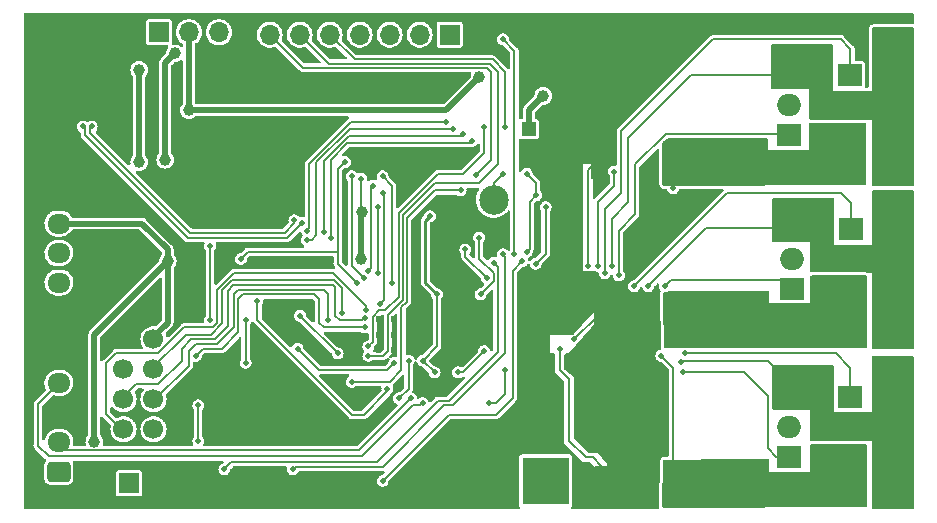
<source format=gbr>
%TF.GenerationSoftware,KiCad,Pcbnew,(7.0.0)*%
%TF.CreationDate,2023-03-04T23:05:34-05:00*%
%TF.ProjectId,electrium-esc-v2,656c6563-7472-4697-956d-2d6573632d76,rev?*%
%TF.SameCoordinates,Original*%
%TF.FileFunction,Copper,L2,Bot*%
%TF.FilePolarity,Positive*%
%FSLAX46Y46*%
G04 Gerber Fmt 4.6, Leading zero omitted, Abs format (unit mm)*
G04 Created by KiCad (PCBNEW (7.0.0)) date 2023-03-04 23:05:34*
%MOMM*%
%LPD*%
G01*
G04 APERTURE LIST*
G04 Aperture macros list*
%AMRoundRect*
0 Rectangle with rounded corners*
0 $1 Rounding radius*
0 $2 $3 $4 $5 $6 $7 $8 $9 X,Y pos of 4 corners*
0 Add a 4 corners polygon primitive as box body*
4,1,4,$2,$3,$4,$5,$6,$7,$8,$9,$2,$3,0*
0 Add four circle primitives for the rounded corners*
1,1,$1+$1,$2,$3*
1,1,$1+$1,$4,$5*
1,1,$1+$1,$6,$7*
1,1,$1+$1,$8,$9*
0 Add four rect primitives between the rounded corners*
20,1,$1+$1,$2,$3,$4,$5,0*
20,1,$1+$1,$4,$5,$6,$7,0*
20,1,$1+$1,$6,$7,$8,$9,0*
20,1,$1+$1,$8,$9,$2,$3,0*%
G04 Aperture macros list end*
%TA.AperFunction,ComponentPad*%
%ADD10C,0.600000*%
%TD*%
%TA.AperFunction,ComponentPad*%
%ADD11R,1.700000X1.700000*%
%TD*%
%TA.AperFunction,ComponentPad*%
%ADD12C,1.700000*%
%TD*%
%TA.AperFunction,SMDPad,CuDef*%
%ADD13RoundRect,0.249999X0.450001X1.425001X-0.450001X1.425001X-0.450001X-1.425001X0.450001X-1.425001X0*%
%TD*%
%TA.AperFunction,SMDPad,CuDef*%
%ADD14C,2.500000*%
%TD*%
%TA.AperFunction,ComponentPad*%
%ADD15R,4.000000X4.000000*%
%TD*%
%TA.AperFunction,ComponentPad*%
%ADD16C,4.000000*%
%TD*%
%TA.AperFunction,ComponentPad*%
%ADD17O,2.000000X1.905000*%
%TD*%
%TA.AperFunction,ComponentPad*%
%ADD18R,2.000000X1.905000*%
%TD*%
%TA.AperFunction,ComponentPad*%
%ADD19O,1.700000X1.700000*%
%TD*%
%TA.AperFunction,ComponentPad*%
%ADD20O,1.950000X1.700000*%
%TD*%
%TA.AperFunction,ComponentPad*%
%ADD21RoundRect,0.250000X0.725000X-0.600000X0.725000X0.600000X-0.725000X0.600000X-0.725000X-0.600000X0*%
%TD*%
%TA.AperFunction,ComponentPad*%
%ADD22C,1.450000*%
%TD*%
%TA.AperFunction,ComponentPad*%
%ADD23O,1.200000X1.900000*%
%TD*%
%TA.AperFunction,ComponentPad*%
%ADD24R,1.200000X1.200000*%
%TD*%
%TA.AperFunction,ComponentPad*%
%ADD25C,1.200000*%
%TD*%
%TA.AperFunction,ViaPad*%
%ADD26C,0.500000*%
%TD*%
%TA.AperFunction,ViaPad*%
%ADD27C,1.000000*%
%TD*%
%TA.AperFunction,Conductor*%
%ADD28C,0.203200*%
%TD*%
%TA.AperFunction,Conductor*%
%ADD29C,0.254000*%
%TD*%
%TA.AperFunction,Conductor*%
%ADD30C,0.500000*%
%TD*%
%TA.AperFunction,Conductor*%
%ADD31C,0.200000*%
%TD*%
G04 APERTURE END LIST*
D10*
%TO.P,U3,57,GND*%
%TO.N,GND*%
X205125000Y-101125000D03*
X206400000Y-101125000D03*
X207675000Y-101125000D03*
X205125000Y-102400000D03*
X206400000Y-102400000D03*
X207675000Y-102400000D03*
X205125000Y-103675000D03*
X206400000Y-103675000D03*
X207675000Y-103675000D03*
%TD*%
D11*
%TO.P,U5,1,GND*%
%TO.N,GND*%
X183459999Y-102799999D03*
D12*
%TO.P,U5,2,VCC*%
%TO.N,+3.3V*%
X186000000Y-102800000D03*
%TO.P,U5,3,CE*%
%TO.N,/MCU/NRF_CE*%
X183460000Y-105340000D03*
%TO.P,U5,4,~{CSN}*%
%TO.N,/MCU/NRF_CSN*%
X186000000Y-105340000D03*
%TO.P,U5,5,SCK*%
%TO.N,/MCU/NRF_SCLK*%
X183460000Y-107880000D03*
%TO.P,U5,6,MOSI*%
%TO.N,/MCU/NRF_MOSI*%
X186000000Y-107880000D03*
%TO.P,U5,7,MISO*%
%TO.N,/MCU/NRF_MISO*%
X183460000Y-110420000D03*
%TO.P,U5,8,IRQ*%
%TO.N,unconnected-(U5-IRQ-Pad8)*%
X186000000Y-110420000D03*
%TD*%
D13*
%TO.P,R12,2*%
%TO.N,GND*%
X223700000Y-87600000D03*
%TO.P,R12,1*%
%TO.N,/MOSFETs/SP3*%
X229800000Y-87600000D03*
%TD*%
D14*
%TO.P,TP1,1,1*%
%TO.N,/MCU/NFAULT*%
X214800000Y-91000000D03*
%TD*%
D15*
%TO.P,C27,1*%
%TO.N,PWR_SRC*%
X219199999Y-114799999D03*
D16*
%TO.P,C27,2*%
%TO.N,GND*%
X209200000Y-114800000D03*
%TD*%
D13*
%TO.P,R11,1*%
%TO.N,/MOSFETs/SP2*%
X230050000Y-100800000D03*
%TO.P,R11,2*%
%TO.N,GND*%
X223950000Y-100800000D03*
%TD*%
%TO.P,R10,1*%
%TO.N,/MOSFETs/SP1*%
X229995000Y-115200000D03*
%TO.P,R10,2*%
%TO.N,GND*%
X223895000Y-115200000D03*
%TD*%
D17*
%TO.P,Q6,3,S*%
%TO.N,/MOSFETs/SP3*%
X245006999Y-85539999D03*
%TO.P,Q6,2,D*%
%TO.N,/MOSFETs/SH3*%
X245006999Y-82999999D03*
D18*
%TO.P,Q6,1,G*%
%TO.N,/MOSFETs/M_L3*%
X245006999Y-80459999D03*
%TD*%
%TO.P,Q5,1,G*%
%TO.N,/MOSFETs/M_H2*%
X245046999Y-93459999D03*
D17*
%TO.P,Q5,2,D*%
%TO.N,/MOSFETs/SH2*%
X245046999Y-95999999D03*
%TO.P,Q5,3,S*%
%TO.N,/MOSFETs/SP2*%
X245046999Y-98539999D03*
%TD*%
D18*
%TO.P,Q4,1,G*%
%TO.N,/MOSFETs/M_L1*%
X244999999Y-107659999D03*
D17*
%TO.P,Q4,2,D*%
%TO.N,/MOSFETs/SH1*%
X244999999Y-110199999D03*
%TO.P,Q4,3,S*%
%TO.N,/MOSFETs/SP1*%
X244999999Y-112739999D03*
%TD*%
%TO.P,Q3,3,S*%
%TO.N,/MOSFETs/SH3*%
X239799999Y-80459999D03*
%TO.P,Q3,2,D*%
%TO.N,PWR_SRC*%
X239799999Y-82999999D03*
D18*
%TO.P,Q3,1,G*%
%TO.N,/MOSFETs/M_H3*%
X239799999Y-85539999D03*
%TD*%
%TO.P,Q2,1,G*%
%TO.N,/MOSFETs/M_L2*%
X240022999Y-98539999D03*
D17*
%TO.P,Q2,2,D*%
%TO.N,PWR_SRC*%
X240022999Y-95999999D03*
%TO.P,Q2,3,S*%
%TO.N,/MOSFETs/SH2*%
X240022999Y-93459999D03*
%TD*%
D18*
%TO.P,Q1,1,G*%
%TO.N,/MOSFETs/M_H1*%
X239792999Y-112739999D03*
D17*
%TO.P,Q1,2,D*%
%TO.N,PWR_SRC*%
X239792999Y-110199999D03*
%TO.P,Q1,3,S*%
%TO.N,/MOSFETs/SH1*%
X239792999Y-107659999D03*
%TD*%
D11*
%TO.P,J6,1,Pin_1*%
%TO.N,LMR_3v3*%
X186459999Y-76799999D03*
D19*
%TO.P,J6,2,Pin_2*%
%TO.N,+3.3V*%
X188999999Y-76799999D03*
%TO.P,J6,3,Pin_3*%
%TO.N,Net-(J6-Pin_3)*%
X191539999Y-76799999D03*
%TD*%
D20*
%TO.P,J5,4,Pin_4*%
%TO.N,/MCU/SWD*%
X177999999Y-106499999D03*
%TO.P,J5,3,Pin_3*%
%TO.N,GND*%
X177999999Y-108999999D03*
%TO.P,J5,2,Pin_2*%
%TO.N,/MCU/SWCLK*%
X177999999Y-111499999D03*
D21*
%TO.P,J5,1,Pin_1*%
%TO.N,+3.3V*%
X178000000Y-114000000D03*
%TD*%
D19*
%TO.P,J4,2,Pin_2*%
%TO.N,GND*%
X186464999Y-114999999D03*
D11*
%TO.P,J4,1,Pin_1*%
%TO.N,/MCU/~{USB_BOOT}*%
X183924999Y-114999999D03*
%TD*%
%TO.P,J3,1,Pin_1*%
%TO.N,Net-(J3-Pin_1)*%
X211079999Y-76999999D03*
D19*
%TO.P,J3,2,Pin_2*%
%TO.N,Net-(J3-Pin_2)*%
X208539999Y-76999999D03*
%TO.P,J3,3,Pin_3*%
%TO.N,Net-(J3-Pin_3)*%
X205999999Y-76999999D03*
%TO.P,J3,4,Pin_4*%
%TO.N,Net-(J3-Pin_4)*%
X203459999Y-76999999D03*
%TO.P,J3,5,Pin_5*%
%TO.N,Net-(J3-Pin_5)*%
X200919999Y-76999999D03*
%TO.P,J3,6,Pin_6*%
%TO.N,Net-(J3-Pin_6)*%
X198379999Y-76999999D03*
%TO.P,J3,7,Pin_7*%
%TO.N,Net-(J3-Pin_7)*%
X195839999Y-76999999D03*
%TD*%
D22*
%TO.P,J2,6,Shield*%
%TO.N,GND*%
X177505867Y-79400000D03*
D23*
X183505866Y-76699999D03*
D22*
X182505867Y-79400000D03*
D23*
X176505866Y-76699999D03*
%TD*%
D21*
%TO.P,J1,1,Pin_1*%
%TO.N,GND*%
X178000000Y-100500000D03*
D20*
%TO.P,J1,2,Pin_2*%
%TO.N,/CAN/CAN-*%
X177999999Y-97999999D03*
%TO.P,J1,3,Pin_3*%
%TO.N,/CAN/CAN+*%
X177999999Y-95499999D03*
%TO.P,J1,4,Pin_4*%
%TO.N,+3.3V*%
X177999999Y-92999999D03*
%TD*%
D24*
%TO.P,C22,1*%
%TO.N,PWR_SRC*%
X217799999Y-84999999D03*
D25*
%TO.P,C22,2*%
%TO.N,GND*%
X217800000Y-86500000D03*
%TD*%
D26*
%TO.N,GND*%
X222800000Y-96600000D03*
X217600000Y-102000000D03*
X217600000Y-100400000D03*
X217600000Y-98800000D03*
X219000000Y-100400000D03*
X219000000Y-102000000D03*
X219000000Y-98800000D03*
X220400000Y-103600000D03*
%TO.N,+1V1*%
X206800000Y-107800000D03*
X207600000Y-104600000D03*
%TO.N,+3.3V*%
X203600000Y-89200000D03*
X211800000Y-105600000D03*
X209800000Y-105600000D03*
%TO.N,GND*%
X206000000Y-108600000D03*
X204800000Y-109800000D03*
X213800000Y-103000000D03*
X201600000Y-106000000D03*
X203200000Y-108600000D03*
X198400000Y-108400000D03*
X201600000Y-104800000D03*
X215600000Y-93000000D03*
X183000000Y-85200000D03*
X185800000Y-89000000D03*
X185000000Y-78400000D03*
X186000000Y-80200000D03*
X195800000Y-82400000D03*
X201000000Y-81000000D03*
X198800000Y-81000000D03*
X193721591Y-78727064D03*
X193701641Y-75874179D03*
X213800000Y-76600000D03*
X218400000Y-79000000D03*
X218400000Y-88200000D03*
X211600000Y-88000000D03*
X210200000Y-87400000D03*
X211600000Y-91200000D03*
X210600000Y-91200000D03*
X211200000Y-112000000D03*
X212400000Y-114800000D03*
X225400000Y-111200000D03*
X226945000Y-115200000D03*
X227800000Y-109600000D03*
X227800000Y-111200000D03*
X227800000Y-106600000D03*
X224400000Y-106600000D03*
X220400000Y-106800000D03*
X222600000Y-111200000D03*
X217600000Y-111200000D03*
X215200000Y-115600000D03*
X185000000Y-100800000D03*
X190600000Y-105200000D03*
X195400000Y-108400000D03*
X191400000Y-108600000D03*
X192000000Y-95200000D03*
X196800000Y-93000000D03*
X194600000Y-96400000D03*
X200400000Y-96000000D03*
X211000000Y-96000000D03*
X210400000Y-93600000D03*
X213400000Y-110400000D03*
X201400000Y-111000000D03*
X191400000Y-110800000D03*
X195400000Y-111000000D03*
X180600000Y-115200000D03*
X178400000Y-103600000D03*
X179800000Y-109400000D03*
X180200000Y-99400000D03*
X187000000Y-93600000D03*
X189000000Y-100400000D03*
X182400000Y-89400000D03*
X178425323Y-84669800D03*
X176200000Y-82200000D03*
X176200000Y-85400000D03*
X178000000Y-87000000D03*
X176000000Y-89000000D03*
X208800000Y-81400000D03*
X194800000Y-91200000D03*
X199200000Y-86000000D03*
X191600000Y-85600000D03*
X189200000Y-89000000D03*
X227600000Y-103400000D03*
X224600000Y-103400000D03*
X221600000Y-102800000D03*
%TO.N,/MCU/QSPI_SCLK*%
X205200000Y-99800000D03*
%TO.N,/MCU/QSPI_SD2*%
X204200000Y-97000000D03*
%TO.N,MODE*%
X205400000Y-114800000D03*
%TO.N,VDS*%
X197800000Y-113800000D03*
%TO.N,GAIN*%
X192000000Y-113800000D03*
%TO.N,+3.3V*%
X210000000Y-99000000D03*
%TO.N,/MCU/NRF_CE*%
X189600000Y-104200000D03*
D27*
%TO.N,/MOSFETs/SH1*%
X247600000Y-116400000D03*
X249400000Y-116400000D03*
X247600000Y-114400000D03*
X249400000Y-114400000D03*
X247600000Y-105200000D03*
X247600000Y-110800000D03*
X247600000Y-112600000D03*
X247600000Y-108800000D03*
X249400000Y-112600000D03*
X249400000Y-110800000D03*
X249400000Y-105200000D03*
X247600000Y-107000000D03*
X249400000Y-108800000D03*
X249400000Y-107000000D03*
%TO.N,/MOSFETs/SH2*%
X247600000Y-102600000D03*
X249400000Y-102600000D03*
X247600000Y-100600000D03*
X249400000Y-100600000D03*
X247600000Y-91400000D03*
X247600000Y-97000000D03*
X247600000Y-98800000D03*
X247600000Y-95000000D03*
X249400000Y-98800000D03*
X249400000Y-97000000D03*
X249400000Y-91400000D03*
X247600000Y-93200000D03*
X249400000Y-95000000D03*
X249400000Y-93200000D03*
%TO.N,/MOSFETs/SH3*%
X247800000Y-88800000D03*
X247800000Y-86800000D03*
X249600000Y-88800000D03*
X249600000Y-86800000D03*
X247800000Y-85000000D03*
X249600000Y-85000000D03*
X247800000Y-83200000D03*
X249600000Y-83200000D03*
X247800000Y-81200000D03*
X249600000Y-81200000D03*
X247800000Y-79400000D03*
X249600000Y-79400000D03*
X247800000Y-77600000D03*
D26*
%TO.N,GND*%
X221000000Y-96800000D03*
X221000000Y-92200000D03*
X221000000Y-88200000D03*
X224000000Y-84800000D03*
X221000000Y-84800000D03*
X221000000Y-81000000D03*
X221000000Y-76200000D03*
%TO.N,/MCU/NFAULT*%
X215600000Y-88800000D03*
X217600000Y-88800000D03*
X218400000Y-90600000D03*
%TO.N,GND*%
X206200000Y-87000000D03*
X206200000Y-87800000D03*
X205000000Y-87800000D03*
%TO.N,/MOSFETs/SP1*%
X242200000Y-116000000D03*
X242200000Y-114800000D03*
X239400000Y-116000000D03*
X243800000Y-116000000D03*
X243800000Y-114800000D03*
X245200000Y-116000000D03*
X245200000Y-114800000D03*
X239400000Y-114800000D03*
X240800000Y-114800000D03*
X240800000Y-116000000D03*
%TO.N,/MOSFETs/SP2*%
X242200000Y-102200000D03*
X242200000Y-101000000D03*
X239400000Y-102200000D03*
X243800000Y-102200000D03*
X243800000Y-101000000D03*
X245200000Y-102200000D03*
X245200000Y-101000000D03*
X239400000Y-101000000D03*
X240800000Y-101000000D03*
X240800000Y-102200000D03*
%TO.N,/MOSFETs/SP3*%
X244000000Y-89000000D03*
X244000000Y-87800000D03*
X245400000Y-87800000D03*
X245400000Y-89000000D03*
X230000000Y-90000000D03*
%TO.N,/MOSFETs/SP2*%
X230000000Y-103000000D03*
%TO.N,/MOSFETs/SP3*%
X241000000Y-87800000D03*
X239600000Y-87800000D03*
X239600000Y-89000000D03*
X241000000Y-89000000D03*
X242400000Y-89000000D03*
X242400000Y-87800000D03*
D27*
%TO.N,/MOSFETs/SH3*%
X249600000Y-77600000D03*
D26*
%TO.N,/MOSFETs/SP3*%
X225000000Y-88600000D03*
D27*
%TO.N,PWR_SRC*%
X219000000Y-82200000D03*
D26*
%TO.N,/MOSFETs/M_H1*%
X230802228Y-105606685D03*
%TO.N,/MOSFETs/SH1*%
X230700000Y-104700000D03*
%TO.N,/MCU/~{USB_BOOT}*%
X189800000Y-111400000D03*
X189800000Y-108400000D03*
%TO.N,/MCU/QSPI_SS*%
X193800000Y-101200000D03*
X193800000Y-104800000D03*
X193400000Y-96000000D03*
D27*
%TO.N,+3.3V*%
X181000000Y-111458900D03*
X187200000Y-96200000D03*
X203658900Y-92000000D03*
X203600000Y-96000000D03*
D26*
%TO.N,/MCU/USB_DN*%
X197934834Y-92734834D03*
%TO.N,/MCU/USB_DP*%
X198552604Y-92947291D03*
%TO.N,+3.3V*%
X208800000Y-104600000D03*
%TO.N,/MCU/NFAULT*%
X217600000Y-95400000D03*
%TO.N,/MCU/USB_DN*%
X180775000Y-84782640D03*
%TO.N,/MCU/USB_DP*%
X180025000Y-84782640D03*
D27*
%TO.N,VBUS*%
X184800000Y-80000000D03*
X184800000Y-87800000D03*
%TO.N,Net-(J6-Pin_3)*%
X187800000Y-78600000D03*
X187000000Y-87600000D03*
D26*
%TO.N,Net-(J3-Pin_5)*%
X215752739Y-84847261D03*
X214000000Y-84800000D03*
X204200000Y-103412385D03*
%TO.N,Net-(J3-Pin_7)*%
X212000000Y-90200000D03*
X213300000Y-88900000D03*
X202800000Y-106400000D03*
%TO.N,Net-(J3-Pin_6)*%
X204200000Y-104200000D03*
%TO.N,Net-(J3-Pin_4)*%
X210800000Y-84400000D03*
X199000000Y-93600000D03*
X198400000Y-100800000D03*
X201600000Y-104000000D03*
%TO.N,Net-(J3-Pin_3)*%
X199000000Y-94400000D03*
X211400000Y-85000000D03*
%TO.N,Net-(J3-Pin_2)*%
X200406496Y-93708953D03*
X212200000Y-85400000D03*
%TO.N,Net-(J3-Pin_1)*%
X201000000Y-94200000D03*
X213000000Y-86000000D03*
%TO.N,/MCU/NRF_CE*%
X203893598Y-101800000D03*
%TO.N,/MCU/NRF_MOSI*%
X200800000Y-101200000D03*
%TO.N,/MCU/NRF_SCLK*%
X203889657Y-101000000D03*
%TO.N,/MCU/NRF_CSN*%
X202000000Y-100600000D03*
%TO.N,/MCU/NRF_MISO*%
X203964532Y-100318282D03*
%TO.N,/MCU/QSPI_SS*%
X202200000Y-87800000D03*
X203200000Y-98000000D03*
%TO.N,/MCU/QSPI_SD1*%
X203797803Y-97602197D03*
X202800000Y-89000000D03*
%TO.N,/MCU/QSPI_SD2*%
X204600000Y-89800000D03*
%TO.N,/MCU/QSPI_SD0*%
X205000000Y-91600000D03*
X205000000Y-97200000D03*
%TO.N,/MCU/QSPI_SCLK*%
X205400000Y-90400000D03*
%TO.N,/MCU/QSPI_SD3*%
X205400000Y-89000000D03*
X206200000Y-98000000D03*
D27*
%TO.N,+3.3V*%
X213600000Y-80600000D03*
X189000000Y-83400000D03*
D26*
%TO.N,Net-(U4-CPH)*%
X214400000Y-108200000D03*
X215800000Y-105400000D03*
%TO.N,/MOSFETs/M_L1*%
X231000000Y-104000000D03*
%TO.N,/MOSFETs/SP1*%
X229000000Y-104200000D03*
%TO.N,/MOSFETs/M_L2*%
X229300000Y-98300000D03*
%TO.N,/MOSFETs/SH2*%
X227900000Y-98300000D03*
%TO.N,/MOSFETs/M_H2*%
X226700000Y-98300000D03*
%TO.N,/MOSFETs/M_H3*%
X225400000Y-97400000D03*
%TO.N,/MOSFETs/SH3*%
X224800000Y-96600000D03*
%TO.N,/MOSFETs/M_L3*%
X224200000Y-97200000D03*
%TO.N,/MOSFETs/SP3*%
X223600000Y-96600000D03*
%TO.N,Net-(U4-CAL)*%
X212400000Y-95200000D03*
%TO.N,GAIN*%
X214800000Y-96308900D03*
%TO.N,VDS*%
X215600000Y-95600000D03*
%TO.N,IDRIVE*%
X215600000Y-77400000D03*
X216560497Y-95600000D03*
%TO.N,MODE*%
X217200000Y-96200000D03*
%TO.N,+3.3V*%
X219200000Y-91600000D03*
X218358900Y-96400000D03*
%TO.N,Net-(U4-DVDD)*%
X213567381Y-94200000D03*
%TO.N,Net-(U4-CAL)*%
X214200000Y-97600000D03*
%TO.N,Net-(U4-DVDD)*%
X213691100Y-99000000D03*
%TO.N,+3.3V*%
X214000000Y-103800000D03*
X209400000Y-92375000D03*
%TO.N,/MCU/SWD*%
X208800000Y-108200000D03*
%TO.N,/MCU/SWCLK*%
X207800000Y-107800000D03*
%TO.N,/MCU/XOUT*%
X198200000Y-103600000D03*
X206400000Y-104800000D03*
%TO.N,/MCU/XIN*%
X194800000Y-99600000D03*
X205800000Y-107000000D03*
%TO.N,/MCU/CANRX*%
X190797488Y-94895000D03*
X190800000Y-101200000D03*
%TD*%
D28*
%TO.N,Net-(J3-Pin_4)*%
X202743926Y-84400000D02*
X210800000Y-84400000D01*
%TO.N,GND*%
X222800000Y-88500000D02*
X223700000Y-87600000D01*
X222800000Y-96600000D02*
X222800000Y-88500000D01*
%TO.N,MODE*%
X211000000Y-109200000D02*
X205400000Y-114800000D01*
X216400000Y-107800000D02*
X215000000Y-109200000D01*
X216400000Y-97000000D02*
X216400000Y-107800000D01*
X217200000Y-96200000D02*
X216400000Y-97000000D01*
X215000000Y-109200000D02*
X211000000Y-109200000D01*
%TO.N,GND*%
X223600000Y-100800000D02*
X223950000Y-100800000D01*
X221600000Y-102800000D02*
X223600000Y-100800000D01*
X221200000Y-106200000D02*
X221200000Y-111400000D01*
X223200000Y-112800000D02*
X223895000Y-113495000D01*
X223895000Y-113495000D02*
X223895000Y-115200000D01*
X220400000Y-105400000D02*
X221200000Y-106200000D01*
X222600000Y-112800000D02*
X223200000Y-112800000D01*
X220400000Y-103600000D02*
X220400000Y-105400000D01*
X221200000Y-111400000D02*
X222600000Y-112800000D01*
%TO.N,+1V1*%
X207600000Y-107000000D02*
X206800000Y-107800000D01*
X207600000Y-104600000D02*
X207600000Y-107000000D01*
%TO.N,/MCU/NRF_MISO*%
X182000000Y-109160000D02*
X183260000Y-110420000D01*
X182000000Y-104800000D02*
X182000000Y-109160000D01*
X182800000Y-104000000D02*
X182000000Y-104800000D01*
X186400000Y-104000000D02*
X182800000Y-104000000D01*
X188600000Y-101800000D02*
X186400000Y-104000000D01*
X191000000Y-101800000D02*
X188600000Y-101800000D01*
X191400000Y-98600000D02*
X191400000Y-101400000D01*
X192800000Y-97200000D02*
X191400000Y-98600000D01*
X203964532Y-99964532D02*
X201200000Y-97200000D01*
X201200000Y-97200000D02*
X192800000Y-97200000D01*
X203964532Y-100318282D02*
X203964532Y-99964532D01*
X191400000Y-101400000D02*
X191000000Y-101800000D01*
%TO.N,/MCU/NRF_SCLK*%
X186400000Y-106600000D02*
X184540000Y-106600000D01*
X184540000Y-106600000D02*
X183260000Y-107880000D01*
X188400000Y-104600000D02*
X186400000Y-106600000D01*
X188400000Y-103600000D02*
X188400000Y-104600000D01*
X189200000Y-102800000D02*
X188400000Y-103600000D01*
X191185358Y-102800000D02*
X189200000Y-102800000D01*
X192285358Y-101700000D02*
X191185358Y-102800000D01*
X192285358Y-98685358D02*
X192285358Y-101700000D01*
X201200000Y-98200000D02*
X192770716Y-98200000D01*
X201400000Y-98400000D02*
X201200000Y-98200000D01*
X192770716Y-98200000D02*
X192285358Y-98685358D01*
X201800000Y-101200000D02*
X201400000Y-100800000D01*
X203689657Y-101200000D02*
X201800000Y-101200000D01*
X201400000Y-100800000D02*
X201400000Y-98400000D01*
X203889657Y-101000000D02*
X203689657Y-101200000D01*
%TO.N,/MCU/NRF_CE*%
X190200000Y-103600000D02*
X189600000Y-104200000D01*
X191800000Y-103600000D02*
X190200000Y-103600000D01*
X193200000Y-102200000D02*
X191800000Y-103600000D01*
X193200000Y-99400000D02*
X193200000Y-102200000D01*
X200000000Y-99400000D02*
X199600000Y-99000000D01*
X200000000Y-101400000D02*
X200000000Y-99400000D01*
X200400000Y-101800000D02*
X200000000Y-101400000D01*
X193600000Y-99000000D02*
X193200000Y-99400000D01*
X199600000Y-99000000D02*
X193600000Y-99000000D01*
X203893598Y-101800000D02*
X200400000Y-101800000D01*
%TO.N,Net-(J3-Pin_5)*%
X214000000Y-87000000D02*
X214000000Y-84800000D01*
X212200000Y-88800000D02*
X214000000Y-87000000D01*
X210114642Y-88800000D02*
X212200000Y-88800000D01*
X205642679Y-100357321D02*
X206790200Y-99209800D01*
X205126740Y-100357321D02*
X205642679Y-100357321D01*
X206790200Y-92124442D02*
X210114642Y-88800000D01*
X204583400Y-100900661D02*
X205126740Y-100357321D01*
X206790200Y-99209800D02*
X206790200Y-92124442D01*
X204583400Y-103028985D02*
X204583400Y-100900661D01*
X204200000Y-103412385D02*
X204583400Y-103028985D01*
%TO.N,+3.3V*%
X203600000Y-91941100D02*
X203600000Y-89200000D01*
X203658900Y-92000000D02*
X203600000Y-91941100D01*
%TO.N,/MCU/QSPI_SD2*%
X204400000Y-96800000D02*
X204200000Y-97000000D01*
X204400000Y-90000000D02*
X204400000Y-96800000D01*
X204600000Y-89800000D02*
X204400000Y-90000000D01*
%TO.N,+3.3V*%
X212200000Y-105600000D02*
X211800000Y-105600000D01*
X212200000Y-105600000D02*
X214000000Y-103800000D01*
X208800000Y-104600000D02*
X209800000Y-105600000D01*
X210000000Y-103400000D02*
X210000000Y-99000000D01*
X208800000Y-104600000D02*
X210000000Y-103400000D01*
%TO.N,GND*%
X203200000Y-108600000D02*
X201600000Y-107000000D01*
X201600000Y-107000000D02*
X201600000Y-106000000D01*
%TO.N,/MCU/XIN*%
X194800000Y-101200000D02*
X194800000Y-99600000D01*
X202800000Y-109200000D02*
X194800000Y-101200000D01*
X205800000Y-107200000D02*
X203800000Y-109200000D01*
X205800000Y-107000000D02*
X205800000Y-107200000D01*
X203800000Y-109200000D02*
X202800000Y-109200000D01*
%TO.N,GND*%
X198200000Y-108400000D02*
X198400000Y-108400000D01*
X195400000Y-108400000D02*
X198200000Y-108400000D01*
%TO.N,/MCU/XOUT*%
X205800000Y-105400000D02*
X200000000Y-105400000D01*
X200000000Y-105400000D02*
X198200000Y-103600000D01*
X206400000Y-104800000D02*
X205800000Y-105400000D01*
%TO.N,Net-(J3-Pin_7)*%
X207000000Y-105400000D02*
X207000000Y-100085358D01*
X206000000Y-106400000D02*
X207000000Y-105400000D01*
X207000000Y-100085358D02*
X207476600Y-99608758D01*
X207476600Y-92523400D02*
X209800000Y-90200000D01*
X209800000Y-90200000D02*
X212000000Y-90200000D01*
X202800000Y-106400000D02*
X206000000Y-106400000D01*
X207476600Y-99608758D02*
X207476600Y-92523400D01*
D29*
%TO.N,+3.3V*%
X209000000Y-98000000D02*
X210000000Y-99000000D01*
X209000000Y-92775000D02*
X209000000Y-98000000D01*
X209400000Y-92375000D02*
X209000000Y-92775000D01*
D28*
%TO.N,GND*%
X194400000Y-96600000D02*
X192800000Y-96600000D01*
X192800000Y-96600000D02*
X192000000Y-95800000D01*
X194600000Y-96400000D02*
X194400000Y-96600000D01*
X192000000Y-95800000D02*
X192000000Y-95200000D01*
X200000000Y-96400000D02*
X200400000Y-96000000D01*
X194600000Y-96400000D02*
X200000000Y-96400000D01*
%TO.N,/MCU/QSPI_SS*%
X194000000Y-95400000D02*
X201600000Y-95400000D01*
X193400000Y-96000000D02*
X194000000Y-95400000D01*
X201600000Y-96400000D02*
X203200000Y-98000000D01*
X201600000Y-96000000D02*
X201600000Y-96400000D01*
D30*
%TO.N,+3.3V*%
X203600000Y-96000000D02*
X203600000Y-92058900D01*
X203600000Y-92058900D02*
X203658900Y-92000000D01*
D28*
%TO.N,/MCU/QSPI_SD0*%
X205000000Y-97200000D02*
X205000000Y-91600000D01*
%TO.N,/MCU/QSPI_SCLK*%
X205562143Y-90562143D02*
X205400000Y-90400000D01*
X205562143Y-99437857D02*
X205562143Y-90562143D01*
X205200000Y-99800000D02*
X205562143Y-99437857D01*
%TO.N,/MCU/QSPI_SD3*%
X206200000Y-89800000D02*
X205400000Y-89000000D01*
X206200000Y-98000000D02*
X206200000Y-89800000D01*
%TO.N,/MCU/NFAULT*%
X217841032Y-91158968D02*
X218400000Y-90600000D01*
X217841032Y-95158968D02*
X217841032Y-91158968D01*
X217600000Y-95400000D02*
X217841032Y-95158968D01*
%TO.N,IDRIVE*%
X216560497Y-95600000D02*
X216560497Y-78360497D01*
X216560497Y-78360497D02*
X215600000Y-77400000D01*
%TO.N,VDS*%
X198000000Y-113600000D02*
X197800000Y-113800000D01*
X205400000Y-113600000D02*
X198000000Y-113600000D01*
X210600000Y-108400000D02*
X205400000Y-113600000D01*
X215800000Y-104000000D02*
X211400000Y-108400000D01*
X215600000Y-95600000D02*
X215800000Y-95800000D01*
X215800000Y-95800000D02*
X215800000Y-104000000D01*
X211400000Y-108400000D02*
X210600000Y-108400000D01*
%TO.N,+3.3V*%
X219200000Y-95558900D02*
X218358900Y-96400000D01*
X219200000Y-91600000D02*
X219200000Y-95558900D01*
%TO.N,GAIN*%
X192600000Y-113200000D02*
X192000000Y-113800000D01*
X210100000Y-108000000D02*
X204900000Y-113200000D01*
X211000000Y-108000000D02*
X210100000Y-108000000D01*
X215143200Y-103856800D02*
X211000000Y-108000000D01*
X214800000Y-96308900D02*
X215143200Y-96652100D01*
X215143200Y-96652100D02*
X215143200Y-103856800D01*
X204900000Y-113200000D02*
X192600000Y-113200000D01*
%TO.N,Net-(U4-DVDD)*%
X214800000Y-97891100D02*
X213691100Y-99000000D01*
X214800000Y-97200000D02*
X214800000Y-97891100D01*
X213567381Y-95967381D02*
X214800000Y-97200000D01*
X213567381Y-94200000D02*
X213567381Y-95967381D01*
%TO.N,Net-(J3-Pin_4)*%
X198400000Y-100800000D02*
X201600000Y-104000000D01*
%TO.N,Net-(J3-Pin_3)*%
X199800000Y-87829284D02*
X202629284Y-85000000D01*
X199800000Y-94000000D02*
X199800000Y-87829284D01*
X202629284Y-85000000D02*
X211400000Y-85000000D01*
X199400000Y-94400000D02*
X199800000Y-94000000D01*
X199000000Y-94400000D02*
X199400000Y-94400000D01*
%TO.N,Net-(J3-Pin_4)*%
X199193315Y-93406685D02*
X199193315Y-87950611D01*
X199000000Y-93600000D02*
X199193315Y-93406685D01*
X199193315Y-87950611D02*
X202743926Y-84400000D01*
%TO.N,Net-(J3-Pin_2)*%
X212000000Y-85600000D02*
X212200000Y-85400000D01*
X200400000Y-87714642D02*
X202514642Y-85600000D01*
X200406496Y-93708953D02*
X200400000Y-93702457D01*
X200400000Y-93702457D02*
X200400000Y-87714642D01*
X202514642Y-85600000D02*
X212000000Y-85600000D01*
D31*
%TO.N,/MCU/USB_DP*%
X180174999Y-84932639D02*
X180025000Y-84782640D01*
X188906800Y-94225000D02*
X180174999Y-85493199D01*
X197293199Y-94225000D02*
X188906800Y-94225000D01*
X198552604Y-92965595D02*
X197293199Y-94225000D01*
X198552604Y-92947291D02*
X198552604Y-92965595D01*
X180174999Y-85493199D02*
X180174999Y-84932639D01*
D28*
%TO.N,Net-(J3-Pin_1)*%
X202400000Y-86200000D02*
X212800000Y-86200000D01*
X212800000Y-86200000D02*
X213000000Y-86000000D01*
X201000000Y-87600000D02*
X202400000Y-86200000D01*
X201000000Y-94200000D02*
X201000000Y-87600000D01*
%TO.N,/MCU/QSPI_SS*%
X193800000Y-104800000D02*
X193800000Y-101200000D01*
%TO.N,/MCU/SWD*%
X176200000Y-108300000D02*
X178000000Y-106500000D01*
X176200000Y-111800000D02*
X176200000Y-108300000D01*
X177124286Y-112724286D02*
X176200000Y-111800000D01*
X208000000Y-108400000D02*
X203675714Y-112724286D01*
X208600000Y-108400000D02*
X208000000Y-108400000D01*
X208800000Y-108200000D02*
X208600000Y-108400000D01*
X203675714Y-112724286D02*
X177124286Y-112724286D01*
%TO.N,/MOSFETs/SH1*%
X230800000Y-104600000D02*
X238000000Y-104600000D01*
X238000000Y-104600000D02*
X239800000Y-106400000D01*
X239793000Y-106407000D02*
X239793000Y-107660000D01*
X230700000Y-104700000D02*
X230800000Y-104600000D01*
X239800000Y-106400000D02*
X239793000Y-106407000D01*
%TO.N,/MOSFETs/M_L1*%
X243800000Y-104000000D02*
X245000000Y-105200000D01*
X245000000Y-105200000D02*
X245000000Y-107660000D01*
X231000000Y-104000000D02*
X243800000Y-104000000D01*
%TO.N,/MCU/QSPI_SS*%
X201600000Y-96000000D02*
X201600000Y-88400000D01*
%TO.N,/MCU/NRF_MOSI*%
X189000000Y-105040000D02*
X186160000Y-107880000D01*
X189000000Y-103800000D02*
X189000000Y-105040000D01*
X191400000Y-103200000D02*
X189600000Y-103200000D01*
X189600000Y-103200000D02*
X189000000Y-103800000D01*
X192800000Y-99000000D02*
X192800000Y-101800000D01*
X193200000Y-98600000D02*
X192800000Y-99000000D01*
X192800000Y-101800000D02*
X191400000Y-103200000D01*
X200400000Y-98600000D02*
X193200000Y-98600000D01*
X200800000Y-99000000D02*
X200400000Y-98600000D01*
X200800000Y-101200000D02*
X200800000Y-99000000D01*
%TO.N,/MCU/NRF_CSN*%
X188740000Y-102400000D02*
X185800000Y-105340000D01*
X190885358Y-102400000D02*
X188740000Y-102400000D01*
X191842679Y-98642679D02*
X191842679Y-101442679D01*
X191842679Y-101442679D02*
X190885358Y-102400000D01*
X202000000Y-98485358D02*
X201314642Y-97800000D01*
X201314642Y-97800000D02*
X192685358Y-97800000D01*
X192685358Y-97800000D02*
X191842679Y-98642679D01*
X202000000Y-100600000D02*
X202000000Y-98485358D01*
D30*
%TO.N,+3.3V*%
X187200000Y-101400000D02*
X185800000Y-102800000D01*
X187200000Y-96200000D02*
X187200000Y-101400000D01*
D28*
%TO.N,/MOSFETs/SP1*%
X230000000Y-105200000D02*
X230000000Y-115195000D01*
X230000000Y-115195000D02*
X229995000Y-115200000D01*
X229000000Y-104200000D02*
X230000000Y-105200000D01*
X245000000Y-113400000D02*
X245000000Y-112740000D01*
X243600000Y-114800000D02*
X245000000Y-113400000D01*
D30*
%TO.N,PWR_SRC*%
X217800000Y-83400000D02*
X219000000Y-82200000D01*
X217800000Y-85000000D02*
X217800000Y-83400000D01*
D28*
%TO.N,/MCU/NFAULT*%
X215600000Y-88800000D02*
X214800000Y-89600000D01*
X214800000Y-89600000D02*
X214800000Y-91000000D01*
X218400000Y-89600000D02*
X217600000Y-88800000D01*
X218400000Y-90600000D02*
X218400000Y-89600000D01*
%TO.N,/MOSFETs/SP3*%
X223600000Y-96600000D02*
X223600000Y-91200000D01*
X223600000Y-91200000D02*
X225000000Y-89800000D01*
X225000000Y-89800000D02*
X225000000Y-88600000D01*
%TO.N,/MOSFETs/M_L3*%
X245007000Y-78207000D02*
X245007000Y-80460000D01*
X233400000Y-77400000D02*
X244200000Y-77400000D01*
X224200000Y-91800000D02*
X225600000Y-90400000D01*
X224200000Y-97200000D02*
X224200000Y-91800000D01*
X225600000Y-85200000D02*
X233400000Y-77400000D01*
X244200000Y-77400000D02*
X245007000Y-78207000D01*
X225600000Y-90400000D02*
X225600000Y-85200000D01*
%TO.N,/MOSFETs/SH3*%
X231540000Y-80460000D02*
X239800000Y-80460000D01*
X226200000Y-85800000D02*
X231540000Y-80460000D01*
X226200000Y-91200000D02*
X226200000Y-85800000D01*
X224800000Y-92600000D02*
X226200000Y-91200000D01*
X224800000Y-96600000D02*
X224800000Y-92600000D01*
%TO.N,/MOSFETs/M_H3*%
X226800000Y-88000000D02*
X229400000Y-85400000D01*
X226800000Y-92200000D02*
X226800000Y-88000000D01*
X225400000Y-93600000D02*
X226800000Y-92200000D01*
X229400000Y-85400000D02*
X239660000Y-85400000D01*
X239660000Y-85400000D02*
X239800000Y-85540000D01*
X225400000Y-97400000D02*
X225400000Y-93600000D01*
%TO.N,/MOSFETs/SP3*%
X230000000Y-87800000D02*
X229800000Y-87600000D01*
X230000000Y-90000000D02*
X230000000Y-87800000D01*
%TO.N,/MOSFETs/SP2*%
X230000000Y-100850000D02*
X230050000Y-100800000D01*
X230000000Y-103000000D02*
X230000000Y-100850000D01*
%TO.N,/MOSFETs/M_L2*%
X229800000Y-97800000D02*
X239283000Y-97800000D01*
X239283000Y-97800000D02*
X240023000Y-98540000D01*
X229300000Y-98300000D02*
X229800000Y-97800000D01*
%TO.N,/MOSFETs/SH2*%
X232800000Y-93400000D02*
X239963000Y-93400000D01*
X227900000Y-98300000D02*
X232800000Y-93400000D01*
X239963000Y-93400000D02*
X240023000Y-93460000D01*
%TO.N,/MOSFETs/M_H2*%
X244200000Y-90400000D02*
X245047000Y-91247000D01*
X234600000Y-90400000D02*
X244200000Y-90400000D01*
X245047000Y-91247000D02*
X245047000Y-93460000D01*
X226700000Y-98300000D02*
X234600000Y-90400000D01*
%TO.N,Net-(J3-Pin_7)*%
X214200000Y-79800000D02*
X198640000Y-79800000D01*
X198640000Y-79800000D02*
X195840000Y-77000000D01*
X214600000Y-80200000D02*
X214200000Y-79800000D01*
X213300000Y-88900000D02*
X214600000Y-87600000D01*
X214600000Y-87600000D02*
X214600000Y-80200000D01*
%TO.N,Net-(J3-Pin_5)*%
X203033600Y-79113600D02*
X200920000Y-77000000D01*
X214713600Y-79113600D02*
X203033600Y-79113600D01*
X215800000Y-80200000D02*
X214713600Y-79113600D01*
X215800000Y-84800000D02*
X215800000Y-80200000D01*
X215752739Y-84847261D02*
X215800000Y-84800000D01*
%TO.N,/MOSFETs/M_H1*%
X238000000Y-112000000D02*
X238740000Y-112740000D01*
X238740000Y-112740000D02*
X239793000Y-112740000D01*
X238000000Y-107600000D02*
X238000000Y-112000000D01*
X230802228Y-105606685D02*
X230808913Y-105600000D01*
X230808913Y-105600000D02*
X236000000Y-105600000D01*
X236000000Y-105600000D02*
X238000000Y-107600000D01*
%TO.N,/MCU/~{USB_BOOT}*%
X189800000Y-111400000D02*
X189800000Y-108400000D01*
%TO.N,/MCU/QSPI_SS*%
X201600000Y-88400000D02*
X202200000Y-87800000D01*
%TO.N,/MCU/SWCLK*%
X203400000Y-112200000D02*
X178700000Y-112200000D01*
D30*
%TO.N,+3.3V*%
X181000000Y-111458900D02*
X181000000Y-102400000D01*
X181000000Y-102400000D02*
X187200000Y-96200000D01*
D28*
%TO.N,/MCU/SWCLK*%
X178700000Y-112200000D02*
X178000000Y-111500000D01*
X207800000Y-107800000D02*
X203400000Y-112200000D01*
D30*
%TO.N,+3.3V*%
X187200000Y-95200000D02*
X185000000Y-93000000D01*
X185000000Y-93000000D02*
X178000000Y-93000000D01*
X187200000Y-96200000D02*
X187200000Y-95200000D01*
D31*
%TO.N,/MCU/USB_DN*%
X197934834Y-92946967D02*
X197934834Y-92734834D01*
X197106801Y-93775000D02*
X197934834Y-92946967D01*
X189093200Y-93775000D02*
X197106801Y-93775000D01*
X180625001Y-84932639D02*
X180625001Y-85306801D01*
X180775000Y-84782640D02*
X180625001Y-84932639D01*
X180625001Y-85306801D02*
X189093200Y-93775000D01*
D30*
%TO.N,VBUS*%
X184800000Y-87800000D02*
X184800000Y-80000000D01*
%TO.N,Net-(J6-Pin_3)*%
X187000000Y-79400000D02*
X187800000Y-78600000D01*
X187000000Y-87600000D02*
X187000000Y-79400000D01*
D28*
%TO.N,Net-(J3-Pin_6)*%
X200836800Y-79456800D02*
X198380000Y-77000000D01*
X214456800Y-79456800D02*
X200836800Y-79456800D01*
X215200000Y-80200000D02*
X214456800Y-79456800D01*
X215200000Y-88000000D02*
X215200000Y-80200000D01*
X213600000Y-89600000D02*
X215200000Y-88000000D01*
X207133400Y-92266600D02*
X209800000Y-89600000D01*
X207133400Y-99466600D02*
X207133400Y-92266600D01*
X209800000Y-89600000D02*
X213600000Y-89600000D01*
X205858400Y-100741600D02*
X207133400Y-99466600D01*
X205441800Y-104216600D02*
X205858400Y-103800000D01*
X204216600Y-104216600D02*
X205441800Y-104216600D01*
X205858400Y-103800000D02*
X205858400Y-100741600D01*
X204200000Y-104200000D02*
X204216600Y-104216600D01*
%TO.N,GND*%
X183200000Y-103260000D02*
X183260000Y-103320000D01*
%TO.N,/MCU/QSPI_SD1*%
X202800000Y-96604394D02*
X202800000Y-89000000D01*
X203797803Y-97602197D02*
X202800000Y-96604394D01*
D30*
%TO.N,+3.3V*%
X210800000Y-83400000D02*
X213600000Y-80600000D01*
X189000000Y-83400000D02*
X210800000Y-83400000D01*
X189000000Y-77000000D02*
X189000000Y-83400000D01*
D28*
%TO.N,Net-(U4-CPH)*%
X215000000Y-108200000D02*
X214400000Y-108200000D01*
X215800000Y-105400000D02*
X215800000Y-107400000D01*
X215800000Y-107400000D02*
X215000000Y-108200000D01*
%TO.N,Net-(U4-CAL)*%
X212400000Y-95800000D02*
X212400000Y-95200000D01*
X214200000Y-97600000D02*
X212400000Y-95800000D01*
%TO.N,/MCU/CANRX*%
X190797488Y-94904172D02*
X190797488Y-94895000D01*
X190800000Y-94906684D02*
X190797488Y-94904172D01*
X190800000Y-101200000D02*
X190800000Y-94906684D01*
%TD*%
%TA.AperFunction,Conductor*%
%TO.N,GND*%
G36*
X194446948Y-101323336D02*
G01*
X194493381Y-101374492D01*
X194504968Y-101398194D01*
X194504969Y-101398196D01*
X194509482Y-101407426D01*
X194514750Y-101412694D01*
X194518301Y-101419255D01*
X194552524Y-101450759D01*
X194554315Y-101452408D01*
X194558013Y-101455957D01*
X202516107Y-109414052D01*
X202530756Y-109432089D01*
X202531750Y-109433168D01*
X202537369Y-109441769D01*
X202561035Y-109460188D01*
X202564996Y-109463406D01*
X202568034Y-109465979D01*
X202571659Y-109469604D01*
X202575827Y-109472579D01*
X202575831Y-109472583D01*
X202587388Y-109480834D01*
X202591499Y-109483899D01*
X202594765Y-109486441D01*
X202630102Y-109513945D01*
X202637155Y-109516366D01*
X202643221Y-109520697D01*
X202690117Y-109534659D01*
X202694948Y-109536206D01*
X202741245Y-109552100D01*
X202748697Y-109552100D01*
X202755845Y-109554228D01*
X202804722Y-109552206D01*
X202809848Y-109552100D01*
X203750615Y-109552100D01*
X203773716Y-109554495D01*
X203775190Y-109554556D01*
X203785248Y-109556665D01*
X203815020Y-109552953D01*
X203820113Y-109552425D01*
X203824033Y-109552100D01*
X203829178Y-109552100D01*
X203848263Y-109548914D01*
X203853286Y-109548182D01*
X203901857Y-109542129D01*
X203908556Y-109538853D01*
X203915908Y-109537627D01*
X203958930Y-109514343D01*
X203963486Y-109511999D01*
X203998188Y-109495034D01*
X203998187Y-109495034D01*
X204007426Y-109490518D01*
X204012694Y-109485249D01*
X204019255Y-109481699D01*
X204052421Y-109445669D01*
X204055923Y-109442019D01*
X206014054Y-107483888D01*
X206032064Y-107469264D01*
X206033159Y-107468255D01*
X206041769Y-107462631D01*
X206060210Y-107438936D01*
X206063420Y-107434983D01*
X206065966Y-107431976D01*
X206069604Y-107428340D01*
X206070380Y-107427251D01*
X206096357Y-107404488D01*
X206131128Y-107382143D01*
X206225377Y-107273373D01*
X206285165Y-107142457D01*
X206305647Y-107000000D01*
X206285165Y-106857543D01*
X206244192Y-106767826D01*
X206233022Y-106719269D01*
X206241869Y-106670231D01*
X206269304Y-106628638D01*
X207036218Y-105861725D01*
X207085582Y-105831475D01*
X207143298Y-105826933D01*
X207196785Y-105849088D01*
X207234385Y-105893111D01*
X207247900Y-105949406D01*
X207247900Y-106802794D01*
X207238461Y-106850247D01*
X207211581Y-106890475D01*
X206838875Y-107263181D01*
X206798647Y-107290061D01*
X206751194Y-107299500D01*
X206728039Y-107299500D01*
X206719530Y-107301998D01*
X206719526Y-107301999D01*
X206598461Y-107337547D01*
X206589947Y-107340047D01*
X206582484Y-107344842D01*
X206582484Y-107344843D01*
X206476329Y-107413064D01*
X206476325Y-107413066D01*
X206468872Y-107417857D01*
X206463070Y-107424551D01*
X206463065Y-107424557D01*
X206380431Y-107519923D01*
X206380428Y-107519927D01*
X206374623Y-107526627D01*
X206370941Y-107534689D01*
X206370938Y-107534694D01*
X206318853Y-107648744D01*
X206314835Y-107657543D01*
X206313573Y-107666316D01*
X206313572Y-107666322D01*
X206300392Y-107757998D01*
X206294353Y-107800000D01*
X206295615Y-107808777D01*
X206313572Y-107933677D01*
X206313573Y-107933681D01*
X206314835Y-107942457D01*
X206318519Y-107950525D01*
X206318520Y-107950526D01*
X206368981Y-108061020D01*
X206374623Y-108073373D01*
X206380430Y-108080075D01*
X206380431Y-108080076D01*
X206463065Y-108175442D01*
X206463067Y-108175444D01*
X206468872Y-108182143D01*
X206536334Y-108225498D01*
X206573639Y-108249473D01*
X206589947Y-108259953D01*
X206598456Y-108262451D01*
X206601545Y-108263862D01*
X206647959Y-108300585D01*
X206672065Y-108354639D01*
X206668370Y-108413709D01*
X206637716Y-108464338D01*
X203290475Y-111811581D01*
X203250247Y-111838461D01*
X203202794Y-111847900D01*
X190338621Y-111847900D01*
X190279194Y-111832732D01*
X190234305Y-111790939D01*
X190214937Y-111732746D01*
X190225827Y-111672388D01*
X190249736Y-111620035D01*
X190285165Y-111542457D01*
X190305647Y-111400000D01*
X190285165Y-111257543D01*
X190225377Y-111126627D01*
X190182384Y-111077010D01*
X190159918Y-111039144D01*
X190152100Y-110995811D01*
X190152100Y-108804189D01*
X190159918Y-108760856D01*
X190182384Y-108722989D01*
X190225377Y-108673373D01*
X190285165Y-108542457D01*
X190305647Y-108400000D01*
X190285165Y-108257543D01*
X190225377Y-108126627D01*
X190185041Y-108080076D01*
X190136934Y-108024557D01*
X190136932Y-108024555D01*
X190131128Y-108017857D01*
X190119728Y-108010531D01*
X190114407Y-108007111D01*
X190010053Y-107940047D01*
X189907340Y-107909888D01*
X189880473Y-107901999D01*
X189880470Y-107901998D01*
X189871961Y-107899500D01*
X189728039Y-107899500D01*
X189719530Y-107901998D01*
X189719526Y-107901999D01*
X189598461Y-107937547D01*
X189589947Y-107940047D01*
X189582484Y-107944842D01*
X189582484Y-107944843D01*
X189476329Y-108013064D01*
X189476325Y-108013066D01*
X189468872Y-108017857D01*
X189463070Y-108024551D01*
X189463065Y-108024557D01*
X189380431Y-108119923D01*
X189380428Y-108119927D01*
X189374623Y-108126627D01*
X189370941Y-108134689D01*
X189370938Y-108134694D01*
X189318520Y-108249473D01*
X189314835Y-108257543D01*
X189313573Y-108266316D01*
X189313572Y-108266322D01*
X189302626Y-108342457D01*
X189294353Y-108400000D01*
X189296324Y-108413709D01*
X189313572Y-108533677D01*
X189313573Y-108533681D01*
X189314835Y-108542457D01*
X189318519Y-108550525D01*
X189318520Y-108550526D01*
X189350248Y-108620001D01*
X189374623Y-108673373D01*
X189417615Y-108722989D01*
X189440082Y-108760856D01*
X189447900Y-108804189D01*
X189447900Y-110995811D01*
X189440082Y-111039144D01*
X189417615Y-111077010D01*
X189374623Y-111126627D01*
X189370941Y-111134689D01*
X189370938Y-111134694D01*
X189320466Y-111245212D01*
X189314835Y-111257543D01*
X189313573Y-111266316D01*
X189313572Y-111266322D01*
X189297120Y-111380754D01*
X189294353Y-111400000D01*
X189297423Y-111421359D01*
X189313572Y-111533677D01*
X189313573Y-111533681D01*
X189314835Y-111542457D01*
X189318519Y-111550525D01*
X189318520Y-111550526D01*
X189374173Y-111672388D01*
X189385063Y-111732746D01*
X189365695Y-111790939D01*
X189320806Y-111832732D01*
X189261379Y-111847900D01*
X181833764Y-111847900D01*
X181776850Y-111834067D01*
X181732634Y-111795655D01*
X181710981Y-111741234D01*
X181716723Y-111682945D01*
X181734011Y-111633538D01*
X181734011Y-111633537D01*
X181736313Y-111626959D01*
X181755249Y-111458900D01*
X181748950Y-111403000D01*
X181737093Y-111297764D01*
X181736313Y-111290841D01*
X181680456Y-111131210D01*
X181590477Y-110988010D01*
X181536819Y-110934352D01*
X181509939Y-110894124D01*
X181500500Y-110846671D01*
X181500500Y-109457871D01*
X181515445Y-109398854D01*
X181556678Y-109354063D01*
X181614260Y-109334295D01*
X181674310Y-109344315D01*
X181717645Y-109378044D01*
X181718301Y-109379255D01*
X181754315Y-109412408D01*
X181758013Y-109415957D01*
X182363136Y-110021080D01*
X182395473Y-110077591D01*
X182394720Y-110142695D01*
X182373603Y-110216917D01*
X182354785Y-110420000D01*
X182355314Y-110425709D01*
X182369021Y-110573642D01*
X182373603Y-110623083D01*
X182375171Y-110628594D01*
X182375173Y-110628604D01*
X182427847Y-110813731D01*
X182427849Y-110813737D01*
X182429418Y-110819250D01*
X182520327Y-111001821D01*
X182523779Y-111006392D01*
X182639778Y-111160001D01*
X182639783Y-111160006D01*
X182643236Y-111164579D01*
X182647472Y-111168440D01*
X182647476Y-111168445D01*
X182731686Y-111245212D01*
X182793959Y-111301981D01*
X182967363Y-111409348D01*
X183157544Y-111483024D01*
X183358024Y-111520500D01*
X183556247Y-111520500D01*
X183561976Y-111520500D01*
X183762456Y-111483024D01*
X183952637Y-111409348D01*
X184126041Y-111301981D01*
X184276764Y-111164579D01*
X184399673Y-111001821D01*
X184490582Y-110819250D01*
X184546397Y-110623083D01*
X184565215Y-110420000D01*
X184894785Y-110420000D01*
X184895314Y-110425709D01*
X184909021Y-110573642D01*
X184913603Y-110623083D01*
X184915171Y-110628594D01*
X184915173Y-110628604D01*
X184967847Y-110813731D01*
X184967849Y-110813737D01*
X184969418Y-110819250D01*
X185060327Y-111001821D01*
X185063779Y-111006392D01*
X185179778Y-111160001D01*
X185179783Y-111160006D01*
X185183236Y-111164579D01*
X185187472Y-111168440D01*
X185187476Y-111168445D01*
X185271686Y-111245212D01*
X185333959Y-111301981D01*
X185507363Y-111409348D01*
X185697544Y-111483024D01*
X185898024Y-111520500D01*
X186096247Y-111520500D01*
X186101976Y-111520500D01*
X186302456Y-111483024D01*
X186492637Y-111409348D01*
X186666041Y-111301981D01*
X186816764Y-111164579D01*
X186939673Y-111001821D01*
X187030582Y-110819250D01*
X187086397Y-110623083D01*
X187105215Y-110420000D01*
X187086397Y-110216917D01*
X187030582Y-110020750D01*
X186939673Y-109838179D01*
X186891176Y-109773959D01*
X186820221Y-109679998D01*
X186820217Y-109679994D01*
X186816764Y-109675421D01*
X186812527Y-109671558D01*
X186812523Y-109671554D01*
X186680559Y-109551254D01*
X186666041Y-109538019D01*
X186661171Y-109535004D01*
X186661169Y-109535002D01*
X186513885Y-109443808D01*
X186492637Y-109430652D01*
X186454705Y-109415957D01*
X186307803Y-109359047D01*
X186307798Y-109359045D01*
X186302456Y-109356976D01*
X186286873Y-109354063D01*
X186107605Y-109320552D01*
X186107602Y-109320551D01*
X186101976Y-109319500D01*
X185898024Y-109319500D01*
X185892398Y-109320551D01*
X185892394Y-109320552D01*
X185703181Y-109355922D01*
X185703178Y-109355922D01*
X185697544Y-109356976D01*
X185692203Y-109359044D01*
X185692196Y-109359047D01*
X185512705Y-109428582D01*
X185512700Y-109428584D01*
X185507363Y-109430652D01*
X185502491Y-109433668D01*
X185502488Y-109433670D01*
X185338830Y-109535002D01*
X185338822Y-109535007D01*
X185333959Y-109538019D01*
X185329728Y-109541875D01*
X185329724Y-109541879D01*
X185187476Y-109671554D01*
X185187466Y-109671564D01*
X185183236Y-109675421D01*
X185179787Y-109679987D01*
X185179778Y-109679998D01*
X185063779Y-109833607D01*
X185063776Y-109833611D01*
X185060327Y-109838179D01*
X185057774Y-109843304D01*
X185057772Y-109843309D01*
X185016235Y-109926728D01*
X184969418Y-110020750D01*
X184967850Y-110026258D01*
X184967847Y-110026268D01*
X184915173Y-110211395D01*
X184915172Y-110211402D01*
X184913603Y-110216917D01*
X184913074Y-110222624D01*
X184913073Y-110222632D01*
X184896685Y-110399500D01*
X184894785Y-110420000D01*
X184565215Y-110420000D01*
X184546397Y-110216917D01*
X184490582Y-110020750D01*
X184399673Y-109838179D01*
X184351176Y-109773959D01*
X184280221Y-109679998D01*
X184280217Y-109679994D01*
X184276764Y-109675421D01*
X184272527Y-109671558D01*
X184272523Y-109671554D01*
X184140559Y-109551254D01*
X184126041Y-109538019D01*
X184121171Y-109535004D01*
X184121169Y-109535002D01*
X183973885Y-109443808D01*
X183952637Y-109430652D01*
X183914705Y-109415957D01*
X183767803Y-109359047D01*
X183767798Y-109359045D01*
X183762456Y-109356976D01*
X183746873Y-109354063D01*
X183567605Y-109320552D01*
X183567602Y-109320551D01*
X183561976Y-109319500D01*
X183358024Y-109319500D01*
X183352398Y-109320551D01*
X183352394Y-109320552D01*
X183163181Y-109355922D01*
X183163178Y-109355922D01*
X183157544Y-109356976D01*
X183152203Y-109359044D01*
X183152196Y-109359047D01*
X182972705Y-109428582D01*
X182972700Y-109428584D01*
X182967363Y-109430652D01*
X182962499Y-109433663D01*
X182962490Y-109433668D01*
X182928110Y-109454956D01*
X182876174Y-109472808D01*
X182821621Y-109466479D01*
X182775153Y-109437209D01*
X182388419Y-109050475D01*
X182361539Y-109010247D01*
X182352100Y-108962794D01*
X182352100Y-108609018D01*
X182367218Y-108549683D01*
X182408885Y-108504815D01*
X182466942Y-108485357D01*
X182527232Y-108496051D01*
X182575054Y-108534292D01*
X182639774Y-108619996D01*
X182639779Y-108620001D01*
X182643236Y-108624579D01*
X182647472Y-108628440D01*
X182647476Y-108628445D01*
X182726517Y-108700500D01*
X182793959Y-108761981D01*
X182967363Y-108869348D01*
X183157544Y-108943024D01*
X183358024Y-108980500D01*
X183556247Y-108980500D01*
X183561976Y-108980500D01*
X183762456Y-108943024D01*
X183952637Y-108869348D01*
X184126041Y-108761981D01*
X184276764Y-108624579D01*
X184399673Y-108461821D01*
X184490582Y-108279250D01*
X184546397Y-108083083D01*
X184565215Y-107880000D01*
X184546397Y-107676917D01*
X184543382Y-107666322D01*
X184492152Y-107486268D01*
X184490582Y-107480750D01*
X184419525Y-107338048D01*
X184406658Y-107288505D01*
X184414900Y-107237984D01*
X184442842Y-107195101D01*
X184649526Y-106988418D01*
X184689756Y-106961539D01*
X184737208Y-106952100D01*
X185072648Y-106952100D01*
X185137926Y-106970673D01*
X185183648Y-107020828D01*
X185196119Y-107087541D01*
X185171602Y-107150827D01*
X185063779Y-107293607D01*
X185063776Y-107293611D01*
X185060327Y-107298179D01*
X185057774Y-107303304D01*
X185057772Y-107303309D01*
X184978440Y-107462631D01*
X184969418Y-107480750D01*
X184967850Y-107486258D01*
X184967847Y-107486268D01*
X184915173Y-107671395D01*
X184915170Y-107671406D01*
X184913603Y-107676917D01*
X184913073Y-107682627D01*
X184913073Y-107682632D01*
X184900988Y-107813061D01*
X184894785Y-107880000D01*
X184895314Y-107885709D01*
X184912544Y-108071660D01*
X184913603Y-108083083D01*
X184915171Y-108088594D01*
X184915173Y-108088604D01*
X184967847Y-108273731D01*
X184967849Y-108273737D01*
X184969418Y-108279250D01*
X185060327Y-108461821D01*
X185063779Y-108466392D01*
X185179778Y-108620001D01*
X185179783Y-108620006D01*
X185183236Y-108624579D01*
X185187472Y-108628440D01*
X185187476Y-108628445D01*
X185266517Y-108700500D01*
X185333959Y-108761981D01*
X185507363Y-108869348D01*
X185697544Y-108943024D01*
X185898024Y-108980500D01*
X186096247Y-108980500D01*
X186101976Y-108980500D01*
X186302456Y-108943024D01*
X186492637Y-108869348D01*
X186666041Y-108761981D01*
X186816764Y-108624579D01*
X186939673Y-108461821D01*
X187030582Y-108279250D01*
X187086397Y-108083083D01*
X187105215Y-107880000D01*
X187086397Y-107676917D01*
X187083382Y-107666322D01*
X187064336Y-107599382D01*
X187056417Y-107571554D01*
X187055666Y-107506450D01*
X187088001Y-107449941D01*
X189214058Y-105323885D01*
X189232062Y-105309266D01*
X189233159Y-105308255D01*
X189241769Y-105302631D01*
X189260199Y-105278950D01*
X189263407Y-105275000D01*
X189265968Y-105271975D01*
X189269605Y-105268340D01*
X189280838Y-105252605D01*
X189283907Y-105248490D01*
X189285107Y-105246948D01*
X189313945Y-105209898D01*
X189316365Y-105202846D01*
X189320698Y-105196779D01*
X189334656Y-105149892D01*
X189336222Y-105145004D01*
X189340894Y-105131395D01*
X189352100Y-105098755D01*
X189352100Y-105091302D01*
X189354228Y-105084154D01*
X189352205Y-105035265D01*
X189352100Y-105030142D01*
X189352100Y-104814484D01*
X189365216Y-104758980D01*
X189401789Y-104715217D01*
X189454083Y-104692454D01*
X189511034Y-104695507D01*
X189528039Y-104700500D01*
X189663090Y-104700500D01*
X189671961Y-104700500D01*
X189810053Y-104659953D01*
X189931128Y-104582143D01*
X190025377Y-104473373D01*
X190085165Y-104342457D01*
X190101067Y-104231851D01*
X190112921Y-104193994D01*
X190136118Y-104161824D01*
X190309527Y-103988416D01*
X190349754Y-103961539D01*
X190397206Y-103952100D01*
X191750615Y-103952100D01*
X191773716Y-103954495D01*
X191775190Y-103954556D01*
X191785248Y-103956665D01*
X191815020Y-103952953D01*
X191820113Y-103952425D01*
X191824033Y-103952100D01*
X191829178Y-103952100D01*
X191848263Y-103948914D01*
X191853286Y-103948182D01*
X191901857Y-103942129D01*
X191908556Y-103938853D01*
X191915908Y-103937627D01*
X191958930Y-103914343D01*
X191963486Y-103911999D01*
X191998188Y-103895034D01*
X191998187Y-103895034D01*
X192007426Y-103890518D01*
X192012694Y-103885249D01*
X192019255Y-103881699D01*
X192052421Y-103845669D01*
X192055923Y-103842019D01*
X193236219Y-102661723D01*
X193285582Y-102631474D01*
X193343298Y-102626932D01*
X193396785Y-102649087D01*
X193434385Y-102693110D01*
X193447900Y-102749405D01*
X193447900Y-104395811D01*
X193440082Y-104439144D01*
X193417615Y-104477010D01*
X193374623Y-104526627D01*
X193370941Y-104534689D01*
X193370938Y-104534694D01*
X193318520Y-104649473D01*
X193314835Y-104657543D01*
X193313573Y-104666316D01*
X193313572Y-104666322D01*
X193301157Y-104752676D01*
X193294353Y-104800000D01*
X193297423Y-104821359D01*
X193313572Y-104933677D01*
X193313573Y-104933681D01*
X193314835Y-104942457D01*
X193318519Y-104950525D01*
X193318520Y-104950526D01*
X193369381Y-105061896D01*
X193374623Y-105073373D01*
X193380430Y-105080075D01*
X193380431Y-105080076D01*
X193463065Y-105175442D01*
X193463067Y-105175444D01*
X193468872Y-105182143D01*
X193589947Y-105259953D01*
X193728039Y-105300500D01*
X193863090Y-105300500D01*
X193871961Y-105300500D01*
X194010053Y-105259953D01*
X194131128Y-105182143D01*
X194225377Y-105073373D01*
X194285165Y-104942457D01*
X194305647Y-104800000D01*
X194285165Y-104657543D01*
X194225377Y-104526627D01*
X194182384Y-104477010D01*
X194159918Y-104439144D01*
X194152100Y-104395811D01*
X194152100Y-101604189D01*
X194159918Y-101560856D01*
X194182384Y-101522989D01*
X194225377Y-101473373D01*
X194269187Y-101377442D01*
X194314256Y-101325082D01*
X194380349Y-101304965D01*
X194446948Y-101323336D01*
G37*
%TD.AperFunction*%
%TA.AperFunction,Conductor*%
G36*
X202521067Y-105768127D02*
G01*
X202566279Y-105812067D01*
X202584041Y-105872559D01*
X202569762Y-105933967D01*
X202527132Y-105980415D01*
X202476330Y-106013063D01*
X202476325Y-106013067D01*
X202468872Y-106017857D01*
X202463070Y-106024551D01*
X202463065Y-106024557D01*
X202380431Y-106119923D01*
X202380428Y-106119927D01*
X202374623Y-106126627D01*
X202370941Y-106134689D01*
X202370938Y-106134694D01*
X202318520Y-106249473D01*
X202314835Y-106257543D01*
X202313573Y-106266316D01*
X202313572Y-106266322D01*
X202301748Y-106348567D01*
X202294353Y-106400000D01*
X202295615Y-106408777D01*
X202313572Y-106533677D01*
X202313573Y-106533681D01*
X202314835Y-106542457D01*
X202318519Y-106550525D01*
X202318520Y-106550526D01*
X202364602Y-106651432D01*
X202374623Y-106673373D01*
X202380430Y-106680075D01*
X202380431Y-106680076D01*
X202463065Y-106775442D01*
X202463067Y-106775444D01*
X202468872Y-106782143D01*
X202589947Y-106859953D01*
X202728039Y-106900500D01*
X202863090Y-106900500D01*
X202871961Y-106900500D01*
X203010053Y-106859953D01*
X203131128Y-106782143D01*
X203133029Y-106779948D01*
X203166789Y-106759918D01*
X203210122Y-106752100D01*
X205186892Y-106752100D01*
X205238403Y-106763306D01*
X205280605Y-106794897D01*
X205305869Y-106841165D01*
X205309629Y-106893745D01*
X205294353Y-107000000D01*
X205295615Y-107008777D01*
X205295615Y-107008779D01*
X205311628Y-107120156D01*
X205306544Y-107176961D01*
X205276571Y-107225483D01*
X203690475Y-108811581D01*
X203650247Y-108838461D01*
X203602794Y-108847900D01*
X202997207Y-108847900D01*
X202949754Y-108838461D01*
X202909526Y-108811581D01*
X200061726Y-105963781D01*
X200031476Y-105914418D01*
X200026934Y-105856702D01*
X200049089Y-105803215D01*
X200093112Y-105765615D01*
X200149407Y-105752100D01*
X202460092Y-105752100D01*
X202521067Y-105768127D01*
G37*
%TD.AperFunction*%
%TA.AperFunction,Conductor*%
G36*
X213526613Y-89969577D02*
G01*
X213572194Y-90017082D01*
X213587033Y-90081224D01*
X213566948Y-90143921D01*
X213489872Y-90261896D01*
X213475827Y-90283393D01*
X213473772Y-90288077D01*
X213473766Y-90288089D01*
X213380595Y-90500500D01*
X213375937Y-90511119D01*
X213374679Y-90516084D01*
X213374678Y-90516089D01*
X213316151Y-90747204D01*
X213316149Y-90747213D01*
X213314892Y-90752179D01*
X213314468Y-90757288D01*
X213314467Y-90757298D01*
X213296705Y-90971660D01*
X213294357Y-91000000D01*
X213294781Y-91005117D01*
X213314467Y-91242701D01*
X213314468Y-91242709D01*
X213314892Y-91247821D01*
X213316149Y-91252788D01*
X213316151Y-91252795D01*
X213370224Y-91466322D01*
X213375937Y-91488881D01*
X213377997Y-91493577D01*
X213473766Y-91711910D01*
X213473769Y-91711916D01*
X213475827Y-91716607D01*
X213478627Y-91720893D01*
X213478631Y-91720900D01*
X213595499Y-91899780D01*
X213611836Y-91924785D01*
X213615310Y-91928559D01*
X213615311Y-91928560D01*
X213776784Y-92103967D01*
X213776787Y-92103970D01*
X213780256Y-92107738D01*
X213976491Y-92260474D01*
X214195190Y-92378828D01*
X214430386Y-92459571D01*
X214675665Y-92500500D01*
X214919201Y-92500500D01*
X214924335Y-92500500D01*
X215169614Y-92459571D01*
X215404810Y-92378828D01*
X215623509Y-92260474D01*
X215819744Y-92107738D01*
X215988164Y-91924785D01*
X215988241Y-91924856D01*
X216034586Y-91888785D01*
X216094636Y-91878763D01*
X216152218Y-91898531D01*
X216193452Y-91943322D01*
X216208397Y-92002340D01*
X216208397Y-95195811D01*
X216200578Y-95239146D01*
X216178108Y-95277016D01*
X216173959Y-95281804D01*
X216115181Y-95319577D01*
X216045312Y-95319576D01*
X215986537Y-95281802D01*
X215931128Y-95217857D01*
X215810053Y-95140047D01*
X215730264Y-95116619D01*
X215680473Y-95101999D01*
X215680470Y-95101998D01*
X215671961Y-95099500D01*
X215528039Y-95099500D01*
X215519530Y-95101998D01*
X215519526Y-95101999D01*
X215398461Y-95137547D01*
X215389947Y-95140047D01*
X215382484Y-95144842D01*
X215382484Y-95144843D01*
X215276329Y-95213064D01*
X215276325Y-95213066D01*
X215268872Y-95217857D01*
X215263070Y-95224551D01*
X215263065Y-95224557D01*
X215180431Y-95319923D01*
X215180428Y-95319927D01*
X215174623Y-95326627D01*
X215170941Y-95334689D01*
X215170938Y-95334694D01*
X215119468Y-95447398D01*
X215114835Y-95457543D01*
X215113573Y-95466316D01*
X215113572Y-95466322D01*
X215103332Y-95537547D01*
X215094353Y-95600000D01*
X215095615Y-95608777D01*
X215095615Y-95608778D01*
X215107980Y-95694780D01*
X215101424Y-95755761D01*
X215066445Y-95806140D01*
X215011601Y-95833593D01*
X214950308Y-95831404D01*
X214880474Y-95810899D01*
X214880469Y-95810898D01*
X214871961Y-95808400D01*
X214728039Y-95808400D01*
X214719530Y-95810898D01*
X214719526Y-95810899D01*
X214598461Y-95846447D01*
X214589947Y-95848947D01*
X214582484Y-95853742D01*
X214582484Y-95853743D01*
X214476329Y-95921964D01*
X214476325Y-95921966D01*
X214468872Y-95926757D01*
X214463070Y-95933451D01*
X214463065Y-95933457D01*
X214380431Y-96028823D01*
X214380428Y-96028827D01*
X214374623Y-96035527D01*
X214370939Y-96043592D01*
X214366144Y-96051055D01*
X214364309Y-96049875D01*
X214336465Y-96085049D01*
X214282415Y-96109142D01*
X214223354Y-96105441D01*
X214172734Y-96074790D01*
X213955800Y-95857856D01*
X213928920Y-95817628D01*
X213919481Y-95770175D01*
X213919481Y-94604189D01*
X213927299Y-94560856D01*
X213949765Y-94522989D01*
X213992758Y-94473373D01*
X214052546Y-94342457D01*
X214073028Y-94200000D01*
X214052546Y-94057543D01*
X213992758Y-93926627D01*
X213952418Y-93880072D01*
X213904315Y-93824557D01*
X213904313Y-93824555D01*
X213898509Y-93817857D01*
X213777434Y-93740047D01*
X213706210Y-93719134D01*
X213647854Y-93701999D01*
X213647851Y-93701998D01*
X213639342Y-93699500D01*
X213495420Y-93699500D01*
X213486911Y-93701998D01*
X213486907Y-93701999D01*
X213365842Y-93737547D01*
X213357328Y-93740047D01*
X213349865Y-93744842D01*
X213349865Y-93744843D01*
X213243710Y-93813064D01*
X213243706Y-93813066D01*
X213236253Y-93817857D01*
X213230451Y-93824551D01*
X213230446Y-93824557D01*
X213147812Y-93919923D01*
X213147809Y-93919927D01*
X213142004Y-93926627D01*
X213138322Y-93934689D01*
X213138319Y-93934694D01*
X213095144Y-94029234D01*
X213082216Y-94057543D01*
X213080954Y-94066316D01*
X213080953Y-94066322D01*
X213072283Y-94126627D01*
X213061734Y-94200000D01*
X213062996Y-94208777D01*
X213080953Y-94333677D01*
X213080954Y-94333681D01*
X213082216Y-94342457D01*
X213085900Y-94350525D01*
X213085901Y-94350526D01*
X213134001Y-94455851D01*
X213142004Y-94473373D01*
X213184996Y-94522989D01*
X213207463Y-94560856D01*
X213215281Y-94604189D01*
X213215281Y-95817975D01*
X213201766Y-95874270D01*
X213164166Y-95918293D01*
X213110679Y-95940448D01*
X213052963Y-95935906D01*
X213003600Y-95905656D01*
X212789066Y-95691122D01*
X212757770Y-95638376D01*
X212755581Y-95577083D01*
X212783031Y-95522242D01*
X212825377Y-95473373D01*
X212885165Y-95342457D01*
X212905647Y-95200000D01*
X212885165Y-95057543D01*
X212825377Y-94926627D01*
X212777529Y-94871407D01*
X212736934Y-94824557D01*
X212736932Y-94824555D01*
X212731128Y-94817857D01*
X212610053Y-94740047D01*
X212522526Y-94714347D01*
X212480473Y-94701999D01*
X212480470Y-94701998D01*
X212471961Y-94699500D01*
X212328039Y-94699500D01*
X212319530Y-94701998D01*
X212319526Y-94701999D01*
X212203842Y-94735967D01*
X212189947Y-94740047D01*
X212182484Y-94744842D01*
X212182484Y-94744843D01*
X212076329Y-94813064D01*
X212076325Y-94813066D01*
X212068872Y-94817857D01*
X212063070Y-94824551D01*
X212063065Y-94824557D01*
X211980431Y-94919923D01*
X211980428Y-94919927D01*
X211974623Y-94926627D01*
X211970941Y-94934689D01*
X211970938Y-94934694D01*
X211918520Y-95049473D01*
X211914835Y-95057543D01*
X211913573Y-95066316D01*
X211913572Y-95066322D01*
X211900933Y-95154234D01*
X211894353Y-95200000D01*
X211896901Y-95217723D01*
X211913572Y-95333677D01*
X211913573Y-95333681D01*
X211914835Y-95342457D01*
X211918519Y-95350525D01*
X211918520Y-95350526D01*
X211967393Y-95457543D01*
X211974623Y-95473373D01*
X212017615Y-95522989D01*
X212040082Y-95560856D01*
X212047900Y-95604189D01*
X212047900Y-95750615D01*
X212045504Y-95773716D01*
X212045442Y-95775196D01*
X212043335Y-95785248D01*
X212044605Y-95795437D01*
X212044605Y-95795441D01*
X212047045Y-95815010D01*
X212047573Y-95820109D01*
X212047900Y-95824058D01*
X212047900Y-95829178D01*
X212048741Y-95834222D01*
X212048742Y-95834226D01*
X212051078Y-95848224D01*
X212051815Y-95853288D01*
X212056599Y-95891660D01*
X212056600Y-95891664D01*
X212057871Y-95901857D01*
X212061146Y-95908556D01*
X212062373Y-95915908D01*
X212067261Y-95924940D01*
X212067262Y-95924943D01*
X212085653Y-95958926D01*
X212087998Y-95963481D01*
X212104968Y-95998194D01*
X212104969Y-95998196D01*
X212109482Y-96007426D01*
X212114750Y-96012694D01*
X212118301Y-96019255D01*
X212152504Y-96050741D01*
X212154314Y-96052407D01*
X212158011Y-96055955D01*
X213663878Y-97561823D01*
X213687079Y-97593997D01*
X213698932Y-97631853D01*
X213700702Y-97644160D01*
X213713572Y-97733677D01*
X213713573Y-97733681D01*
X213714835Y-97742457D01*
X213718519Y-97750525D01*
X213718520Y-97750526D01*
X213761593Y-97844843D01*
X213774623Y-97873373D01*
X213780430Y-97880075D01*
X213780431Y-97880076D01*
X213863065Y-97975442D01*
X213863067Y-97975444D01*
X213868872Y-97982143D01*
X213947707Y-98032807D01*
X213986163Y-98071956D01*
X214003957Y-98123868D01*
X213997605Y-98178375D01*
X213968350Y-98224804D01*
X213927850Y-98265305D01*
X213729972Y-98463183D01*
X213689747Y-98490061D01*
X213642294Y-98499500D01*
X213619139Y-98499500D01*
X213610630Y-98501998D01*
X213610626Y-98501999D01*
X213495143Y-98535908D01*
X213481047Y-98540047D01*
X213473584Y-98544842D01*
X213473584Y-98544843D01*
X213367429Y-98613064D01*
X213367425Y-98613066D01*
X213359972Y-98617857D01*
X213354170Y-98624551D01*
X213354165Y-98624557D01*
X213271531Y-98719923D01*
X213271528Y-98719927D01*
X213265723Y-98726627D01*
X213262041Y-98734689D01*
X213262038Y-98734694D01*
X213209620Y-98849473D01*
X213205935Y-98857543D01*
X213204673Y-98866316D01*
X213204672Y-98866322D01*
X213192340Y-98952100D01*
X213185453Y-99000000D01*
X213186715Y-99008777D01*
X213204672Y-99133677D01*
X213204673Y-99133681D01*
X213205935Y-99142457D01*
X213209619Y-99150525D01*
X213209620Y-99150526D01*
X213247791Y-99234109D01*
X213265723Y-99273373D01*
X213271528Y-99280072D01*
X213271531Y-99280076D01*
X213354165Y-99375442D01*
X213354167Y-99375444D01*
X213359972Y-99382143D01*
X213481047Y-99459953D01*
X213619139Y-99500500D01*
X213754190Y-99500500D01*
X213763061Y-99500500D01*
X213901153Y-99459953D01*
X214022228Y-99382143D01*
X214116477Y-99273373D01*
X214176265Y-99142457D01*
X214192167Y-99031851D01*
X214204021Y-98993995D01*
X214227221Y-98961821D01*
X214579419Y-98609624D01*
X214628782Y-98579375D01*
X214686498Y-98574833D01*
X214739985Y-98596988D01*
X214777585Y-98641011D01*
X214791100Y-98697306D01*
X214791100Y-103659593D01*
X214781661Y-103707046D01*
X214754780Y-103747275D01*
X214705500Y-103796554D01*
X214646336Y-103829549D01*
X214578660Y-103826526D01*
X214522672Y-103788389D01*
X214495082Y-103726519D01*
X214493953Y-103718666D01*
X214485165Y-103657543D01*
X214425377Y-103526627D01*
X214401872Y-103499500D01*
X214336934Y-103424557D01*
X214336932Y-103424555D01*
X214331128Y-103417857D01*
X214210053Y-103340047D01*
X214141516Y-103319923D01*
X214080473Y-103301999D01*
X214080470Y-103301998D01*
X214071961Y-103299500D01*
X213928039Y-103299500D01*
X213919530Y-103301998D01*
X213919526Y-103301999D01*
X213798461Y-103337547D01*
X213789947Y-103340047D01*
X213782484Y-103344842D01*
X213782484Y-103344843D01*
X213676329Y-103413064D01*
X213676325Y-103413066D01*
X213668872Y-103417857D01*
X213663070Y-103424551D01*
X213663065Y-103424557D01*
X213580431Y-103519923D01*
X213580428Y-103519927D01*
X213574623Y-103526627D01*
X213570941Y-103534689D01*
X213570938Y-103534694D01*
X213518520Y-103649473D01*
X213514835Y-103657543D01*
X213513573Y-103666316D01*
X213513572Y-103666322D01*
X213498933Y-103768143D01*
X213487079Y-103806001D01*
X213463876Y-103838177D01*
X212173216Y-105128838D01*
X212126091Y-105158337D01*
X212070814Y-105164280D01*
X212025781Y-105148091D01*
X212025583Y-105148527D01*
X212020365Y-105146144D01*
X212018495Y-105145472D01*
X212017517Y-105144843D01*
X212017513Y-105144841D01*
X212010053Y-105140047D01*
X211941707Y-105119979D01*
X211880473Y-105101999D01*
X211880470Y-105101998D01*
X211871961Y-105099500D01*
X211728039Y-105099500D01*
X211719530Y-105101998D01*
X211719526Y-105101999D01*
X211600607Y-105136917D01*
X211589947Y-105140047D01*
X211582484Y-105144842D01*
X211582484Y-105144843D01*
X211476329Y-105213064D01*
X211476325Y-105213066D01*
X211468872Y-105217857D01*
X211463070Y-105224551D01*
X211463065Y-105224557D01*
X211380431Y-105319923D01*
X211380428Y-105319927D01*
X211374623Y-105326627D01*
X211370941Y-105334689D01*
X211370938Y-105334694D01*
X211318520Y-105449473D01*
X211314835Y-105457543D01*
X211313573Y-105466316D01*
X211313572Y-105466322D01*
X211299057Y-105567282D01*
X211294353Y-105600000D01*
X211295615Y-105608777D01*
X211313572Y-105733677D01*
X211313573Y-105733681D01*
X211314835Y-105742457D01*
X211318519Y-105750525D01*
X211318520Y-105750526D01*
X211370277Y-105863858D01*
X211374623Y-105873373D01*
X211380430Y-105880075D01*
X211380431Y-105880076D01*
X211463065Y-105975442D01*
X211463067Y-105975444D01*
X211468872Y-105982143D01*
X211589947Y-106059953D01*
X211728039Y-106100500D01*
X211863090Y-106100500D01*
X211871961Y-106100500D01*
X212010053Y-106059953D01*
X212131128Y-105982143D01*
X212131915Y-105981234D01*
X212156397Y-105965660D01*
X212191509Y-105955884D01*
X212215048Y-105952950D01*
X212220113Y-105952425D01*
X212224036Y-105952100D01*
X212229178Y-105952100D01*
X212234244Y-105951254D01*
X212239355Y-105950831D01*
X212239466Y-105952177D01*
X212294036Y-105956917D01*
X212345420Y-105991394D01*
X212373745Y-106046408D01*
X212371959Y-106108261D01*
X212340505Y-106161549D01*
X210890475Y-107611581D01*
X210850247Y-107638461D01*
X210802794Y-107647900D01*
X210149384Y-107647900D01*
X210126287Y-107645504D01*
X210124804Y-107645442D01*
X210114752Y-107643335D01*
X210104561Y-107644605D01*
X210104552Y-107644605D01*
X210084987Y-107647044D01*
X210079899Y-107647572D01*
X210075943Y-107647900D01*
X210070822Y-107647900D01*
X210061394Y-107649473D01*
X210051760Y-107651080D01*
X210046700Y-107651817D01*
X210008329Y-107656601D01*
X210008327Y-107656601D01*
X209998144Y-107657871D01*
X209991444Y-107661145D01*
X209984092Y-107662373D01*
X209975064Y-107667258D01*
X209975059Y-107667260D01*
X209941066Y-107685655D01*
X209936518Y-107687996D01*
X209901801Y-107704969D01*
X209901796Y-107704972D01*
X209892574Y-107709481D01*
X209887302Y-107714752D01*
X209880745Y-107718301D01*
X209873795Y-107725849D01*
X209873789Y-107725855D01*
X209847602Y-107754302D01*
X209844055Y-107757998D01*
X209490793Y-108111260D01*
X209435918Y-108143161D01*
X209372447Y-108143728D01*
X209317011Y-108112813D01*
X209285669Y-108061049D01*
X209285165Y-108057543D01*
X209225377Y-107926627D01*
X209180028Y-107874291D01*
X209136934Y-107824557D01*
X209136932Y-107824555D01*
X209131128Y-107817857D01*
X209010053Y-107740047D01*
X208930213Y-107716604D01*
X208880473Y-107701999D01*
X208880470Y-107701998D01*
X208871961Y-107699500D01*
X208728039Y-107699500D01*
X208719530Y-107701998D01*
X208719526Y-107701999D01*
X208598461Y-107737547D01*
X208589947Y-107740047D01*
X208582487Y-107744841D01*
X208582483Y-107744843D01*
X208484121Y-107808056D01*
X208425927Y-107827424D01*
X208365570Y-107816534D01*
X208317814Y-107778050D01*
X208294344Y-107721386D01*
X208285165Y-107657543D01*
X208225377Y-107526627D01*
X208181173Y-107475612D01*
X208136934Y-107424557D01*
X208136932Y-107424555D01*
X208131128Y-107417857D01*
X208010053Y-107340047D01*
X207993081Y-107335063D01*
X207945239Y-107308413D01*
X207913543Y-107263752D01*
X207904176Y-107209794D01*
X207915229Y-107170381D01*
X207913932Y-107169937D01*
X207914288Y-107168895D01*
X207915071Y-107166614D01*
X207916998Y-107161958D01*
X207920698Y-107156779D01*
X207934656Y-107109892D01*
X207936222Y-107105004D01*
X207947804Y-107071267D01*
X207952100Y-107058755D01*
X207952100Y-107051302D01*
X207954228Y-107044154D01*
X207952205Y-106995265D01*
X207952100Y-106990142D01*
X207952100Y-105004189D01*
X207959918Y-104960856D01*
X207982384Y-104922989D01*
X208025377Y-104873373D01*
X208085165Y-104742457D01*
X208086468Y-104743052D01*
X208113580Y-104698094D01*
X208168477Y-104667092D01*
X208231523Y-104667092D01*
X208286420Y-104698094D01*
X208313531Y-104743052D01*
X208314835Y-104742457D01*
X208359847Y-104841020D01*
X208374623Y-104873373D01*
X208380428Y-104880072D01*
X208380431Y-104880076D01*
X208463065Y-104975442D01*
X208463067Y-104975444D01*
X208468872Y-104982143D01*
X208589947Y-105059953D01*
X208728039Y-105100500D01*
X208751194Y-105100500D01*
X208798647Y-105109939D01*
X208838875Y-105136819D01*
X209263875Y-105561819D01*
X209287078Y-105593995D01*
X209298932Y-105631852D01*
X209313572Y-105733678D01*
X209313573Y-105733683D01*
X209314835Y-105742457D01*
X209318519Y-105750525D01*
X209318520Y-105750526D01*
X209370277Y-105863858D01*
X209374623Y-105873373D01*
X209380430Y-105880075D01*
X209380431Y-105880076D01*
X209463065Y-105975442D01*
X209463067Y-105975444D01*
X209468872Y-105982143D01*
X209589947Y-106059953D01*
X209728039Y-106100500D01*
X209863090Y-106100500D01*
X209871961Y-106100500D01*
X210010053Y-106059953D01*
X210131128Y-105982143D01*
X210225377Y-105873373D01*
X210285165Y-105742457D01*
X210305647Y-105600000D01*
X210285165Y-105457543D01*
X210225377Y-105326627D01*
X210191091Y-105287058D01*
X210136934Y-105224557D01*
X210136932Y-105224555D01*
X210131128Y-105217857D01*
X210010053Y-105140047D01*
X209941707Y-105119979D01*
X209880473Y-105101999D01*
X209880470Y-105101998D01*
X209871961Y-105099500D01*
X209863090Y-105099500D01*
X209848807Y-105099500D01*
X209801354Y-105090061D01*
X209761126Y-105063181D01*
X209576399Y-104878454D01*
X209385623Y-104687679D01*
X209353530Y-104632093D01*
X209353530Y-104567905D01*
X209385622Y-104512320D01*
X210214058Y-103683885D01*
X210232062Y-103669266D01*
X210233159Y-103668255D01*
X210241769Y-103662631D01*
X210260213Y-103638931D01*
X210263409Y-103634998D01*
X210265969Y-103631974D01*
X210269604Y-103628341D01*
X210280845Y-103612593D01*
X210283888Y-103608512D01*
X210313945Y-103569898D01*
X210316366Y-103562844D01*
X210320697Y-103556779D01*
X210334656Y-103509891D01*
X210336204Y-103505054D01*
X210352100Y-103458755D01*
X210352100Y-103451303D01*
X210354228Y-103444155D01*
X210352206Y-103395276D01*
X210352100Y-103390151D01*
X210352100Y-99404189D01*
X210359918Y-99360856D01*
X210382384Y-99322989D01*
X210425377Y-99273373D01*
X210485165Y-99142457D01*
X210505647Y-99000000D01*
X210485165Y-98857543D01*
X210425377Y-98726627D01*
X210418884Y-98719134D01*
X210336934Y-98624557D01*
X210336932Y-98624555D01*
X210331128Y-98617857D01*
X210210053Y-98540047D01*
X210071961Y-98499500D01*
X210066408Y-98499500D01*
X210031364Y-98488526D01*
X209999190Y-98465324D01*
X209413819Y-97879953D01*
X209386939Y-97839725D01*
X209377500Y-97792272D01*
X209377500Y-92995253D01*
X209391283Y-92938435D01*
X209429569Y-92894248D01*
X209472427Y-92877087D01*
X209471961Y-92875500D01*
X209610053Y-92834953D01*
X209731128Y-92757143D01*
X209825377Y-92648373D01*
X209885165Y-92517457D01*
X209905647Y-92375000D01*
X209885165Y-92232543D01*
X209825377Y-92101627D01*
X209795617Y-92067282D01*
X209736934Y-91999557D01*
X209736932Y-91999555D01*
X209731128Y-91992857D01*
X209610053Y-91915047D01*
X209520612Y-91888785D01*
X209480473Y-91876999D01*
X209480470Y-91876998D01*
X209471961Y-91874500D01*
X209328039Y-91874500D01*
X209319530Y-91876998D01*
X209319526Y-91876999D01*
X209208753Y-91909525D01*
X209189947Y-91915047D01*
X209182484Y-91919842D01*
X209182484Y-91919843D01*
X209076329Y-91988064D01*
X209076325Y-91988066D01*
X209068872Y-91992857D01*
X209063070Y-91999551D01*
X209063065Y-91999557D01*
X208980431Y-92094923D01*
X208980428Y-92094927D01*
X208974623Y-92101627D01*
X208970941Y-92109689D01*
X208970938Y-92109694D01*
X208918520Y-92224472D01*
X208918520Y-92224473D01*
X208914835Y-92232543D01*
X208913573Y-92241319D01*
X208913572Y-92241323D01*
X208904964Y-92301192D01*
X208893110Y-92339049D01*
X208869907Y-92371225D01*
X208769842Y-92471290D01*
X208749993Y-92487411D01*
X208749391Y-92487803D01*
X208749383Y-92487809D01*
X208740791Y-92493424D01*
X208734485Y-92501525D01*
X208734479Y-92501531D01*
X208721217Y-92518570D01*
X208717736Y-92522529D01*
X208717882Y-92522653D01*
X208714569Y-92526564D01*
X208710948Y-92530186D01*
X208707976Y-92534347D01*
X208707971Y-92534354D01*
X208698795Y-92547205D01*
X208695739Y-92551304D01*
X208669717Y-92584738D01*
X208669715Y-92584741D01*
X208663408Y-92592845D01*
X208660812Y-92600406D01*
X208656168Y-92606911D01*
X208653239Y-92616746D01*
X208653236Y-92616754D01*
X208641150Y-92657350D01*
X208639588Y-92662227D01*
X208625835Y-92702287D01*
X208625833Y-92702295D01*
X208622500Y-92712006D01*
X208622500Y-92719998D01*
X208620219Y-92727660D01*
X208620643Y-92737923D01*
X208620643Y-92737928D01*
X208622394Y-92780241D01*
X208622500Y-92785366D01*
X208622500Y-97947988D01*
X208619861Y-97973434D01*
X208619715Y-97974128D01*
X208619714Y-97974130D01*
X208617607Y-97984184D01*
X208618877Y-97994373D01*
X208618877Y-97994377D01*
X208621548Y-98015800D01*
X208621874Y-98021057D01*
X208622076Y-98021041D01*
X208622500Y-98026159D01*
X208622500Y-98031281D01*
X208623342Y-98036331D01*
X208623343Y-98036336D01*
X208625938Y-98051891D01*
X208626675Y-98056952D01*
X208631918Y-98099008D01*
X208631919Y-98099014D01*
X208633190Y-98109203D01*
X208636701Y-98116385D01*
X208638017Y-98124269D01*
X208663080Y-98170583D01*
X208665409Y-98175107D01*
X208688524Y-98222389D01*
X208694175Y-98228040D01*
X208697980Y-98235071D01*
X208725748Y-98260633D01*
X208736715Y-98270729D01*
X208740413Y-98274278D01*
X209469907Y-99003772D01*
X209493110Y-99035948D01*
X209504964Y-99073805D01*
X209513572Y-99133678D01*
X209513573Y-99133683D01*
X209514835Y-99142457D01*
X209518519Y-99150525D01*
X209518520Y-99150526D01*
X209556691Y-99234109D01*
X209574623Y-99273373D01*
X209617615Y-99322989D01*
X209640082Y-99360856D01*
X209647900Y-99404189D01*
X209647900Y-103202794D01*
X209638461Y-103250247D01*
X209611581Y-103290475D01*
X208838875Y-104063181D01*
X208798647Y-104090061D01*
X208751194Y-104099500D01*
X208728039Y-104099500D01*
X208719530Y-104101998D01*
X208719526Y-104101999D01*
X208611641Y-104133677D01*
X208589947Y-104140047D01*
X208582484Y-104144842D01*
X208582484Y-104144843D01*
X208476329Y-104213064D01*
X208476325Y-104213066D01*
X208468872Y-104217857D01*
X208463070Y-104224551D01*
X208463065Y-104224557D01*
X208380431Y-104319923D01*
X208380428Y-104319927D01*
X208374623Y-104326627D01*
X208370941Y-104334689D01*
X208370938Y-104334694D01*
X208314835Y-104457543D01*
X208313532Y-104456947D01*
X208286418Y-104501907D01*
X208231522Y-104532907D01*
X208168478Y-104532907D01*
X208113582Y-104501907D01*
X208086467Y-104456947D01*
X208085165Y-104457543D01*
X208025377Y-104326627D01*
X208013623Y-104313062D01*
X207936934Y-104224557D01*
X207936932Y-104224555D01*
X207931128Y-104217857D01*
X207810053Y-104140047D01*
X207754863Y-104123841D01*
X207680473Y-104101999D01*
X207680470Y-104101998D01*
X207671961Y-104099500D01*
X207528039Y-104099500D01*
X207519530Y-104101998D01*
X207519526Y-104101999D01*
X207511034Y-104104493D01*
X207454083Y-104107546D01*
X207401789Y-104084783D01*
X207365216Y-104041020D01*
X207352100Y-103985516D01*
X207352100Y-100282564D01*
X207361539Y-100235111D01*
X207388416Y-100194885D01*
X207690658Y-99892642D01*
X207708665Y-99878021D01*
X207709759Y-99877013D01*
X207718369Y-99871389D01*
X207736797Y-99847711D01*
X207740018Y-99843745D01*
X207742573Y-99840727D01*
X207746204Y-99837098D01*
X207757455Y-99821338D01*
X207760463Y-99817305D01*
X207790545Y-99778656D01*
X207792965Y-99771604D01*
X207797298Y-99765537D01*
X207811260Y-99718634D01*
X207812823Y-99713759D01*
X207825363Y-99677233D01*
X207825363Y-99677232D01*
X207828700Y-99667513D01*
X207828700Y-99660061D01*
X207830828Y-99652913D01*
X207828806Y-99604034D01*
X207828700Y-99598909D01*
X207828700Y-92720606D01*
X207838139Y-92673153D01*
X207865019Y-92632925D01*
X209909525Y-90588419D01*
X209949753Y-90561539D01*
X209997206Y-90552100D01*
X211589878Y-90552100D01*
X211633211Y-90559918D01*
X211666970Y-90579948D01*
X211668872Y-90582143D01*
X211789947Y-90659953D01*
X211928039Y-90700500D01*
X212063090Y-90700500D01*
X212071961Y-90700500D01*
X212210053Y-90659953D01*
X212331128Y-90582143D01*
X212425377Y-90473373D01*
X212485165Y-90342457D01*
X212505647Y-90200000D01*
X212490370Y-90093745D01*
X212494131Y-90041165D01*
X212519395Y-89994897D01*
X212561597Y-89963306D01*
X212613108Y-89952100D01*
X213463139Y-89952100D01*
X213526613Y-89969577D01*
G37*
%TD.AperFunction*%
%TA.AperFunction,Conductor*%
G36*
X199450247Y-99361539D02*
G01*
X199490472Y-99388416D01*
X199611583Y-99509528D01*
X199638461Y-99549754D01*
X199647900Y-99597207D01*
X199647900Y-101250594D01*
X199634385Y-101306889D01*
X199596785Y-101350912D01*
X199543298Y-101373067D01*
X199485582Y-101368525D01*
X199436219Y-101338275D01*
X198936124Y-100838180D01*
X198912921Y-100806003D01*
X198901067Y-100768146D01*
X198897717Y-100744843D01*
X198885165Y-100657543D01*
X198825377Y-100526627D01*
X198765516Y-100457543D01*
X198736934Y-100424557D01*
X198736932Y-100424555D01*
X198731128Y-100417857D01*
X198610053Y-100340047D01*
X198541530Y-100319927D01*
X198480473Y-100301999D01*
X198480470Y-100301998D01*
X198471961Y-100299500D01*
X198328039Y-100299500D01*
X198319530Y-100301998D01*
X198319526Y-100301999D01*
X198198461Y-100337547D01*
X198189947Y-100340047D01*
X198182484Y-100344842D01*
X198182484Y-100344843D01*
X198076329Y-100413064D01*
X198076325Y-100413066D01*
X198068872Y-100417857D01*
X198063070Y-100424551D01*
X198063065Y-100424557D01*
X197980431Y-100519923D01*
X197980428Y-100519927D01*
X197974623Y-100526627D01*
X197970941Y-100534689D01*
X197970938Y-100534694D01*
X197918696Y-100649088D01*
X197914835Y-100657543D01*
X197913573Y-100666316D01*
X197913572Y-100666322D01*
X197899476Y-100764370D01*
X197894353Y-100800000D01*
X197895615Y-100808777D01*
X197913572Y-100933677D01*
X197913573Y-100933681D01*
X197914835Y-100942457D01*
X197918519Y-100950525D01*
X197918520Y-100950526D01*
X197967393Y-101057543D01*
X197974623Y-101073373D01*
X197980430Y-101080075D01*
X197980431Y-101080076D01*
X198063065Y-101175442D01*
X198063067Y-101175444D01*
X198068872Y-101182143D01*
X198189947Y-101259953D01*
X198328039Y-101300500D01*
X198351194Y-101300500D01*
X198398647Y-101309939D01*
X198438874Y-101336818D01*
X201063878Y-103961823D01*
X201087079Y-103993997D01*
X201098932Y-104031853D01*
X201100251Y-104041020D01*
X201113572Y-104133677D01*
X201113573Y-104133681D01*
X201114835Y-104142457D01*
X201118519Y-104150525D01*
X201118520Y-104150526D01*
X201169381Y-104261896D01*
X201174623Y-104273373D01*
X201180430Y-104280075D01*
X201180431Y-104280076D01*
X201263065Y-104375442D01*
X201263067Y-104375444D01*
X201268872Y-104382143D01*
X201389947Y-104459953D01*
X201528039Y-104500500D01*
X201663090Y-104500500D01*
X201671961Y-104500500D01*
X201810053Y-104459953D01*
X201931128Y-104382143D01*
X202025377Y-104273373D01*
X202085165Y-104142457D01*
X202105647Y-104000000D01*
X202085165Y-103857543D01*
X202025377Y-103726627D01*
X201995769Y-103692457D01*
X201936934Y-103624557D01*
X201936932Y-103624555D01*
X201931128Y-103617857D01*
X201810053Y-103540047D01*
X201716096Y-103512459D01*
X201680473Y-103501999D01*
X201680470Y-103501998D01*
X201671961Y-103499500D01*
X201663090Y-103499500D01*
X201648807Y-103499500D01*
X201601354Y-103490061D01*
X201561126Y-103463181D01*
X201011550Y-102913605D01*
X200461724Y-102363780D01*
X200431475Y-102314418D01*
X200426933Y-102256702D01*
X200449088Y-102203215D01*
X200493111Y-102165615D01*
X200549406Y-102152100D01*
X203483476Y-102152100D01*
X203526809Y-102159918D01*
X203560568Y-102179948D01*
X203562470Y-102182143D01*
X203683545Y-102259953D01*
X203821637Y-102300500D01*
X203956688Y-102300500D01*
X203965559Y-102300500D01*
X204072365Y-102269139D01*
X204129317Y-102266086D01*
X204181611Y-102288849D01*
X204218184Y-102332612D01*
X204231300Y-102388116D01*
X204231300Y-102790867D01*
X204217516Y-102847687D01*
X204179227Y-102891874D01*
X204129244Y-102911885D01*
X204128039Y-102911885D01*
X204119530Y-102914383D01*
X204119526Y-102914384D01*
X203998461Y-102949932D01*
X203989947Y-102952432D01*
X203982484Y-102957227D01*
X203982484Y-102957228D01*
X203876329Y-103025449D01*
X203876325Y-103025451D01*
X203868872Y-103030242D01*
X203863070Y-103036936D01*
X203863065Y-103036942D01*
X203780431Y-103132308D01*
X203780428Y-103132312D01*
X203774623Y-103139012D01*
X203770941Y-103147074D01*
X203770938Y-103147079D01*
X203720590Y-103257326D01*
X203714835Y-103269928D01*
X203713573Y-103278701D01*
X203713572Y-103278707D01*
X203704064Y-103344843D01*
X203694353Y-103412385D01*
X203695615Y-103421162D01*
X203713572Y-103546062D01*
X203713573Y-103546066D01*
X203714835Y-103554842D01*
X203718519Y-103562910D01*
X203718520Y-103562911D01*
X203770574Y-103676894D01*
X203774623Y-103685758D01*
X203808618Y-103724991D01*
X203835409Y-103776958D01*
X203835409Y-103835425D01*
X203808619Y-103887393D01*
X203806876Y-103889405D01*
X203774623Y-103926627D01*
X203770941Y-103934689D01*
X203770938Y-103934694D01*
X203718520Y-104049473D01*
X203714835Y-104057543D01*
X203713573Y-104066316D01*
X203713572Y-104066322D01*
X203703806Y-104134250D01*
X203694353Y-104200000D01*
X203695615Y-104208777D01*
X203713572Y-104333677D01*
X203713573Y-104333681D01*
X203714835Y-104342457D01*
X203718519Y-104350525D01*
X203718520Y-104350526D01*
X203767393Y-104457543D01*
X203774623Y-104473373D01*
X203780430Y-104480075D01*
X203780431Y-104480076D01*
X203863065Y-104575442D01*
X203863067Y-104575444D01*
X203868872Y-104582143D01*
X203989947Y-104659953D01*
X204128039Y-104700500D01*
X204263090Y-104700500D01*
X204271961Y-104700500D01*
X204410053Y-104659953D01*
X204521416Y-104588384D01*
X204588456Y-104568700D01*
X205392415Y-104568700D01*
X205415516Y-104571095D01*
X205416990Y-104571156D01*
X205427048Y-104573265D01*
X205456820Y-104569553D01*
X205461913Y-104569025D01*
X205465833Y-104568700D01*
X205470978Y-104568700D01*
X205490063Y-104565514D01*
X205495086Y-104564782D01*
X205543657Y-104558729D01*
X205550356Y-104555453D01*
X205557708Y-104554227D01*
X205600730Y-104530943D01*
X205605286Y-104528599D01*
X205639988Y-104511634D01*
X205639987Y-104511634D01*
X205649226Y-104507118D01*
X205654494Y-104501849D01*
X205661055Y-104498299D01*
X205694208Y-104462284D01*
X205697732Y-104458611D01*
X205783570Y-104372773D01*
X205834900Y-104341903D01*
X205894715Y-104338697D01*
X205949053Y-104363903D01*
X205985236Y-104411641D01*
X205994819Y-104470769D01*
X205976657Y-104524279D01*
X205974623Y-104526627D01*
X205970941Y-104534689D01*
X205970938Y-104534694D01*
X205918520Y-104649473D01*
X205914835Y-104657543D01*
X205913573Y-104666314D01*
X205913572Y-104666321D01*
X205898932Y-104768146D01*
X205887078Y-104806003D01*
X205863875Y-104838179D01*
X205690472Y-105011583D01*
X205650247Y-105038461D01*
X205602794Y-105047900D01*
X200197207Y-105047900D01*
X200149754Y-105038461D01*
X200109526Y-105011581D01*
X198736124Y-103638180D01*
X198712921Y-103606003D01*
X198701067Y-103568146D01*
X198700305Y-103562844D01*
X198685165Y-103457543D01*
X198625377Y-103326627D01*
X198595040Y-103291616D01*
X198536934Y-103224557D01*
X198536932Y-103224555D01*
X198531128Y-103217857D01*
X198410053Y-103140047D01*
X198354863Y-103123841D01*
X198280473Y-103101999D01*
X198280470Y-103101998D01*
X198271961Y-103099500D01*
X198128039Y-103099500D01*
X198119530Y-103101998D01*
X198119526Y-103101999D01*
X198002272Y-103136428D01*
X197989947Y-103140047D01*
X197982484Y-103144842D01*
X197982484Y-103144843D01*
X197876329Y-103213064D01*
X197876325Y-103213066D01*
X197868872Y-103217857D01*
X197863070Y-103224551D01*
X197863065Y-103224557D01*
X197780431Y-103319923D01*
X197780428Y-103319927D01*
X197774623Y-103326627D01*
X197770941Y-103334689D01*
X197770938Y-103334694D01*
X197739068Y-103404480D01*
X197702344Y-103450893D01*
X197648290Y-103474998D01*
X197589221Y-103471303D01*
X197538593Y-103440649D01*
X195188419Y-101090475D01*
X195161539Y-101050247D01*
X195152100Y-101002794D01*
X195152100Y-100004189D01*
X195159918Y-99960856D01*
X195182384Y-99922989D01*
X195225377Y-99873373D01*
X195285165Y-99742457D01*
X195305647Y-99600000D01*
X195290370Y-99493745D01*
X195294131Y-99441165D01*
X195319395Y-99394897D01*
X195361597Y-99363306D01*
X195413108Y-99352100D01*
X199402794Y-99352100D01*
X199450247Y-99361539D01*
G37*
%TD.AperFunction*%
%TA.AperFunction,Conductor*%
G36*
X186648385Y-97607358D02*
G01*
X186685985Y-97651381D01*
X186699500Y-97707676D01*
X186699500Y-101141324D01*
X186690061Y-101188777D01*
X186663181Y-101229005D01*
X186224617Y-101667567D01*
X186173620Y-101698335D01*
X186114160Y-101701776D01*
X186107617Y-101700553D01*
X186107601Y-101700551D01*
X186101976Y-101699500D01*
X185898024Y-101699500D01*
X185892398Y-101700551D01*
X185892394Y-101700552D01*
X185703181Y-101735922D01*
X185703178Y-101735922D01*
X185697544Y-101736976D01*
X185692203Y-101739044D01*
X185692196Y-101739047D01*
X185512705Y-101808582D01*
X185512700Y-101808584D01*
X185507363Y-101810652D01*
X185502491Y-101813668D01*
X185502488Y-101813670D01*
X185338830Y-101915002D01*
X185338822Y-101915007D01*
X185333959Y-101918019D01*
X185329728Y-101921875D01*
X185329724Y-101921879D01*
X185187476Y-102051554D01*
X185187466Y-102051564D01*
X185183236Y-102055421D01*
X185179787Y-102059987D01*
X185179778Y-102059998D01*
X185063779Y-102213607D01*
X185063776Y-102213611D01*
X185060327Y-102218179D01*
X185057774Y-102223304D01*
X185057772Y-102223309D01*
X184980899Y-102377692D01*
X184969418Y-102400750D01*
X184967850Y-102406258D01*
X184967847Y-102406268D01*
X184915173Y-102591395D01*
X184915170Y-102591406D01*
X184913603Y-102596917D01*
X184913073Y-102602627D01*
X184913073Y-102602632D01*
X184899473Y-102749405D01*
X184894785Y-102800000D01*
X184895314Y-102805709D01*
X184908909Y-102952432D01*
X184913603Y-103003083D01*
X184915171Y-103008594D01*
X184915173Y-103008604D01*
X184967847Y-103193731D01*
X184967849Y-103193737D01*
X184969418Y-103199250D01*
X185060327Y-103381821D01*
X185107399Y-103444155D01*
X185111189Y-103449173D01*
X185135706Y-103512459D01*
X185123235Y-103579171D01*
X185077513Y-103629327D01*
X185012235Y-103647900D01*
X182849384Y-103647900D01*
X182826282Y-103645504D01*
X182824804Y-103645442D01*
X182814752Y-103643335D01*
X182804561Y-103644605D01*
X182804556Y-103644605D01*
X182784988Y-103647045D01*
X182779890Y-103647573D01*
X182775943Y-103647900D01*
X182770822Y-103647900D01*
X182765773Y-103648742D01*
X182765766Y-103648743D01*
X182751780Y-103651077D01*
X182746713Y-103651816D01*
X182708333Y-103656600D01*
X182708329Y-103656601D01*
X182698143Y-103657871D01*
X182691443Y-103661146D01*
X182684092Y-103662373D01*
X182675062Y-103667259D01*
X182675055Y-103667262D01*
X182641049Y-103685664D01*
X182636501Y-103688005D01*
X182601802Y-103704969D01*
X182601795Y-103704973D01*
X182592574Y-103709482D01*
X182587305Y-103714750D01*
X182580745Y-103718301D01*
X182573791Y-103725854D01*
X182573788Y-103725857D01*
X182547590Y-103754315D01*
X182544043Y-103758011D01*
X181785946Y-104516108D01*
X181767908Y-104530757D01*
X181766825Y-104531753D01*
X181758231Y-104537369D01*
X181751923Y-104545472D01*
X181751923Y-104545473D01*
X181739822Y-104561020D01*
X181736597Y-104564991D01*
X181734009Y-104568045D01*
X181730396Y-104571660D01*
X181727430Y-104575813D01*
X181727417Y-104575829D01*
X181725414Y-104578636D01*
X181724123Y-104579719D01*
X181724108Y-104579738D01*
X181724104Y-104579735D01*
X181678033Y-104618427D01*
X181617324Y-104630370D01*
X181558402Y-104611493D01*
X181515936Y-104566494D01*
X181500500Y-104506578D01*
X181500500Y-102658676D01*
X181509939Y-102611223D01*
X181536819Y-102570995D01*
X186487819Y-97619995D01*
X186537182Y-97589745D01*
X186594898Y-97585203D01*
X186648385Y-97607358D01*
G37*
%TD.AperFunction*%
%TA.AperFunction,Conductor*%
G36*
X206596785Y-100649088D02*
G01*
X206634385Y-100693111D01*
X206647900Y-100749406D01*
X206647900Y-104185516D01*
X206634784Y-104241020D01*
X206598211Y-104284783D01*
X206545917Y-104307546D01*
X206488966Y-104304493D01*
X206480473Y-104301999D01*
X206480470Y-104301998D01*
X206471961Y-104299500D01*
X206328039Y-104299500D01*
X206319530Y-104301998D01*
X206319526Y-104301999D01*
X206198461Y-104337547D01*
X206189947Y-104340047D01*
X206182489Y-104344839D01*
X206182480Y-104344844D01*
X206114575Y-104388484D01*
X206057853Y-104407738D01*
X205998724Y-104398156D01*
X205950985Y-104361974D01*
X205925778Y-104307635D01*
X205928984Y-104247820D01*
X205959854Y-104196489D01*
X206072458Y-104083885D01*
X206090462Y-104069266D01*
X206091559Y-104068255D01*
X206100169Y-104062631D01*
X206118613Y-104038931D01*
X206121809Y-104034998D01*
X206124369Y-104031974D01*
X206128004Y-104028341D01*
X206139245Y-104012593D01*
X206142288Y-104008512D01*
X206172345Y-103969898D01*
X206174766Y-103962844D01*
X206179097Y-103956779D01*
X206193056Y-103909891D01*
X206194604Y-103905054D01*
X206210500Y-103858755D01*
X206210500Y-103851303D01*
X206212628Y-103844155D01*
X206210606Y-103795276D01*
X206210500Y-103790151D01*
X206210500Y-100938806D01*
X206219939Y-100891353D01*
X206246819Y-100851125D01*
X206436219Y-100661725D01*
X206485582Y-100631475D01*
X206543298Y-100626933D01*
X206596785Y-100649088D01*
G37*
%TD.AperFunction*%
%TA.AperFunction,Conductor*%
G36*
X205444300Y-100726034D02*
G01*
X205489687Y-100771421D01*
X205506300Y-100833421D01*
X205506300Y-103602793D01*
X205496861Y-103650246D01*
X205469983Y-103690471D01*
X205332272Y-103828183D01*
X205292047Y-103855061D01*
X205244594Y-103864500D01*
X204736095Y-103864500D01*
X204672820Y-103847141D01*
X204627261Y-103799924D01*
X204612174Y-103736070D01*
X204627610Y-103686778D01*
X204625377Y-103685758D01*
X204637902Y-103658333D01*
X204685165Y-103554842D01*
X204701067Y-103444238D01*
X204712921Y-103406382D01*
X204736124Y-103374205D01*
X204797455Y-103312874D01*
X204815468Y-103298246D01*
X204816561Y-103297239D01*
X204825169Y-103291616D01*
X204843613Y-103267916D01*
X204846809Y-103263983D01*
X204849369Y-103260959D01*
X204853004Y-103257326D01*
X204864245Y-103241578D01*
X204867288Y-103237497D01*
X204897345Y-103198883D01*
X204899766Y-103191829D01*
X204904097Y-103185764D01*
X204918056Y-103138876D01*
X204919604Y-103134039D01*
X204935500Y-103087740D01*
X204935500Y-103080288D01*
X204937628Y-103073140D01*
X204935606Y-103024261D01*
X204935500Y-103019136D01*
X204935500Y-101097867D01*
X204944939Y-101050414D01*
X204971819Y-101010186D01*
X205236265Y-100745740D01*
X205276493Y-100718860D01*
X205323946Y-100709421D01*
X205382300Y-100709421D01*
X205444300Y-100726034D01*
G37*
%TD.AperFunction*%
%TA.AperFunction,Conductor*%
G36*
X198486597Y-93699496D02*
G01*
X198513096Y-93743251D01*
X198514835Y-93742457D01*
X198547553Y-93814100D01*
X198574623Y-93873373D01*
X198596077Y-93898132D01*
X198613984Y-93918798D01*
X198640775Y-93970766D01*
X198640775Y-94029234D01*
X198613984Y-94081201D01*
X198574623Y-94126627D01*
X198570941Y-94134689D01*
X198570938Y-94134694D01*
X198525131Y-94234998D01*
X198514835Y-94257543D01*
X198513573Y-94266316D01*
X198513572Y-94266322D01*
X198502626Y-94342457D01*
X198494353Y-94400000D01*
X198495615Y-94408777D01*
X198513572Y-94533677D01*
X198513573Y-94533681D01*
X198514835Y-94542457D01*
X198518519Y-94550525D01*
X198518520Y-94550526D01*
X198557138Y-94635088D01*
X198574623Y-94673373D01*
X198580430Y-94680075D01*
X198580431Y-94680076D01*
X198663065Y-94775442D01*
X198663067Y-94775444D01*
X198668872Y-94782143D01*
X198676329Y-94786935D01*
X198676330Y-94786936D01*
X198727132Y-94819585D01*
X198769762Y-94866033D01*
X198784041Y-94927441D01*
X198766279Y-94987933D01*
X198721067Y-95031873D01*
X198660092Y-95047900D01*
X194049385Y-95047900D01*
X194026283Y-95045504D01*
X194024803Y-95045442D01*
X194014752Y-95043335D01*
X194004561Y-95044605D01*
X194004556Y-95044605D01*
X193984988Y-95047045D01*
X193979890Y-95047573D01*
X193975943Y-95047900D01*
X193970822Y-95047900D01*
X193965773Y-95048742D01*
X193965766Y-95048743D01*
X193951780Y-95051077D01*
X193946713Y-95051816D01*
X193908333Y-95056600D01*
X193908329Y-95056601D01*
X193898143Y-95057871D01*
X193891443Y-95061146D01*
X193884092Y-95062373D01*
X193875062Y-95067259D01*
X193875055Y-95067262D01*
X193841049Y-95085664D01*
X193836501Y-95088005D01*
X193801802Y-95104969D01*
X193801795Y-95104973D01*
X193792574Y-95109482D01*
X193787305Y-95114750D01*
X193780745Y-95118301D01*
X193773791Y-95125854D01*
X193773788Y-95125857D01*
X193747590Y-95154315D01*
X193744043Y-95158011D01*
X193438872Y-95463183D01*
X193398647Y-95490061D01*
X193351194Y-95499500D01*
X193328039Y-95499500D01*
X193319530Y-95501998D01*
X193319526Y-95501999D01*
X193211641Y-95533677D01*
X193189947Y-95540047D01*
X193182484Y-95544842D01*
X193182484Y-95544843D01*
X193076329Y-95613064D01*
X193076325Y-95613066D01*
X193068872Y-95617857D01*
X193063070Y-95624551D01*
X193063065Y-95624557D01*
X192980431Y-95719923D01*
X192980428Y-95719927D01*
X192974623Y-95726627D01*
X192970941Y-95734689D01*
X192970938Y-95734694D01*
X192918520Y-95849473D01*
X192914835Y-95857543D01*
X192913573Y-95866316D01*
X192913572Y-95866322D01*
X192899477Y-95964364D01*
X192894353Y-96000000D01*
X192895615Y-96008777D01*
X192913572Y-96133677D01*
X192913573Y-96133681D01*
X192914835Y-96142457D01*
X192918519Y-96150525D01*
X192918520Y-96150526D01*
X192969802Y-96262818D01*
X192974623Y-96273373D01*
X192980430Y-96280075D01*
X192980431Y-96280076D01*
X193063065Y-96375442D01*
X193063067Y-96375444D01*
X193068872Y-96382143D01*
X193189947Y-96459953D01*
X193328039Y-96500500D01*
X193463090Y-96500500D01*
X193471961Y-96500500D01*
X193610053Y-96459953D01*
X193731128Y-96382143D01*
X193825377Y-96273373D01*
X193885165Y-96142457D01*
X193901067Y-96031851D01*
X193912921Y-95993994D01*
X193936118Y-95961824D01*
X194109527Y-95788416D01*
X194149754Y-95761539D01*
X194197206Y-95752100D01*
X201123900Y-95752100D01*
X201185900Y-95768713D01*
X201231287Y-95814100D01*
X201247900Y-95876100D01*
X201247900Y-96350615D01*
X201245504Y-96373716D01*
X201245442Y-96375196D01*
X201243335Y-96385248D01*
X201244605Y-96395437D01*
X201244605Y-96395441D01*
X201247045Y-96415010D01*
X201247573Y-96420109D01*
X201247900Y-96424058D01*
X201247900Y-96429178D01*
X201248741Y-96434222D01*
X201248742Y-96434226D01*
X201251078Y-96448224D01*
X201251815Y-96453288D01*
X201256599Y-96491660D01*
X201256600Y-96491664D01*
X201257871Y-96501857D01*
X201261146Y-96508556D01*
X201262373Y-96515908D01*
X201267261Y-96524940D01*
X201267262Y-96524943D01*
X201285653Y-96558926D01*
X201287998Y-96563481D01*
X201304968Y-96598194D01*
X201304969Y-96598196D01*
X201309482Y-96607426D01*
X201314750Y-96612694D01*
X201318301Y-96619255D01*
X201331876Y-96631751D01*
X201365503Y-96683686D01*
X201369850Y-96745405D01*
X201343833Y-96801542D01*
X201293931Y-96838119D01*
X201244104Y-96844543D01*
X201244155Y-96845772D01*
X201195267Y-96847794D01*
X201190143Y-96847900D01*
X192849385Y-96847900D01*
X192826283Y-96845504D01*
X192824803Y-96845442D01*
X192814752Y-96843335D01*
X192804561Y-96844605D01*
X192804556Y-96844605D01*
X192784988Y-96847045D01*
X192779890Y-96847573D01*
X192775943Y-96847900D01*
X192770822Y-96847900D01*
X192765773Y-96848742D01*
X192765766Y-96848743D01*
X192751780Y-96851077D01*
X192746713Y-96851816D01*
X192708333Y-96856600D01*
X192708329Y-96856601D01*
X192698143Y-96857871D01*
X192691443Y-96861146D01*
X192684092Y-96862373D01*
X192675062Y-96867259D01*
X192675055Y-96867262D01*
X192641049Y-96885664D01*
X192636501Y-96888005D01*
X192601802Y-96904969D01*
X192601795Y-96904973D01*
X192592574Y-96909482D01*
X192587305Y-96914750D01*
X192580745Y-96918301D01*
X192573791Y-96925854D01*
X192573788Y-96925857D01*
X192547590Y-96954315D01*
X192544043Y-96958011D01*
X191363781Y-98138274D01*
X191314418Y-98168524D01*
X191256702Y-98173066D01*
X191203215Y-98150911D01*
X191165615Y-98106888D01*
X191152100Y-98050593D01*
X191152100Y-95296290D01*
X191159918Y-95252957D01*
X191182384Y-95215090D01*
X191222865Y-95168373D01*
X191282653Y-95037457D01*
X191303135Y-94895000D01*
X191282653Y-94752543D01*
X191278967Y-94744473D01*
X191276470Y-94735967D01*
X191279098Y-94735195D01*
X191271065Y-94690645D01*
X191290436Y-94632455D01*
X191335324Y-94590666D01*
X191394748Y-94575500D01*
X197243987Y-94575500D01*
X197266804Y-94577866D01*
X197268457Y-94577934D01*
X197278514Y-94580043D01*
X197308176Y-94576345D01*
X197313263Y-94575818D01*
X197317104Y-94575500D01*
X197322239Y-94575500D01*
X197327295Y-94574656D01*
X197327297Y-94574656D01*
X197331637Y-94573931D01*
X197341219Y-94572332D01*
X197346268Y-94571596D01*
X197394592Y-94565573D01*
X197401259Y-94562313D01*
X197408580Y-94561092D01*
X197451415Y-94537909D01*
X197455929Y-94535586D01*
X197499683Y-94514198D01*
X197504931Y-94508949D01*
X197511457Y-94505418D01*
X197544453Y-94469572D01*
X197547955Y-94465924D01*
X198312825Y-93701054D01*
X198367694Y-93669156D01*
X198431162Y-93668587D01*
X198486597Y-93699496D01*
G37*
%TD.AperFunction*%
%TA.AperFunction,Conductor*%
G36*
X213587935Y-86240905D02*
G01*
X213631873Y-86286117D01*
X213647900Y-86347091D01*
X213647900Y-86802793D01*
X213638461Y-86850246D01*
X213611581Y-86890474D01*
X212090475Y-88411581D01*
X212050247Y-88438461D01*
X212002794Y-88447900D01*
X210164026Y-88447900D01*
X210140924Y-88445504D01*
X210139446Y-88445442D01*
X210129394Y-88443335D01*
X210119203Y-88444605D01*
X210119198Y-88444605D01*
X210099630Y-88447045D01*
X210094532Y-88447573D01*
X210090585Y-88447900D01*
X210085464Y-88447900D01*
X210080415Y-88448742D01*
X210080408Y-88448743D01*
X210066422Y-88451077D01*
X210061355Y-88451816D01*
X210022975Y-88456600D01*
X210022971Y-88456601D01*
X210012785Y-88457871D01*
X210006085Y-88461146D01*
X209998734Y-88462373D01*
X209989704Y-88467259D01*
X209989697Y-88467262D01*
X209955691Y-88485664D01*
X209951143Y-88488005D01*
X209916444Y-88504969D01*
X209916437Y-88504973D01*
X209907216Y-88509482D01*
X209901947Y-88514750D01*
X209895387Y-88518301D01*
X209888433Y-88525854D01*
X209888430Y-88525857D01*
X209862232Y-88554315D01*
X209858685Y-88558011D01*
X206763781Y-91652916D01*
X206714418Y-91683166D01*
X206656702Y-91687708D01*
X206603215Y-91665553D01*
X206565615Y-91621530D01*
X206552100Y-91565235D01*
X206552100Y-89849384D01*
X206554495Y-89826282D01*
X206554555Y-89824810D01*
X206556665Y-89814752D01*
X206552954Y-89784984D01*
X206552425Y-89779887D01*
X206552100Y-89775964D01*
X206552100Y-89770822D01*
X206548917Y-89751756D01*
X206548184Y-89746725D01*
X206542129Y-89698143D01*
X206538853Y-89691443D01*
X206537627Y-89684092D01*
X206532737Y-89675056D01*
X206532735Y-89675050D01*
X206514336Y-89641053D01*
X206512003Y-89636523D01*
X206490518Y-89592574D01*
X206485249Y-89587305D01*
X206481699Y-89580745D01*
X206445683Y-89547590D01*
X206441985Y-89544041D01*
X205936124Y-89038180D01*
X205912921Y-89006003D01*
X205901067Y-88968146D01*
X205899600Y-88957940D01*
X205885165Y-88857543D01*
X205825377Y-88726627D01*
X205762587Y-88654163D01*
X205736934Y-88624557D01*
X205736932Y-88624555D01*
X205731128Y-88617857D01*
X205610053Y-88540047D01*
X205530264Y-88516619D01*
X205480473Y-88501999D01*
X205480470Y-88501998D01*
X205471961Y-88499500D01*
X205328039Y-88499500D01*
X205319530Y-88501998D01*
X205319526Y-88501999D01*
X205198461Y-88537547D01*
X205189947Y-88540047D01*
X205182484Y-88544842D01*
X205182484Y-88544843D01*
X205076329Y-88613064D01*
X205076325Y-88613066D01*
X205068872Y-88617857D01*
X205063070Y-88624551D01*
X205063065Y-88624557D01*
X204980431Y-88719923D01*
X204980428Y-88719927D01*
X204974623Y-88726627D01*
X204970941Y-88734689D01*
X204970938Y-88734694D01*
X204918520Y-88849473D01*
X204914835Y-88857543D01*
X204913573Y-88866316D01*
X204913572Y-88866322D01*
X204904902Y-88926627D01*
X204894353Y-89000000D01*
X204895615Y-89008777D01*
X204913572Y-89133677D01*
X204913573Y-89133681D01*
X204914835Y-89142457D01*
X204918519Y-89150524D01*
X204918520Y-89150527D01*
X204922479Y-89159196D01*
X204932420Y-89228354D01*
X204903395Y-89291908D01*
X204844617Y-89329681D01*
X204774749Y-89329681D01*
X204671961Y-89299500D01*
X204528039Y-89299500D01*
X204519530Y-89301998D01*
X204519526Y-89301999D01*
X204398461Y-89337547D01*
X204389947Y-89340047D01*
X204382487Y-89344841D01*
X204382483Y-89344843D01*
X204282936Y-89408818D01*
X204215896Y-89428502D01*
X204148857Y-89408817D01*
X204103103Y-89356013D01*
X204093159Y-89286855D01*
X204094135Y-89280072D01*
X204105647Y-89200000D01*
X204085165Y-89057543D01*
X204025377Y-88926627D01*
X203965516Y-88857543D01*
X203936934Y-88824557D01*
X203936932Y-88824555D01*
X203931128Y-88817857D01*
X203810053Y-88740047D01*
X203741516Y-88719923D01*
X203680473Y-88701999D01*
X203680470Y-88701998D01*
X203671961Y-88699500D01*
X203528039Y-88699500D01*
X203519530Y-88701998D01*
X203519526Y-88701999D01*
X203398461Y-88737547D01*
X203389947Y-88740047D01*
X203382491Y-88744838D01*
X203382479Y-88744844D01*
X203382094Y-88745093D01*
X203381445Y-88745317D01*
X203374417Y-88748527D01*
X203374110Y-88747855D01*
X203326842Y-88764213D01*
X203268972Y-88755891D01*
X203221347Y-88721976D01*
X203136934Y-88624557D01*
X203136932Y-88624555D01*
X203131128Y-88617857D01*
X203010053Y-88540047D01*
X202930264Y-88516619D01*
X202880473Y-88501999D01*
X202880470Y-88501998D01*
X202871961Y-88499500D01*
X202728039Y-88499500D01*
X202719530Y-88501998D01*
X202719526Y-88501999D01*
X202598461Y-88537547D01*
X202589947Y-88540047D01*
X202582484Y-88544842D01*
X202582484Y-88544843D01*
X202476329Y-88613064D01*
X202476325Y-88613066D01*
X202468872Y-88617857D01*
X202463070Y-88624551D01*
X202463065Y-88624557D01*
X202380431Y-88719923D01*
X202380428Y-88719927D01*
X202374623Y-88726627D01*
X202370941Y-88734689D01*
X202370938Y-88734694D01*
X202318520Y-88849473D01*
X202314835Y-88857543D01*
X202313573Y-88866316D01*
X202313572Y-88866322D01*
X202304902Y-88926627D01*
X202294353Y-89000000D01*
X202295615Y-89008777D01*
X202313572Y-89133677D01*
X202313573Y-89133681D01*
X202314835Y-89142457D01*
X202318519Y-89150525D01*
X202318520Y-89150526D01*
X202362989Y-89247900D01*
X202374623Y-89273373D01*
X202417615Y-89322989D01*
X202440082Y-89360856D01*
X202447900Y-89404189D01*
X202447900Y-96450594D01*
X202434385Y-96506889D01*
X202396785Y-96550912D01*
X202343298Y-96573067D01*
X202285582Y-96568525D01*
X202236219Y-96538275D01*
X201988419Y-96290475D01*
X201961539Y-96250247D01*
X201952100Y-96202794D01*
X201952100Y-95419694D01*
X201952524Y-95409454D01*
X201953481Y-95397907D01*
X201955750Y-95370522D01*
X201953227Y-95360559D01*
X201952523Y-95352058D01*
X201952100Y-95341821D01*
X201952100Y-88597206D01*
X201961539Y-88549753D01*
X201988419Y-88509525D01*
X202161125Y-88336819D01*
X202201353Y-88309939D01*
X202248806Y-88300500D01*
X202263090Y-88300500D01*
X202271961Y-88300500D01*
X202410053Y-88259953D01*
X202531128Y-88182143D01*
X202625377Y-88073373D01*
X202685165Y-87942457D01*
X202705647Y-87800000D01*
X202685165Y-87657543D01*
X202625377Y-87526627D01*
X202584003Y-87478878D01*
X202536934Y-87424557D01*
X202536932Y-87424555D01*
X202531128Y-87417857D01*
X202410053Y-87340047D01*
X202354863Y-87323841D01*
X202280473Y-87301999D01*
X202280470Y-87301998D01*
X202271961Y-87299500D01*
X202128039Y-87299500D01*
X202119526Y-87301999D01*
X202110753Y-87303261D01*
X202110289Y-87300034D01*
X202062668Y-87300977D01*
X202006132Y-87269487D01*
X201973161Y-87213802D01*
X201972734Y-87149090D01*
X202004966Y-87092977D01*
X202509525Y-86588419D01*
X202549753Y-86561539D01*
X202597206Y-86552100D01*
X212750615Y-86552100D01*
X212773716Y-86554495D01*
X212775190Y-86554556D01*
X212785248Y-86556665D01*
X212815020Y-86552953D01*
X212820113Y-86552425D01*
X212824033Y-86552100D01*
X212829178Y-86552100D01*
X212848263Y-86548914D01*
X212853286Y-86548182D01*
X212901857Y-86542129D01*
X212908556Y-86538853D01*
X212915908Y-86537627D01*
X212924955Y-86532731D01*
X212956895Y-86515446D01*
X213015913Y-86500500D01*
X213063090Y-86500500D01*
X213071961Y-86500500D01*
X213210053Y-86459953D01*
X213331128Y-86382143D01*
X213425377Y-86273373D01*
X213426139Y-86274034D01*
X213466036Y-86237420D01*
X213527443Y-86223142D01*
X213587935Y-86240905D01*
G37*
%TD.AperFunction*%
%TA.AperFunction,Conductor*%
G36*
X250337500Y-75217113D02*
G01*
X250382887Y-75262500D01*
X250399500Y-75324500D01*
X250399500Y-76020500D01*
X250382887Y-76082500D01*
X250337500Y-76127887D01*
X250275500Y-76144500D01*
X246924000Y-76144500D01*
X246919984Y-76145028D01*
X246919979Y-76145029D01*
X246861896Y-76152676D01*
X246861894Y-76152676D01*
X246857871Y-76153206D01*
X246853967Y-76154251D01*
X246853952Y-76154255D01*
X246799780Y-76168771D01*
X246799771Y-76168773D01*
X246795871Y-76169819D01*
X246792142Y-76171363D01*
X246792132Y-76171367D01*
X246741758Y-76192233D01*
X246741751Y-76192236D01*
X246734250Y-76195344D01*
X246727808Y-76200286D01*
X246727801Y-76200291D01*
X246684562Y-76233470D01*
X246681334Y-76235947D01*
X246678462Y-76238818D01*
X246678454Y-76238826D01*
X246638826Y-76278454D01*
X246638818Y-76278462D01*
X246635947Y-76281334D01*
X246633470Y-76284560D01*
X246633470Y-76284562D01*
X246600291Y-76327801D01*
X246600286Y-76327808D01*
X246595344Y-76334250D01*
X246592236Y-76341751D01*
X246592233Y-76341758D01*
X246571367Y-76392132D01*
X246571363Y-76392142D01*
X246569819Y-76395871D01*
X246568773Y-76399771D01*
X246568771Y-76399780D01*
X246554255Y-76453952D01*
X246554251Y-76453967D01*
X246553206Y-76457871D01*
X246544500Y-76524000D01*
X246544500Y-76528053D01*
X246544500Y-81420500D01*
X246527887Y-81482500D01*
X246482500Y-81527887D01*
X246420500Y-81544500D01*
X246381500Y-81544500D01*
X246319500Y-81527887D01*
X246274113Y-81482500D01*
X246257500Y-81420500D01*
X246257500Y-79488921D01*
X246257500Y-79482826D01*
X246242966Y-79409760D01*
X246187601Y-79326899D01*
X246104740Y-79271534D01*
X246092762Y-79269151D01*
X246092759Y-79269150D01*
X246037653Y-79258189D01*
X246037649Y-79258188D01*
X246031674Y-79257000D01*
X246025579Y-79257000D01*
X245483100Y-79257000D01*
X245421100Y-79240387D01*
X245375713Y-79195000D01*
X245359100Y-79133000D01*
X245359100Y-78256378D01*
X245361494Y-78233293D01*
X245361555Y-78231807D01*
X245363664Y-78221751D01*
X245359956Y-78192007D01*
X245359427Y-78186908D01*
X245359100Y-78182962D01*
X245359100Y-78177822D01*
X245355909Y-78158699D01*
X245355177Y-78153672D01*
X245355154Y-78153489D01*
X245349128Y-78105143D01*
X245345854Y-78098446D01*
X245344627Y-78091092D01*
X245321321Y-78048025D01*
X245319015Y-78043547D01*
X245297518Y-77999574D01*
X245292249Y-77994305D01*
X245288699Y-77987745D01*
X245252683Y-77954590D01*
X245248985Y-77951041D01*
X244483893Y-77185949D01*
X244469261Y-77167930D01*
X244468250Y-77166831D01*
X244462631Y-77158231D01*
X244454199Y-77151668D01*
X244438954Y-77139802D01*
X244434972Y-77136568D01*
X244431965Y-77134021D01*
X244428340Y-77130396D01*
X244424169Y-77127418D01*
X244424167Y-77127416D01*
X244412613Y-77119166D01*
X244408509Y-77116106D01*
X244378004Y-77092364D01*
X244369898Y-77086055D01*
X244362846Y-77083634D01*
X244356779Y-77079302D01*
X244346934Y-77076371D01*
X244346928Y-77076368D01*
X244309869Y-77065335D01*
X244304992Y-77063773D01*
X244268470Y-77051235D01*
X244268469Y-77051234D01*
X244258755Y-77047900D01*
X244251303Y-77047900D01*
X244244155Y-77045772D01*
X244233890Y-77046196D01*
X244233886Y-77046196D01*
X244195267Y-77047794D01*
X244190143Y-77047900D01*
X233449384Y-77047900D01*
X233426282Y-77045504D01*
X233424804Y-77045442D01*
X233414752Y-77043335D01*
X233404561Y-77044605D01*
X233404552Y-77044605D01*
X233384987Y-77047044D01*
X233379899Y-77047572D01*
X233375943Y-77047900D01*
X233370822Y-77047900D01*
X233363006Y-77049204D01*
X233351760Y-77051080D01*
X233346700Y-77051817D01*
X233308329Y-77056601D01*
X233308327Y-77056601D01*
X233298144Y-77057871D01*
X233291444Y-77061145D01*
X233284092Y-77062373D01*
X233275064Y-77067258D01*
X233275059Y-77067260D01*
X233241066Y-77085655D01*
X233236518Y-77087996D01*
X233201801Y-77104969D01*
X233201796Y-77104972D01*
X233192574Y-77109481D01*
X233187302Y-77114752D01*
X233180745Y-77118301D01*
X233173795Y-77125849D01*
X233173789Y-77125855D01*
X233147602Y-77154302D01*
X233144055Y-77157998D01*
X225385946Y-84916108D01*
X225367908Y-84930757D01*
X225366825Y-84931753D01*
X225358231Y-84937369D01*
X225351923Y-84945472D01*
X225351923Y-84945473D01*
X225339822Y-84961020D01*
X225336597Y-84964991D01*
X225334011Y-84968044D01*
X225330396Y-84971660D01*
X225327425Y-84975819D01*
X225327417Y-84975830D01*
X225319154Y-84987402D01*
X225316098Y-84991500D01*
X225292364Y-85021995D01*
X225292362Y-85021997D01*
X225286055Y-85030102D01*
X225283634Y-85037153D01*
X225279302Y-85043221D01*
X225276372Y-85053061D01*
X225276371Y-85053064D01*
X225265341Y-85090113D01*
X225263778Y-85094991D01*
X225251236Y-85131525D01*
X225251235Y-85131529D01*
X225247900Y-85141245D01*
X225247900Y-85148697D01*
X225245772Y-85155845D01*
X225246196Y-85166108D01*
X225246196Y-85166113D01*
X225247794Y-85204733D01*
X225247900Y-85209857D01*
X225247900Y-87985516D01*
X225234784Y-88041020D01*
X225198211Y-88084783D01*
X225145917Y-88107546D01*
X225088966Y-88104493D01*
X225080473Y-88101999D01*
X225080470Y-88101998D01*
X225071961Y-88099500D01*
X224928039Y-88099500D01*
X224919530Y-88101998D01*
X224919526Y-88101999D01*
X224798461Y-88137547D01*
X224789947Y-88140047D01*
X224782484Y-88144842D01*
X224782484Y-88144843D01*
X224676329Y-88213064D01*
X224676325Y-88213066D01*
X224668872Y-88217857D01*
X224663070Y-88224551D01*
X224663065Y-88224557D01*
X224580431Y-88319923D01*
X224580428Y-88319927D01*
X224574623Y-88326627D01*
X224570941Y-88334689D01*
X224570938Y-88334694D01*
X224518520Y-88449473D01*
X224514835Y-88457543D01*
X224513573Y-88466316D01*
X224513572Y-88466322D01*
X224501577Y-88549753D01*
X224494353Y-88600000D01*
X224495615Y-88608777D01*
X224513572Y-88733677D01*
X224513573Y-88733681D01*
X224514835Y-88742457D01*
X224518519Y-88750525D01*
X224518520Y-88750526D01*
X224567393Y-88857543D01*
X224574623Y-88873373D01*
X224617615Y-88922989D01*
X224640082Y-88960856D01*
X224647900Y-89004189D01*
X224647900Y-89602794D01*
X224638461Y-89650247D01*
X224611581Y-89690475D01*
X223411681Y-90890374D01*
X223362318Y-90920624D01*
X223304602Y-90925166D01*
X223251115Y-90903011D01*
X223213515Y-90858988D01*
X223200000Y-90802693D01*
X223200000Y-88016326D01*
X223200000Y-88000000D01*
X222400000Y-88000000D01*
X222400000Y-96600000D01*
X222400000Y-97000000D01*
X223183674Y-97000000D01*
X223200000Y-97000000D01*
X223200000Y-96995625D01*
X223210423Y-96992832D01*
X223261624Y-96990087D01*
X223309559Y-97008291D01*
X223382482Y-97055156D01*
X223382484Y-97055157D01*
X223389947Y-97059953D01*
X223528039Y-97100500D01*
X223536910Y-97100500D01*
X223572600Y-97100500D01*
X223629420Y-97114284D01*
X223673607Y-97152573D01*
X223695338Y-97206853D01*
X223713572Y-97333677D01*
X223713573Y-97333681D01*
X223714835Y-97342457D01*
X223718519Y-97350525D01*
X223718520Y-97350526D01*
X223770127Y-97463530D01*
X223774623Y-97473373D01*
X223780430Y-97480075D01*
X223780431Y-97480076D01*
X223863065Y-97575442D01*
X223863067Y-97575444D01*
X223868872Y-97582143D01*
X223989947Y-97659953D01*
X224128039Y-97700500D01*
X224263090Y-97700500D01*
X224271961Y-97700500D01*
X224410053Y-97659953D01*
X224531128Y-97582143D01*
X224625377Y-97473373D01*
X224662540Y-97391996D01*
X224702447Y-97343193D01*
X224761198Y-97320319D01*
X224823602Y-97329292D01*
X224873529Y-97367790D01*
X224898071Y-97425863D01*
X224913572Y-97533678D01*
X224913573Y-97533683D01*
X224914835Y-97542457D01*
X224918519Y-97550525D01*
X224918520Y-97550526D01*
X224968495Y-97659956D01*
X224974623Y-97673373D01*
X224980430Y-97680075D01*
X224980431Y-97680076D01*
X225063065Y-97775442D01*
X225063067Y-97775444D01*
X225068872Y-97782143D01*
X225189947Y-97859953D01*
X225328039Y-97900500D01*
X225463090Y-97900500D01*
X225471961Y-97900500D01*
X225610053Y-97859953D01*
X225731128Y-97782143D01*
X225825377Y-97673373D01*
X225885165Y-97542457D01*
X225905647Y-97400000D01*
X225885165Y-97257543D01*
X225825377Y-97126627D01*
X225782384Y-97077010D01*
X225759918Y-97039144D01*
X225752100Y-96995811D01*
X225752100Y-93797206D01*
X225761539Y-93749753D01*
X225788419Y-93709525D01*
X226082883Y-93415061D01*
X227014054Y-92483888D01*
X227032064Y-92469264D01*
X227033160Y-92468254D01*
X227041769Y-92462631D01*
X227060197Y-92438953D01*
X227063418Y-92434987D01*
X227065973Y-92431969D01*
X227069604Y-92428340D01*
X227080855Y-92412580D01*
X227083863Y-92408547D01*
X227113945Y-92369898D01*
X227116365Y-92362846D01*
X227120698Y-92356779D01*
X227134660Y-92309876D01*
X227136223Y-92305001D01*
X227148763Y-92268475D01*
X227148763Y-92268474D01*
X227152100Y-92258755D01*
X227152100Y-92251303D01*
X227154228Y-92244155D01*
X227152205Y-92195266D01*
X227152100Y-92190143D01*
X227152100Y-88197206D01*
X227161539Y-88149753D01*
X227188419Y-88109525D01*
X227884880Y-87413064D01*
X228595171Y-86702772D01*
X228644237Y-86672620D01*
X228701635Y-86667886D01*
X228754981Y-86689593D01*
X228792766Y-86733058D01*
X228806840Y-86788905D01*
X228842933Y-89676356D01*
X228842933Y-89676364D01*
X228842984Y-89680391D01*
X228843556Y-89684378D01*
X228843557Y-89684385D01*
X228846162Y-89702528D01*
X228852406Y-89746014D01*
X228853489Y-89749889D01*
X228853491Y-89749895D01*
X228868504Y-89803577D01*
X228868508Y-89803589D01*
X228869590Y-89807457D01*
X228871168Y-89811160D01*
X228871169Y-89811163D01*
X228873404Y-89816409D01*
X228895577Y-89868444D01*
X228900548Y-89874810D01*
X228900549Y-89874811D01*
X228921780Y-89901999D01*
X228936379Y-89920693D01*
X228981841Y-89965460D01*
X228985048Y-89967886D01*
X228985054Y-89967891D01*
X229024572Y-89997783D01*
X229034712Y-90005453D01*
X229096093Y-90030497D01*
X229157796Y-90046733D01*
X229223554Y-90055143D01*
X229397181Y-90054639D01*
X229448831Y-90065744D01*
X229491172Y-90097343D01*
X229514477Y-90139973D01*
X229514835Y-90142457D01*
X229518517Y-90150520D01*
X229518518Y-90150522D01*
X229569381Y-90261896D01*
X229574623Y-90273373D01*
X229580430Y-90280075D01*
X229580431Y-90280076D01*
X229663065Y-90375442D01*
X229663067Y-90375444D01*
X229668872Y-90382143D01*
X229789947Y-90459953D01*
X229928039Y-90500500D01*
X230063090Y-90500500D01*
X230071961Y-90500500D01*
X230210053Y-90459953D01*
X230331128Y-90382143D01*
X230425377Y-90273373D01*
X230485165Y-90142457D01*
X230485838Y-90137771D01*
X230509692Y-90094033D01*
X230551755Y-90062449D01*
X230603126Y-90051144D01*
X234161508Y-90040829D01*
X234217902Y-90054213D01*
X234262055Y-90091768D01*
X234284315Y-90145288D01*
X234279817Y-90203078D01*
X234249545Y-90252509D01*
X226738875Y-97763181D01*
X226698647Y-97790061D01*
X226651194Y-97799500D01*
X226628039Y-97799500D01*
X226619530Y-97801998D01*
X226619526Y-97801999D01*
X226498461Y-97837547D01*
X226489947Y-97840047D01*
X226482484Y-97844842D01*
X226482484Y-97844843D01*
X226376329Y-97913064D01*
X226376325Y-97913066D01*
X226368872Y-97917857D01*
X226363070Y-97924551D01*
X226363065Y-97924557D01*
X226280431Y-98019923D01*
X226280428Y-98019927D01*
X226274623Y-98026627D01*
X226270941Y-98034689D01*
X226270938Y-98034694D01*
X226220650Y-98144810D01*
X226214835Y-98157543D01*
X226213573Y-98166316D01*
X226213572Y-98166322D01*
X226199341Y-98265305D01*
X226194353Y-98300000D01*
X226195615Y-98308777D01*
X226213572Y-98433677D01*
X226213573Y-98433681D01*
X226214835Y-98442457D01*
X226218519Y-98450525D01*
X226218520Y-98450526D01*
X226269362Y-98561855D01*
X226274623Y-98573373D01*
X226280428Y-98580072D01*
X226280431Y-98580076D01*
X226363065Y-98675442D01*
X226363067Y-98675444D01*
X226368872Y-98682143D01*
X226489947Y-98759953D01*
X226628039Y-98800500D01*
X226763090Y-98800500D01*
X226771961Y-98800500D01*
X226910053Y-98759953D01*
X227031128Y-98682143D01*
X227125377Y-98573373D01*
X227185165Y-98442457D01*
X227186468Y-98443052D01*
X227213580Y-98398094D01*
X227268477Y-98367092D01*
X227331523Y-98367092D01*
X227386420Y-98398094D01*
X227413531Y-98443052D01*
X227414835Y-98442457D01*
X227469362Y-98561855D01*
X227474623Y-98573373D01*
X227480428Y-98580072D01*
X227480431Y-98580076D01*
X227563065Y-98675442D01*
X227563067Y-98675444D01*
X227568872Y-98682143D01*
X227689947Y-98759953D01*
X227828039Y-98800500D01*
X227963090Y-98800500D01*
X227971961Y-98800500D01*
X228110053Y-98759953D01*
X228231128Y-98682143D01*
X228325377Y-98573373D01*
X228385165Y-98442457D01*
X228401067Y-98331851D01*
X228412921Y-98293995D01*
X228436121Y-98261821D01*
X228597480Y-98100462D01*
X228650224Y-98069168D01*
X228711517Y-98066979D01*
X228766361Y-98094432D01*
X228801340Y-98144810D01*
X228807897Y-98205791D01*
X228795615Y-98291221D01*
X228794353Y-98300000D01*
X228795615Y-98308777D01*
X228813572Y-98433677D01*
X228813573Y-98433681D01*
X228814835Y-98442457D01*
X228818519Y-98450525D01*
X228818520Y-98450526D01*
X228869362Y-98561855D01*
X228874623Y-98573373D01*
X228918620Y-98624149D01*
X228947231Y-98685035D01*
X228939835Y-98751904D01*
X228936575Y-98759953D01*
X228920650Y-98799264D01*
X228919629Y-98803209D01*
X228919625Y-98803223D01*
X228905493Y-98857857D01*
X228905490Y-98857871D01*
X228904472Y-98861808D01*
X228903979Y-98865847D01*
X228903977Y-98865860D01*
X228903207Y-98872178D01*
X228896345Y-98928452D01*
X228896387Y-98932527D01*
X228896387Y-98932536D01*
X228943189Y-103425561D01*
X228943190Y-103425575D01*
X228943232Y-103429597D01*
X228943796Y-103433582D01*
X228943797Y-103433590D01*
X228951795Y-103490061D01*
X228952540Y-103495323D01*
X228953618Y-103499204D01*
X228953619Y-103499208D01*
X228969640Y-103556879D01*
X228968542Y-103557183D01*
X228972554Y-103618011D01*
X228942303Y-103676894D01*
X228886069Y-103711823D01*
X228798459Y-103737547D01*
X228798454Y-103737548D01*
X228789947Y-103740047D01*
X228782484Y-103744842D01*
X228782484Y-103744843D01*
X228676329Y-103813064D01*
X228676325Y-103813066D01*
X228668872Y-103817857D01*
X228663070Y-103824551D01*
X228663065Y-103824557D01*
X228580431Y-103919923D01*
X228580428Y-103919927D01*
X228574623Y-103926627D01*
X228570941Y-103934689D01*
X228570938Y-103934694D01*
X228518520Y-104049473D01*
X228514835Y-104057543D01*
X228513573Y-104066316D01*
X228513572Y-104066322D01*
X228503806Y-104134250D01*
X228494353Y-104200000D01*
X228495615Y-104208777D01*
X228513572Y-104333677D01*
X228513573Y-104333681D01*
X228514835Y-104342457D01*
X228518519Y-104350525D01*
X228518520Y-104350526D01*
X228567393Y-104457543D01*
X228574623Y-104473373D01*
X228580430Y-104480075D01*
X228580431Y-104480076D01*
X228663065Y-104575442D01*
X228663067Y-104575444D01*
X228668872Y-104582143D01*
X228789947Y-104659953D01*
X228928039Y-104700500D01*
X228951194Y-104700500D01*
X228998647Y-104709939D01*
X229038875Y-104736819D01*
X229611581Y-105309526D01*
X229638461Y-105349754D01*
X229647900Y-105397207D01*
X229647900Y-112618416D01*
X229631402Y-112680217D01*
X229586297Y-112725573D01*
X229524589Y-112742414D01*
X229272859Y-112743812D01*
X229272845Y-112743812D01*
X229268881Y-112743835D01*
X229264945Y-112744365D01*
X229264936Y-112744366D01*
X229207998Y-112752038D01*
X229207981Y-112752041D01*
X229204043Y-112752572D01*
X229200198Y-112753604D01*
X229200190Y-112753606D01*
X229147067Y-112767870D01*
X229147058Y-112767872D01*
X229143222Y-112768903D01*
X229139541Y-112770418D01*
X229139541Y-112770419D01*
X229090101Y-112790781D01*
X229090097Y-112790783D01*
X229082731Y-112793817D01*
X229076377Y-112798621D01*
X229076373Y-112798624D01*
X229033722Y-112830876D01*
X229033709Y-112830886D01*
X229030550Y-112833276D01*
X229027716Y-112836055D01*
X229027707Y-112836064D01*
X228988440Y-112874587D01*
X228988432Y-112874594D01*
X228985593Y-112877381D01*
X228983140Y-112880498D01*
X228983131Y-112880509D01*
X228950067Y-112922537D01*
X228950062Y-112922545D01*
X228945143Y-112928798D01*
X228941971Y-112936098D01*
X228941968Y-112936104D01*
X228920658Y-112985156D01*
X228920655Y-112985163D01*
X228919075Y-112988801D01*
X228917972Y-112992613D01*
X228917970Y-112992621D01*
X228902687Y-113045479D01*
X228902684Y-113045490D01*
X228901583Y-113049300D01*
X228900977Y-113053225D01*
X228900976Y-113053232D01*
X228892216Y-113110014D01*
X228892215Y-113110023D01*
X228891608Y-113113959D01*
X228891509Y-113117940D01*
X228891509Y-113117948D01*
X228797825Y-116912137D01*
X228797825Y-116912150D01*
X228797724Y-116916265D01*
X228798169Y-116920355D01*
X228798170Y-116920365D01*
X228804625Y-116979624D01*
X228804627Y-116979637D01*
X228805073Y-116983728D01*
X228806062Y-116987739D01*
X228820380Y-117045819D01*
X228821224Y-117101521D01*
X228797597Y-117151971D01*
X228754269Y-117186986D01*
X228699985Y-117199500D01*
X221457695Y-117199500D01*
X221401400Y-117185985D01*
X221357377Y-117148385D01*
X221335222Y-117094898D01*
X221339764Y-117037182D01*
X221370014Y-116987819D01*
X221370448Y-116987384D01*
X221380601Y-116980601D01*
X221435966Y-116897740D01*
X221450500Y-116824674D01*
X221450500Y-112775326D01*
X221435966Y-112702260D01*
X221380601Y-112619399D01*
X221297740Y-112564034D01*
X221285762Y-112561651D01*
X221285759Y-112561650D01*
X221230653Y-112550689D01*
X221230649Y-112550688D01*
X221224674Y-112549500D01*
X217175326Y-112549500D01*
X217169351Y-112550688D01*
X217169346Y-112550689D01*
X217114240Y-112561650D01*
X217114235Y-112561651D01*
X217102260Y-112564034D01*
X217092105Y-112570819D01*
X217092103Y-112570820D01*
X217029551Y-112612615D01*
X217029548Y-112612617D01*
X217019399Y-112619399D01*
X217012617Y-112629548D01*
X217012615Y-112629551D01*
X216970820Y-112692103D01*
X216970819Y-112692105D01*
X216964034Y-112702260D01*
X216961651Y-112714235D01*
X216961650Y-112714240D01*
X216950689Y-112769346D01*
X216950688Y-112769351D01*
X216949500Y-112775326D01*
X216949500Y-116824674D01*
X216950688Y-116830649D01*
X216950689Y-116830653D01*
X216961650Y-116885759D01*
X216961651Y-116885762D01*
X216964034Y-116897740D01*
X217019399Y-116980601D01*
X217029551Y-116987384D01*
X217029986Y-116987819D01*
X217060236Y-117037182D01*
X217064778Y-117094898D01*
X217042623Y-117148385D01*
X216998600Y-117185985D01*
X216942305Y-117199500D01*
X175124500Y-117199500D01*
X175062500Y-117182887D01*
X175017113Y-117137500D01*
X175000500Y-117075500D01*
X175000500Y-115874674D01*
X182824500Y-115874674D01*
X182825688Y-115880649D01*
X182825689Y-115880653D01*
X182836650Y-115935759D01*
X182836651Y-115935762D01*
X182839034Y-115947740D01*
X182894399Y-116030601D01*
X182977260Y-116085966D01*
X183050326Y-116100500D01*
X184793579Y-116100500D01*
X184799674Y-116100500D01*
X184872740Y-116085966D01*
X184955601Y-116030601D01*
X185010966Y-115947740D01*
X185025500Y-115874674D01*
X185025500Y-114125326D01*
X185010966Y-114052260D01*
X184955601Y-113969399D01*
X184872740Y-113914034D01*
X184860762Y-113911651D01*
X184860759Y-113911650D01*
X184805653Y-113900689D01*
X184805649Y-113900688D01*
X184799674Y-113899500D01*
X183050326Y-113899500D01*
X183044351Y-113900688D01*
X183044346Y-113900689D01*
X182989240Y-113911650D01*
X182989235Y-113911651D01*
X182977260Y-113914034D01*
X182967105Y-113920819D01*
X182967103Y-113920820D01*
X182904551Y-113962615D01*
X182904548Y-113962617D01*
X182894399Y-113969399D01*
X182887617Y-113979548D01*
X182887615Y-113979551D01*
X182845820Y-114042103D01*
X182845819Y-114042105D01*
X182839034Y-114052260D01*
X182836651Y-114064235D01*
X182836650Y-114064240D01*
X182825689Y-114119346D01*
X182825688Y-114119351D01*
X182824500Y-114125326D01*
X182824500Y-115874674D01*
X175000500Y-115874674D01*
X175000500Y-111785248D01*
X175843335Y-111785248D01*
X175844605Y-111795437D01*
X175844605Y-111795441D01*
X175847045Y-111815010D01*
X175847573Y-111820109D01*
X175847900Y-111824058D01*
X175847900Y-111829178D01*
X175848741Y-111834222D01*
X175848742Y-111834226D01*
X175851078Y-111848224D01*
X175851815Y-111853288D01*
X175856599Y-111891660D01*
X175856600Y-111891664D01*
X175857871Y-111901857D01*
X175861146Y-111908556D01*
X175862373Y-111915908D01*
X175867261Y-111924940D01*
X175867262Y-111924943D01*
X175885653Y-111958926D01*
X175887998Y-111963481D01*
X175904968Y-111998194D01*
X175904969Y-111998196D01*
X175909482Y-112007426D01*
X175914750Y-112012694D01*
X175918301Y-112019255D01*
X175949770Y-112048224D01*
X175954315Y-112052408D01*
X175958013Y-112055957D01*
X176840391Y-112938335D01*
X176855045Y-112956379D01*
X176855216Y-112956565D01*
X176855261Y-112956645D01*
X176856518Y-112958193D01*
X176861654Y-112966054D01*
X176860854Y-112966576D01*
X176883093Y-113006060D01*
X176885973Y-113062792D01*
X176863253Y-113114855D01*
X176836521Y-113150565D01*
X176836518Y-113150570D01*
X176831204Y-113157669D01*
X176828104Y-113165978D01*
X176828104Y-113165980D01*
X176783620Y-113285247D01*
X176783619Y-113285250D01*
X176780909Y-113292517D01*
X176780079Y-113300227D01*
X176780079Y-113300232D01*
X176774855Y-113348819D01*
X176774854Y-113348831D01*
X176774500Y-113352127D01*
X176774500Y-113355448D01*
X176774500Y-113355449D01*
X176774500Y-114644560D01*
X176774500Y-114644578D01*
X176774501Y-114647872D01*
X176774853Y-114651150D01*
X176774854Y-114651161D01*
X176780079Y-114699768D01*
X176780080Y-114699773D01*
X176780909Y-114707483D01*
X176783619Y-114714749D01*
X176783620Y-114714753D01*
X176812142Y-114791223D01*
X176831204Y-114842331D01*
X176836518Y-114849430D01*
X176836519Y-114849431D01*
X176899585Y-114933677D01*
X176917454Y-114957546D01*
X177032669Y-115043796D01*
X177167517Y-115094091D01*
X177227127Y-115100500D01*
X178772872Y-115100499D01*
X178832483Y-115094091D01*
X178967331Y-115043796D01*
X179082546Y-114957546D01*
X179168796Y-114842331D01*
X179219091Y-114707483D01*
X179225500Y-114647873D01*
X179225499Y-113352128D01*
X179219091Y-113292517D01*
X179216378Y-113285243D01*
X179200891Y-113243718D01*
X179194040Y-113184931D01*
X179215217Y-113129665D01*
X179259598Y-113090510D01*
X179317073Y-113076386D01*
X191825457Y-113076386D01*
X191882277Y-113090170D01*
X191926464Y-113128459D01*
X191948195Y-113182739D01*
X191942637Y-113240943D01*
X191911027Y-113290129D01*
X191860390Y-113319363D01*
X191789947Y-113340047D01*
X191782484Y-113344842D01*
X191782484Y-113344843D01*
X191676329Y-113413064D01*
X191676325Y-113413066D01*
X191668872Y-113417857D01*
X191663070Y-113424551D01*
X191663065Y-113424557D01*
X191580431Y-113519923D01*
X191580428Y-113519927D01*
X191574623Y-113526627D01*
X191570941Y-113534689D01*
X191570938Y-113534694D01*
X191518520Y-113649473D01*
X191514835Y-113657543D01*
X191513573Y-113666316D01*
X191513572Y-113666322D01*
X191499843Y-113761817D01*
X191494353Y-113800000D01*
X191495615Y-113808777D01*
X191513572Y-113933677D01*
X191513573Y-113933681D01*
X191514835Y-113942457D01*
X191574623Y-114073373D01*
X191580430Y-114080075D01*
X191580431Y-114080076D01*
X191663065Y-114175442D01*
X191663067Y-114175444D01*
X191668872Y-114182143D01*
X191789947Y-114259953D01*
X191928039Y-114300500D01*
X192063090Y-114300500D01*
X192071961Y-114300500D01*
X192210053Y-114259953D01*
X192331128Y-114182143D01*
X192425377Y-114073373D01*
X192485165Y-113942457D01*
X192501067Y-113831851D01*
X192512921Y-113793994D01*
X192536118Y-113761824D01*
X192709527Y-113588416D01*
X192749754Y-113561539D01*
X192797206Y-113552100D01*
X197186892Y-113552100D01*
X197238403Y-113563306D01*
X197280605Y-113594897D01*
X197305869Y-113641165D01*
X197309629Y-113693745D01*
X197294353Y-113800000D01*
X197295615Y-113808777D01*
X197313572Y-113933677D01*
X197313573Y-113933681D01*
X197314835Y-113942457D01*
X197374623Y-114073373D01*
X197380430Y-114080075D01*
X197380431Y-114080076D01*
X197463065Y-114175442D01*
X197463067Y-114175444D01*
X197468872Y-114182143D01*
X197589947Y-114259953D01*
X197728039Y-114300500D01*
X197863090Y-114300500D01*
X197871961Y-114300500D01*
X198010053Y-114259953D01*
X198131128Y-114182143D01*
X198225377Y-114073373D01*
X198247657Y-114024586D01*
X198293412Y-113971784D01*
X198360451Y-113952100D01*
X205350615Y-113952100D01*
X205373716Y-113954495D01*
X205375190Y-113954556D01*
X205385248Y-113956665D01*
X205415020Y-113952953D01*
X205420113Y-113952425D01*
X205424036Y-113952100D01*
X205429178Y-113952100D01*
X205434244Y-113951254D01*
X205439355Y-113950831D01*
X205439466Y-113952176D01*
X205494042Y-113956918D01*
X205545423Y-113991396D01*
X205573747Y-114046410D01*
X205571960Y-114108262D01*
X205540507Y-114161548D01*
X205438872Y-114263183D01*
X205398647Y-114290061D01*
X205351194Y-114299500D01*
X205328039Y-114299500D01*
X205319530Y-114301998D01*
X205319526Y-114301999D01*
X205198461Y-114337547D01*
X205189947Y-114340047D01*
X205182484Y-114344842D01*
X205182484Y-114344843D01*
X205076329Y-114413064D01*
X205076325Y-114413066D01*
X205068872Y-114417857D01*
X205063070Y-114424551D01*
X205063065Y-114424557D01*
X204980431Y-114519923D01*
X204980428Y-114519927D01*
X204974623Y-114526627D01*
X204970941Y-114534689D01*
X204970938Y-114534694D01*
X204919251Y-114647873D01*
X204914835Y-114657543D01*
X204913573Y-114666316D01*
X204913572Y-114666322D01*
X204899843Y-114761818D01*
X204894353Y-114800000D01*
X204895615Y-114808777D01*
X204913572Y-114933677D01*
X204913573Y-114933681D01*
X204914835Y-114942457D01*
X204918519Y-114950525D01*
X204918520Y-114950526D01*
X204962530Y-115046895D01*
X204974623Y-115073373D01*
X204980430Y-115080075D01*
X204980431Y-115080076D01*
X205063065Y-115175442D01*
X205063067Y-115175444D01*
X205068872Y-115182143D01*
X205189947Y-115259953D01*
X205328039Y-115300500D01*
X205463090Y-115300500D01*
X205471961Y-115300500D01*
X205610053Y-115259953D01*
X205731128Y-115182143D01*
X205825377Y-115073373D01*
X205885165Y-114942457D01*
X205901067Y-114831851D01*
X205912921Y-114793995D01*
X205936121Y-114761821D01*
X211109524Y-109588419D01*
X211149753Y-109561539D01*
X211197206Y-109552100D01*
X214950615Y-109552100D01*
X214973716Y-109554495D01*
X214975190Y-109554556D01*
X214985248Y-109556665D01*
X215015020Y-109552953D01*
X215020113Y-109552425D01*
X215024033Y-109552100D01*
X215029178Y-109552100D01*
X215048263Y-109548914D01*
X215053286Y-109548182D01*
X215101857Y-109542129D01*
X215108556Y-109538853D01*
X215115908Y-109537627D01*
X215158930Y-109514343D01*
X215163486Y-109511999D01*
X215198188Y-109495034D01*
X215198187Y-109495034D01*
X215207426Y-109490518D01*
X215212694Y-109485249D01*
X215219255Y-109481699D01*
X215252421Y-109445669D01*
X215255923Y-109442019D01*
X216614054Y-108083888D01*
X216632064Y-108069264D01*
X216633160Y-108068254D01*
X216641769Y-108062631D01*
X216660197Y-108038953D01*
X216663418Y-108034987D01*
X216665973Y-108031969D01*
X216669604Y-108028340D01*
X216680855Y-108012580D01*
X216683863Y-108008547D01*
X216713945Y-107969898D01*
X216716365Y-107962846D01*
X216720698Y-107956779D01*
X216734660Y-107909876D01*
X216736223Y-107905001D01*
X216748763Y-107868475D01*
X216748763Y-107868474D01*
X216752100Y-107858755D01*
X216752100Y-107851303D01*
X216754228Y-107844155D01*
X216752205Y-107795266D01*
X216752100Y-107790143D01*
X216752100Y-104000000D01*
X219600000Y-104000000D01*
X219876000Y-104000000D01*
X219938000Y-104016613D01*
X219983387Y-104062000D01*
X220000000Y-104124000D01*
X220000000Y-105600000D01*
X220008638Y-105608638D01*
X220763681Y-106363681D01*
X220790561Y-106403909D01*
X220800000Y-106451362D01*
X220800000Y-111600000D01*
X222400000Y-113200000D01*
X222948638Y-113200000D01*
X222996091Y-113209439D01*
X223036319Y-113236319D01*
X223400000Y-113600000D01*
X224383674Y-113600000D01*
X224400000Y-113600000D01*
X224400000Y-113400000D01*
X223600000Y-112400000D01*
X223586053Y-112400000D01*
X222851362Y-112400000D01*
X222803909Y-112390561D01*
X222763681Y-112363681D01*
X221636319Y-111236319D01*
X221609439Y-111196091D01*
X221600000Y-111148638D01*
X221600000Y-106014439D01*
X221600000Y-106000000D01*
X220849599Y-105437199D01*
X220813091Y-105393454D01*
X220800000Y-105338000D01*
X220800000Y-104124000D01*
X220816613Y-104062000D01*
X220862000Y-104016613D01*
X220924000Y-104000000D01*
X221186584Y-104000000D01*
X221200000Y-104000000D01*
X223600000Y-101200000D01*
X223600000Y-100600000D01*
X223200000Y-100600000D01*
X223191276Y-100609813D01*
X223191275Y-100609815D01*
X222318531Y-101591653D01*
X221643695Y-102350844D01*
X221636995Y-102358381D01*
X221595113Y-102389118D01*
X221544316Y-102400000D01*
X219600000Y-102400000D01*
X219600000Y-104000000D01*
X216752100Y-104000000D01*
X216752100Y-97197206D01*
X216761539Y-97149753D01*
X216788419Y-97109525D01*
X217161125Y-96736819D01*
X217201353Y-96709939D01*
X217248806Y-96700500D01*
X217263090Y-96700500D01*
X217271961Y-96700500D01*
X217410053Y-96659953D01*
X217531128Y-96582143D01*
X217625377Y-96473373D01*
X217631279Y-96460449D01*
X217671183Y-96411643D01*
X217729934Y-96388766D01*
X217792340Y-96397736D01*
X217842268Y-96436235D01*
X217866812Y-96494309D01*
X217872472Y-96533677D01*
X217872473Y-96533681D01*
X217873735Y-96542457D01*
X217877419Y-96550525D01*
X217877420Y-96550526D01*
X217905811Y-96612694D01*
X217933523Y-96673373D01*
X217939330Y-96680075D01*
X217939331Y-96680076D01*
X218021965Y-96775442D01*
X218021967Y-96775444D01*
X218027772Y-96782143D01*
X218148847Y-96859953D01*
X218286939Y-96900500D01*
X218421990Y-96900500D01*
X218430861Y-96900500D01*
X218568953Y-96859953D01*
X218690028Y-96782143D01*
X218784277Y-96673373D01*
X218844065Y-96542457D01*
X218859967Y-96431851D01*
X218871821Y-96393995D01*
X218895021Y-96361821D01*
X219414054Y-95842788D01*
X219432064Y-95828164D01*
X219433160Y-95827154D01*
X219441769Y-95821531D01*
X219460197Y-95797853D01*
X219463418Y-95793887D01*
X219465973Y-95790869D01*
X219469604Y-95787240D01*
X219480855Y-95771480D01*
X219483863Y-95767447D01*
X219513945Y-95728798D01*
X219516365Y-95721746D01*
X219520698Y-95715679D01*
X219534660Y-95668776D01*
X219536223Y-95663901D01*
X219548763Y-95627375D01*
X219548763Y-95627374D01*
X219552100Y-95617655D01*
X219552100Y-95610203D01*
X219554228Y-95603055D01*
X219552205Y-95554166D01*
X219552100Y-95549043D01*
X219552100Y-92004189D01*
X219559918Y-91960856D01*
X219582384Y-91922989D01*
X219625377Y-91873373D01*
X219685165Y-91742457D01*
X219705647Y-91600000D01*
X219685165Y-91457543D01*
X219625377Y-91326627D01*
X219619240Y-91319544D01*
X219536934Y-91224557D01*
X219536932Y-91224555D01*
X219531128Y-91217857D01*
X219410053Y-91140047D01*
X219324113Y-91114813D01*
X219280473Y-91101999D01*
X219280470Y-91101998D01*
X219271961Y-91099500D01*
X219128039Y-91099500D01*
X219119530Y-91101998D01*
X219119526Y-91101999D01*
X218998461Y-91137547D01*
X218989947Y-91140047D01*
X218982484Y-91144842D01*
X218982484Y-91144843D01*
X218876329Y-91213064D01*
X218876325Y-91213066D01*
X218868872Y-91217857D01*
X218863070Y-91224551D01*
X218863065Y-91224557D01*
X218780431Y-91319923D01*
X218780428Y-91319927D01*
X218774623Y-91326627D01*
X218770941Y-91334689D01*
X218770938Y-91334694D01*
X218718520Y-91449473D01*
X218714835Y-91457543D01*
X218713573Y-91466316D01*
X218713572Y-91466322D01*
X218710329Y-91488881D01*
X218694353Y-91600000D01*
X218695615Y-91608777D01*
X218713572Y-91733677D01*
X218713573Y-91733681D01*
X218714835Y-91742457D01*
X218774623Y-91873373D01*
X218817615Y-91922989D01*
X218840082Y-91960856D01*
X218847900Y-92004189D01*
X218847900Y-95361694D01*
X218838461Y-95409147D01*
X218811581Y-95449375D01*
X218397775Y-95863181D01*
X218357547Y-95890061D01*
X218310094Y-95899500D01*
X218286939Y-95899500D01*
X218278430Y-95901998D01*
X218278426Y-95901999D01*
X218162950Y-95935906D01*
X218148847Y-95940047D01*
X218141384Y-95944842D01*
X218141384Y-95944843D01*
X218035229Y-96013064D01*
X218035225Y-96013066D01*
X218027772Y-96017857D01*
X218021970Y-96024551D01*
X218021965Y-96024557D01*
X217939331Y-96119923D01*
X217939328Y-96119927D01*
X217933523Y-96126627D01*
X217929840Y-96134691D01*
X217929839Y-96134693D01*
X217927618Y-96139557D01*
X217887708Y-96188362D01*
X217828958Y-96211234D01*
X217766554Y-96202261D01*
X217716628Y-96163761D01*
X217692087Y-96105688D01*
X217685165Y-96057543D01*
X217679811Y-96045820D01*
X217668606Y-95994311D01*
X217679811Y-95942799D01*
X217711403Y-95900597D01*
X217757670Y-95875333D01*
X217810053Y-95859953D01*
X217931128Y-95782143D01*
X218025377Y-95673373D01*
X218085165Y-95542457D01*
X218102334Y-95423042D01*
X218127215Y-95364533D01*
X218154977Y-95328866D01*
X218157397Y-95321814D01*
X218161730Y-95315747D01*
X218175688Y-95268860D01*
X218177254Y-95263972D01*
X218180046Y-95255839D01*
X218193132Y-95217723D01*
X218193132Y-95210270D01*
X218195260Y-95203122D01*
X218193237Y-95154233D01*
X218193132Y-95149110D01*
X218193132Y-91356174D01*
X218202571Y-91308721D01*
X218229451Y-91268493D01*
X218361125Y-91136819D01*
X218401353Y-91109939D01*
X218448806Y-91100500D01*
X218463090Y-91100500D01*
X218471961Y-91100500D01*
X218610053Y-91059953D01*
X218731128Y-90982143D01*
X218825377Y-90873373D01*
X218885165Y-90742457D01*
X218905647Y-90600000D01*
X218885165Y-90457543D01*
X218825377Y-90326627D01*
X218782384Y-90277010D01*
X218759918Y-90239144D01*
X218752100Y-90195811D01*
X218752100Y-89649384D01*
X218754495Y-89626282D01*
X218754555Y-89624810D01*
X218756665Y-89614752D01*
X218752954Y-89584984D01*
X218752425Y-89579887D01*
X218752100Y-89575964D01*
X218752100Y-89570822D01*
X218748917Y-89551756D01*
X218748184Y-89546725D01*
X218742129Y-89498143D01*
X218738853Y-89491443D01*
X218737627Y-89484092D01*
X218732737Y-89475056D01*
X218732735Y-89475050D01*
X218714336Y-89441053D01*
X218712004Y-89436525D01*
X218690518Y-89392574D01*
X218685249Y-89387305D01*
X218681699Y-89380745D01*
X218645683Y-89347590D01*
X218641985Y-89344041D01*
X218136124Y-88838180D01*
X218112921Y-88806003D01*
X218101067Y-88768146D01*
X218097785Y-88745317D01*
X218085165Y-88657543D01*
X218025377Y-88526627D01*
X217982161Y-88476753D01*
X217936934Y-88424557D01*
X217936932Y-88424555D01*
X217931128Y-88417857D01*
X217810053Y-88340047D01*
X217741516Y-88319923D01*
X217680473Y-88301999D01*
X217680470Y-88301998D01*
X217671961Y-88299500D01*
X217528039Y-88299500D01*
X217519530Y-88301998D01*
X217519526Y-88301999D01*
X217398461Y-88337547D01*
X217389947Y-88340047D01*
X217382484Y-88344842D01*
X217382484Y-88344843D01*
X217276329Y-88413064D01*
X217276325Y-88413066D01*
X217268872Y-88417857D01*
X217263070Y-88424551D01*
X217263065Y-88424557D01*
X217180431Y-88519923D01*
X217180428Y-88519927D01*
X217174623Y-88526627D01*
X217170941Y-88534689D01*
X217170938Y-88534694D01*
X217149391Y-88581877D01*
X217106588Y-88632724D01*
X217043676Y-88654163D01*
X216978730Y-88640035D01*
X216930410Y-88594398D01*
X216912597Y-88530365D01*
X216912597Y-85940406D01*
X216927239Y-85881953D01*
X216967705Y-85837304D01*
X217024441Y-85817003D01*
X217084048Y-85825844D01*
X217092106Y-85829181D01*
X217102260Y-85835966D01*
X217175326Y-85850500D01*
X218418579Y-85850500D01*
X218424674Y-85850500D01*
X218497740Y-85835966D01*
X218580601Y-85780601D01*
X218635966Y-85697740D01*
X218650500Y-85624674D01*
X218650500Y-84375326D01*
X218635966Y-84302260D01*
X218580601Y-84219399D01*
X218564166Y-84208418D01*
X218507896Y-84170820D01*
X218497740Y-84164034D01*
X218485762Y-84161651D01*
X218485759Y-84161650D01*
X218430653Y-84150689D01*
X218430649Y-84150688D01*
X218424674Y-84149500D01*
X218418580Y-84149500D01*
X218412518Y-84148903D01*
X218412768Y-84146356D01*
X218362500Y-84132887D01*
X218317113Y-84087500D01*
X218300500Y-84025500D01*
X218300500Y-83658676D01*
X218309939Y-83611223D01*
X218336819Y-83570995D01*
X218765722Y-83142091D01*
X218917024Y-82990787D01*
X218957252Y-82963908D01*
X219000017Y-82955401D01*
X219000000Y-82955249D01*
X219168059Y-82936313D01*
X219327690Y-82880456D01*
X219470890Y-82790477D01*
X219590477Y-82670890D01*
X219680456Y-82527690D01*
X219736313Y-82368059D01*
X219755249Y-82200000D01*
X219736313Y-82031941D01*
X219680456Y-81872310D01*
X219590477Y-81729110D01*
X219470890Y-81609523D01*
X219327690Y-81519544D01*
X219321124Y-81517246D01*
X219321121Y-81517245D01*
X219174633Y-81465987D01*
X219174630Y-81465986D01*
X219168059Y-81463687D01*
X219161142Y-81462907D01*
X219161135Y-81462906D01*
X219006923Y-81445531D01*
X219000000Y-81444751D01*
X218993077Y-81445531D01*
X218838864Y-81462906D01*
X218838855Y-81462907D01*
X218831941Y-81463687D01*
X218825371Y-81465985D01*
X218825366Y-81465987D01*
X218678878Y-81517245D01*
X218678872Y-81517247D01*
X218672310Y-81519544D01*
X218666419Y-81523245D01*
X218666418Y-81523246D01*
X218535010Y-81605815D01*
X218535005Y-81605818D01*
X218529110Y-81609523D01*
X218524185Y-81614447D01*
X218524181Y-81614451D01*
X218414451Y-81724181D01*
X218414447Y-81724185D01*
X218409523Y-81729110D01*
X218405818Y-81735005D01*
X218405815Y-81735010D01*
X218330106Y-81855500D01*
X218319544Y-81872310D01*
X218317247Y-81878872D01*
X218317245Y-81878878D01*
X218265987Y-82025366D01*
X218265985Y-82025371D01*
X218263687Y-82031941D01*
X218262907Y-82038855D01*
X218262906Y-82038864D01*
X218245531Y-82193077D01*
X218244955Y-82198183D01*
X218244955Y-82198187D01*
X218244751Y-82200000D01*
X218244598Y-82199982D01*
X218236092Y-82242746D01*
X218209212Y-82282974D01*
X217493570Y-82998614D01*
X217482957Y-83007167D01*
X217483033Y-83007255D01*
X217476328Y-83013064D01*
X217468872Y-83017857D01*
X217463067Y-83024555D01*
X217463066Y-83024557D01*
X217436353Y-83055385D01*
X217430327Y-83061858D01*
X217423907Y-83068278D01*
X217423902Y-83068283D01*
X217420779Y-83071407D01*
X217418132Y-83074942D01*
X217418117Y-83074960D01*
X217412674Y-83082230D01*
X217407132Y-83089107D01*
X217380429Y-83119925D01*
X217380425Y-83119930D01*
X217374623Y-83126627D01*
X217370940Y-83134689D01*
X217366144Y-83142153D01*
X217366048Y-83142091D01*
X217365667Y-83142732D01*
X217365768Y-83142787D01*
X217361519Y-83150568D01*
X217356204Y-83157669D01*
X217353105Y-83165976D01*
X217353104Y-83165979D01*
X217338852Y-83204191D01*
X217335466Y-83212366D01*
X217318518Y-83249476D01*
X217318516Y-83249482D01*
X217314835Y-83257543D01*
X217313572Y-83266319D01*
X217311075Y-83274827D01*
X217310964Y-83274794D01*
X217310779Y-83275520D01*
X217310892Y-83275545D01*
X217309007Y-83284208D01*
X217305909Y-83292517D01*
X217305276Y-83301360D01*
X217305276Y-83301362D01*
X217302365Y-83342054D01*
X217301420Y-83350843D01*
X217299500Y-83364201D01*
X217299500Y-83368630D01*
X217299500Y-83377692D01*
X217299184Y-83386539D01*
X217296273Y-83427226D01*
X217296273Y-83427231D01*
X217295641Y-83436073D01*
X217297525Y-83444737D01*
X217298159Y-83453586D01*
X217298043Y-83453594D01*
X217299500Y-83467144D01*
X217299500Y-84025500D01*
X217282887Y-84087500D01*
X217237500Y-84132887D01*
X217187231Y-84146356D01*
X217187482Y-84148903D01*
X217181420Y-84149500D01*
X217175326Y-84149500D01*
X217169351Y-84150688D01*
X217169346Y-84150689D01*
X217114238Y-84161651D01*
X217114236Y-84161651D01*
X217102260Y-84164034D01*
X217092107Y-84170817D01*
X217084048Y-84174156D01*
X217024441Y-84182997D01*
X216967705Y-84162696D01*
X216927239Y-84118047D01*
X216912597Y-84059594D01*
X216912597Y-78409881D01*
X216914992Y-78386779D01*
X216915052Y-78385307D01*
X216917162Y-78375249D01*
X216913451Y-78345481D01*
X216912922Y-78340384D01*
X216912597Y-78336461D01*
X216912597Y-78331319D01*
X216909414Y-78312253D01*
X216908681Y-78307222D01*
X216902626Y-78258640D01*
X216899350Y-78251940D01*
X216898124Y-78244589D01*
X216893234Y-78235553D01*
X216893232Y-78235547D01*
X216874833Y-78201550D01*
X216872501Y-78197022D01*
X216851015Y-78153071D01*
X216845746Y-78147802D01*
X216842196Y-78141242D01*
X216810627Y-78112181D01*
X216806180Y-78108087D01*
X216802482Y-78104538D01*
X216136124Y-77438180D01*
X216112921Y-77406003D01*
X216101067Y-77368146D01*
X216086427Y-77266322D01*
X216085165Y-77257543D01*
X216025377Y-77126627D01*
X215991091Y-77087058D01*
X215936934Y-77024557D01*
X215936932Y-77024555D01*
X215931128Y-77017857D01*
X215810053Y-76940047D01*
X215754863Y-76923841D01*
X215680473Y-76901999D01*
X215680470Y-76901998D01*
X215671961Y-76899500D01*
X215528039Y-76899500D01*
X215519530Y-76901998D01*
X215519526Y-76901999D01*
X215398461Y-76937547D01*
X215389947Y-76940047D01*
X215382484Y-76944842D01*
X215382484Y-76944843D01*
X215276329Y-77013064D01*
X215276325Y-77013066D01*
X215268872Y-77017857D01*
X215263070Y-77024551D01*
X215263065Y-77024557D01*
X215180431Y-77119923D01*
X215180428Y-77119927D01*
X215174623Y-77126627D01*
X215170941Y-77134689D01*
X215170938Y-77134694D01*
X215118520Y-77249473D01*
X215114835Y-77257543D01*
X215113573Y-77266316D01*
X215113572Y-77266322D01*
X215098933Y-77368146D01*
X215094353Y-77400000D01*
X215095615Y-77408777D01*
X215113572Y-77533677D01*
X215113573Y-77533681D01*
X215114835Y-77542457D01*
X215174623Y-77673373D01*
X215180430Y-77680075D01*
X215180431Y-77680076D01*
X215263065Y-77775442D01*
X215263067Y-77775444D01*
X215268872Y-77782143D01*
X215389947Y-77859953D01*
X215528039Y-77900500D01*
X215551194Y-77900500D01*
X215598647Y-77909939D01*
X215638875Y-77936819D01*
X216172078Y-78470022D01*
X216198958Y-78510250D01*
X216208397Y-78557703D01*
X216208397Y-79811090D01*
X216194882Y-79867385D01*
X216157282Y-79911408D01*
X216103795Y-79933563D01*
X216046079Y-79929021D01*
X215996716Y-79898771D01*
X214997493Y-78899549D01*
X214982861Y-78881530D01*
X214981850Y-78880431D01*
X214976231Y-78871831D01*
X214967799Y-78865268D01*
X214952554Y-78853402D01*
X214948572Y-78850168D01*
X214945565Y-78847621D01*
X214941940Y-78843996D01*
X214937769Y-78841018D01*
X214937767Y-78841016D01*
X214926213Y-78832766D01*
X214922109Y-78829706D01*
X214891604Y-78805964D01*
X214883498Y-78799655D01*
X214876446Y-78797234D01*
X214870379Y-78792902D01*
X214860534Y-78789971D01*
X214860528Y-78789968D01*
X214823469Y-78778935D01*
X214818592Y-78777373D01*
X214782070Y-78764835D01*
X214782069Y-78764834D01*
X214772355Y-78761500D01*
X214764903Y-78761500D01*
X214757755Y-78759372D01*
X214747490Y-78759796D01*
X214747486Y-78759796D01*
X214708867Y-78761394D01*
X214703743Y-78761500D01*
X203230807Y-78761500D01*
X203183354Y-78752061D01*
X203143126Y-78725181D01*
X202557021Y-78139076D01*
X201969327Y-77551383D01*
X201941381Y-77508492D01*
X201933142Y-77457966D01*
X201946015Y-77408421D01*
X201950582Y-77399250D01*
X202006397Y-77203083D01*
X202025215Y-77000000D01*
X202354785Y-77000000D01*
X202355314Y-77005709D01*
X202370345Y-77167930D01*
X202373603Y-77203083D01*
X202375171Y-77208594D01*
X202375173Y-77208604D01*
X202427847Y-77393731D01*
X202427849Y-77393737D01*
X202429418Y-77399250D01*
X202520327Y-77581821D01*
X202523779Y-77586392D01*
X202639778Y-77740001D01*
X202639783Y-77740006D01*
X202643236Y-77744579D01*
X202647472Y-77748440D01*
X202647476Y-77748445D01*
X202723721Y-77817951D01*
X202793959Y-77881981D01*
X202967363Y-77989348D01*
X203157544Y-78063024D01*
X203358024Y-78100500D01*
X203556247Y-78100500D01*
X203561976Y-78100500D01*
X203762456Y-78063024D01*
X203952637Y-77989348D01*
X204126041Y-77881981D01*
X204276764Y-77744579D01*
X204399673Y-77581821D01*
X204490582Y-77399250D01*
X204546397Y-77203083D01*
X204565215Y-77000000D01*
X204894785Y-77000000D01*
X204895314Y-77005709D01*
X204910345Y-77167930D01*
X204913603Y-77203083D01*
X204915171Y-77208594D01*
X204915173Y-77208604D01*
X204967847Y-77393731D01*
X204967849Y-77393737D01*
X204969418Y-77399250D01*
X205060327Y-77581821D01*
X205063779Y-77586392D01*
X205179778Y-77740001D01*
X205179783Y-77740006D01*
X205183236Y-77744579D01*
X205187472Y-77748440D01*
X205187476Y-77748445D01*
X205263721Y-77817951D01*
X205333959Y-77881981D01*
X205507363Y-77989348D01*
X205697544Y-78063024D01*
X205898024Y-78100500D01*
X206096247Y-78100500D01*
X206101976Y-78100500D01*
X206302456Y-78063024D01*
X206492637Y-77989348D01*
X206666041Y-77881981D01*
X206816764Y-77744579D01*
X206939673Y-77581821D01*
X207030582Y-77399250D01*
X207086397Y-77203083D01*
X207105215Y-77000000D01*
X207434785Y-77000000D01*
X207435314Y-77005709D01*
X207450345Y-77167930D01*
X207453603Y-77203083D01*
X207455171Y-77208594D01*
X207455173Y-77208604D01*
X207507847Y-77393731D01*
X207507849Y-77393737D01*
X207509418Y-77399250D01*
X207600327Y-77581821D01*
X207603779Y-77586392D01*
X207719778Y-77740001D01*
X207719783Y-77740006D01*
X207723236Y-77744579D01*
X207727472Y-77748440D01*
X207727476Y-77748445D01*
X207803721Y-77817951D01*
X207873959Y-77881981D01*
X208047363Y-77989348D01*
X208237544Y-78063024D01*
X208438024Y-78100500D01*
X208636247Y-78100500D01*
X208641976Y-78100500D01*
X208842456Y-78063024D01*
X209032637Y-77989348D01*
X209206041Y-77881981D01*
X209214056Y-77874674D01*
X209979500Y-77874674D01*
X209980688Y-77880649D01*
X209980689Y-77880653D01*
X209991650Y-77935759D01*
X209991651Y-77935762D01*
X209994034Y-77947740D01*
X210000820Y-77957896D01*
X210042525Y-78020314D01*
X210049399Y-78030601D01*
X210132260Y-78085966D01*
X210205326Y-78100500D01*
X211948579Y-78100500D01*
X211954674Y-78100500D01*
X212027740Y-78085966D01*
X212110601Y-78030601D01*
X212165966Y-77947740D01*
X212180500Y-77874674D01*
X212180500Y-76125326D01*
X212165966Y-76052260D01*
X212110601Y-75969399D01*
X212027740Y-75914034D01*
X212015762Y-75911651D01*
X212015759Y-75911650D01*
X211960653Y-75900689D01*
X211960649Y-75900688D01*
X211954674Y-75899500D01*
X210205326Y-75899500D01*
X210199351Y-75900688D01*
X210199346Y-75900689D01*
X210144240Y-75911650D01*
X210144235Y-75911651D01*
X210132260Y-75914034D01*
X210122105Y-75920819D01*
X210122103Y-75920820D01*
X210059551Y-75962615D01*
X210059548Y-75962617D01*
X210049399Y-75969399D01*
X210042617Y-75979548D01*
X210042615Y-75979551D01*
X210000820Y-76042103D01*
X210000819Y-76042105D01*
X209994034Y-76052260D01*
X209991651Y-76064235D01*
X209991650Y-76064240D01*
X209980689Y-76119346D01*
X209980688Y-76119351D01*
X209979500Y-76125326D01*
X209979500Y-77874674D01*
X209214056Y-77874674D01*
X209356764Y-77744579D01*
X209479673Y-77581821D01*
X209570582Y-77399250D01*
X209626397Y-77203083D01*
X209645215Y-77000000D01*
X209626397Y-76796917D01*
X209570582Y-76600750D01*
X209479673Y-76418179D01*
X209411423Y-76327801D01*
X209360221Y-76259998D01*
X209360217Y-76259994D01*
X209356764Y-76255421D01*
X209352527Y-76251558D01*
X209352523Y-76251554D01*
X209210275Y-76121879D01*
X209210276Y-76121879D01*
X209206041Y-76118019D01*
X209201171Y-76115004D01*
X209201169Y-76115002D01*
X209037511Y-76013670D01*
X209037512Y-76013670D01*
X209032637Y-76010652D01*
X208952356Y-75979551D01*
X208847803Y-75939047D01*
X208847798Y-75939045D01*
X208842456Y-75936976D01*
X208836818Y-75935922D01*
X208647605Y-75900552D01*
X208647602Y-75900551D01*
X208641976Y-75899500D01*
X208438024Y-75899500D01*
X208432398Y-75900551D01*
X208432394Y-75900552D01*
X208243181Y-75935922D01*
X208243178Y-75935922D01*
X208237544Y-75936976D01*
X208232203Y-75939044D01*
X208232196Y-75939047D01*
X208052705Y-76008582D01*
X208052700Y-76008584D01*
X208047363Y-76010652D01*
X208042491Y-76013668D01*
X208042488Y-76013670D01*
X207878830Y-76115002D01*
X207878822Y-76115007D01*
X207873959Y-76118019D01*
X207869728Y-76121875D01*
X207869724Y-76121879D01*
X207727476Y-76251554D01*
X207727466Y-76251564D01*
X207723236Y-76255421D01*
X207719787Y-76259987D01*
X207719778Y-76259998D01*
X207603779Y-76413607D01*
X207603776Y-76413611D01*
X207600327Y-76418179D01*
X207597774Y-76423304D01*
X207597772Y-76423309D01*
X207514076Y-76591395D01*
X207509418Y-76600750D01*
X207507850Y-76606258D01*
X207507847Y-76606268D01*
X207455173Y-76791395D01*
X207455170Y-76791406D01*
X207453603Y-76796917D01*
X207434785Y-77000000D01*
X207105215Y-77000000D01*
X207086397Y-76796917D01*
X207030582Y-76600750D01*
X206939673Y-76418179D01*
X206871423Y-76327801D01*
X206820221Y-76259998D01*
X206820217Y-76259994D01*
X206816764Y-76255421D01*
X206812527Y-76251558D01*
X206812523Y-76251554D01*
X206670275Y-76121879D01*
X206670276Y-76121879D01*
X206666041Y-76118019D01*
X206661171Y-76115004D01*
X206661169Y-76115002D01*
X206497511Y-76013670D01*
X206497512Y-76013670D01*
X206492637Y-76010652D01*
X206412356Y-75979551D01*
X206307803Y-75939047D01*
X206307798Y-75939045D01*
X206302456Y-75936976D01*
X206296818Y-75935922D01*
X206107605Y-75900552D01*
X206107602Y-75900551D01*
X206101976Y-75899500D01*
X205898024Y-75899500D01*
X205892398Y-75900551D01*
X205892394Y-75900552D01*
X205703181Y-75935922D01*
X205703178Y-75935922D01*
X205697544Y-75936976D01*
X205692203Y-75939044D01*
X205692196Y-75939047D01*
X205512705Y-76008582D01*
X205512700Y-76008584D01*
X205507363Y-76010652D01*
X205502491Y-76013668D01*
X205502488Y-76013670D01*
X205338830Y-76115002D01*
X205338822Y-76115007D01*
X205333959Y-76118019D01*
X205329728Y-76121875D01*
X205329724Y-76121879D01*
X205187476Y-76251554D01*
X205187466Y-76251564D01*
X205183236Y-76255421D01*
X205179787Y-76259987D01*
X205179778Y-76259998D01*
X205063779Y-76413607D01*
X205063776Y-76413611D01*
X205060327Y-76418179D01*
X205057774Y-76423304D01*
X205057772Y-76423309D01*
X204974076Y-76591395D01*
X204969418Y-76600750D01*
X204967850Y-76606258D01*
X204967847Y-76606268D01*
X204915173Y-76791395D01*
X204915170Y-76791406D01*
X204913603Y-76796917D01*
X204894785Y-77000000D01*
X204565215Y-77000000D01*
X204546397Y-76796917D01*
X204490582Y-76600750D01*
X204399673Y-76418179D01*
X204331423Y-76327801D01*
X204280221Y-76259998D01*
X204280217Y-76259994D01*
X204276764Y-76255421D01*
X204272527Y-76251558D01*
X204272523Y-76251554D01*
X204130275Y-76121879D01*
X204130276Y-76121879D01*
X204126041Y-76118019D01*
X204121171Y-76115004D01*
X204121169Y-76115002D01*
X203957511Y-76013670D01*
X203957512Y-76013670D01*
X203952637Y-76010652D01*
X203872356Y-75979551D01*
X203767803Y-75939047D01*
X203767798Y-75939045D01*
X203762456Y-75936976D01*
X203756818Y-75935922D01*
X203567605Y-75900552D01*
X203567602Y-75900551D01*
X203561976Y-75899500D01*
X203358024Y-75899500D01*
X203352398Y-75900551D01*
X203352394Y-75900552D01*
X203163181Y-75935922D01*
X203163178Y-75935922D01*
X203157544Y-75936976D01*
X203152203Y-75939044D01*
X203152196Y-75939047D01*
X202972705Y-76008582D01*
X202972700Y-76008584D01*
X202967363Y-76010652D01*
X202962491Y-76013668D01*
X202962488Y-76013670D01*
X202798830Y-76115002D01*
X202798822Y-76115007D01*
X202793959Y-76118019D01*
X202789728Y-76121875D01*
X202789724Y-76121879D01*
X202647476Y-76251554D01*
X202647466Y-76251564D01*
X202643236Y-76255421D01*
X202639787Y-76259987D01*
X202639778Y-76259998D01*
X202523779Y-76413607D01*
X202523776Y-76413611D01*
X202520327Y-76418179D01*
X202517774Y-76423304D01*
X202517772Y-76423309D01*
X202434076Y-76591395D01*
X202429418Y-76600750D01*
X202427850Y-76606258D01*
X202427847Y-76606268D01*
X202375173Y-76791395D01*
X202375170Y-76791406D01*
X202373603Y-76796917D01*
X202354785Y-77000000D01*
X202025215Y-77000000D01*
X202006397Y-76796917D01*
X201950582Y-76600750D01*
X201859673Y-76418179D01*
X201791423Y-76327801D01*
X201740221Y-76259998D01*
X201740217Y-76259994D01*
X201736764Y-76255421D01*
X201732527Y-76251558D01*
X201732523Y-76251554D01*
X201590275Y-76121879D01*
X201590276Y-76121879D01*
X201586041Y-76118019D01*
X201581171Y-76115004D01*
X201581169Y-76115002D01*
X201417511Y-76013670D01*
X201417512Y-76013670D01*
X201412637Y-76010652D01*
X201332356Y-75979551D01*
X201227803Y-75939047D01*
X201227798Y-75939045D01*
X201222456Y-75936976D01*
X201216818Y-75935922D01*
X201027605Y-75900552D01*
X201027602Y-75900551D01*
X201021976Y-75899500D01*
X200818024Y-75899500D01*
X200812398Y-75900551D01*
X200812394Y-75900552D01*
X200623181Y-75935922D01*
X200623178Y-75935922D01*
X200617544Y-75936976D01*
X200612203Y-75939044D01*
X200612196Y-75939047D01*
X200432705Y-76008582D01*
X200432700Y-76008584D01*
X200427363Y-76010652D01*
X200422491Y-76013668D01*
X200422488Y-76013670D01*
X200258830Y-76115002D01*
X200258822Y-76115007D01*
X200253959Y-76118019D01*
X200249728Y-76121875D01*
X200249724Y-76121879D01*
X200107476Y-76251554D01*
X200107466Y-76251564D01*
X200103236Y-76255421D01*
X200099787Y-76259987D01*
X200099778Y-76259998D01*
X199983779Y-76413607D01*
X199983776Y-76413611D01*
X199980327Y-76418179D01*
X199977774Y-76423304D01*
X199977772Y-76423309D01*
X199894076Y-76591395D01*
X199889418Y-76600750D01*
X199887850Y-76606258D01*
X199887847Y-76606268D01*
X199835173Y-76791395D01*
X199835170Y-76791406D01*
X199833603Y-76796917D01*
X199814785Y-77000000D01*
X199815314Y-77005709D01*
X199830345Y-77167930D01*
X199833603Y-77203083D01*
X199835171Y-77208594D01*
X199835173Y-77208604D01*
X199887847Y-77393731D01*
X199887849Y-77393737D01*
X199889418Y-77399250D01*
X199980327Y-77581821D01*
X199983779Y-77586392D01*
X200099778Y-77740001D01*
X200099783Y-77740006D01*
X200103236Y-77744579D01*
X200107472Y-77748440D01*
X200107476Y-77748445D01*
X200183721Y-77817951D01*
X200253959Y-77881981D01*
X200427363Y-77989348D01*
X200617544Y-78063024D01*
X200818024Y-78100500D01*
X201016247Y-78100500D01*
X201021976Y-78100500D01*
X201222456Y-78063024D01*
X201266906Y-78045804D01*
X201336406Y-78018880D01*
X201383109Y-78010521D01*
X201429533Y-78020314D01*
X201468881Y-78046825D01*
X202315075Y-78893019D01*
X202345325Y-78942382D01*
X202349867Y-79000098D01*
X202327712Y-79053585D01*
X202283689Y-79091185D01*
X202227394Y-79104700D01*
X201034006Y-79104700D01*
X200986553Y-79095261D01*
X200946325Y-79068381D01*
X199429328Y-77551384D01*
X199401381Y-77508492D01*
X199393142Y-77457966D01*
X199406015Y-77408421D01*
X199410582Y-77399250D01*
X199466397Y-77203083D01*
X199485215Y-77000000D01*
X199466397Y-76796917D01*
X199410582Y-76600750D01*
X199319673Y-76418179D01*
X199251423Y-76327801D01*
X199200221Y-76259998D01*
X199200217Y-76259994D01*
X199196764Y-76255421D01*
X199192527Y-76251558D01*
X199192523Y-76251554D01*
X199050275Y-76121879D01*
X199050276Y-76121879D01*
X199046041Y-76118019D01*
X199041171Y-76115004D01*
X199041169Y-76115002D01*
X198877511Y-76013670D01*
X198877512Y-76013670D01*
X198872637Y-76010652D01*
X198792356Y-75979551D01*
X198687803Y-75939047D01*
X198687798Y-75939045D01*
X198682456Y-75936976D01*
X198676818Y-75935922D01*
X198487605Y-75900552D01*
X198487602Y-75900551D01*
X198481976Y-75899500D01*
X198278024Y-75899500D01*
X198272398Y-75900551D01*
X198272394Y-75900552D01*
X198083181Y-75935922D01*
X198083178Y-75935922D01*
X198077544Y-75936976D01*
X198072203Y-75939044D01*
X198072196Y-75939047D01*
X197892705Y-76008582D01*
X197892700Y-76008584D01*
X197887363Y-76010652D01*
X197882491Y-76013668D01*
X197882488Y-76013670D01*
X197718830Y-76115002D01*
X197718822Y-76115007D01*
X197713959Y-76118019D01*
X197709728Y-76121875D01*
X197709724Y-76121879D01*
X197567476Y-76251554D01*
X197567466Y-76251564D01*
X197563236Y-76255421D01*
X197559787Y-76259987D01*
X197559778Y-76259998D01*
X197443779Y-76413607D01*
X197443776Y-76413611D01*
X197440327Y-76418179D01*
X197437774Y-76423304D01*
X197437772Y-76423309D01*
X197354076Y-76591395D01*
X197349418Y-76600750D01*
X197347850Y-76606258D01*
X197347847Y-76606268D01*
X197295173Y-76791395D01*
X197295170Y-76791406D01*
X197293603Y-76796917D01*
X197274785Y-77000000D01*
X197275314Y-77005709D01*
X197290345Y-77167930D01*
X197293603Y-77203083D01*
X197295171Y-77208594D01*
X197295173Y-77208604D01*
X197347847Y-77393731D01*
X197347849Y-77393737D01*
X197349418Y-77399250D01*
X197440327Y-77581821D01*
X197443779Y-77586392D01*
X197559778Y-77740001D01*
X197559783Y-77740006D01*
X197563236Y-77744579D01*
X197567472Y-77748440D01*
X197567476Y-77748445D01*
X197643721Y-77817951D01*
X197713959Y-77881981D01*
X197887363Y-77989348D01*
X198077544Y-78063024D01*
X198278024Y-78100500D01*
X198476247Y-78100500D01*
X198481976Y-78100500D01*
X198682456Y-78063024D01*
X198726906Y-78045804D01*
X198796406Y-78018880D01*
X198843109Y-78010521D01*
X198889533Y-78020314D01*
X198928881Y-78046825D01*
X200118275Y-79236219D01*
X200148525Y-79285582D01*
X200153067Y-79343298D01*
X200130912Y-79396785D01*
X200086889Y-79434385D01*
X200030594Y-79447900D01*
X198837206Y-79447900D01*
X198789753Y-79438461D01*
X198749525Y-79411581D01*
X196889328Y-77551384D01*
X196861381Y-77508492D01*
X196853142Y-77457966D01*
X196866015Y-77408421D01*
X196870582Y-77399250D01*
X196926397Y-77203083D01*
X196945215Y-77000000D01*
X196926397Y-76796917D01*
X196870582Y-76600750D01*
X196779673Y-76418179D01*
X196711423Y-76327801D01*
X196660221Y-76259998D01*
X196660217Y-76259994D01*
X196656764Y-76255421D01*
X196652527Y-76251558D01*
X196652523Y-76251554D01*
X196510275Y-76121879D01*
X196510276Y-76121879D01*
X196506041Y-76118019D01*
X196501171Y-76115004D01*
X196501169Y-76115002D01*
X196337511Y-76013670D01*
X196337512Y-76013670D01*
X196332637Y-76010652D01*
X196252356Y-75979551D01*
X196147803Y-75939047D01*
X196147798Y-75939045D01*
X196142456Y-75936976D01*
X196136818Y-75935922D01*
X195947605Y-75900552D01*
X195947602Y-75900551D01*
X195941976Y-75899500D01*
X195738024Y-75899500D01*
X195732398Y-75900551D01*
X195732394Y-75900552D01*
X195543181Y-75935922D01*
X195543178Y-75935922D01*
X195537544Y-75936976D01*
X195532203Y-75939044D01*
X195532196Y-75939047D01*
X195352705Y-76008582D01*
X195352700Y-76008584D01*
X195347363Y-76010652D01*
X195342491Y-76013668D01*
X195342488Y-76013670D01*
X195178830Y-76115002D01*
X195178822Y-76115007D01*
X195173959Y-76118019D01*
X195169728Y-76121875D01*
X195169724Y-76121879D01*
X195027476Y-76251554D01*
X195027466Y-76251564D01*
X195023236Y-76255421D01*
X195019787Y-76259987D01*
X195019778Y-76259998D01*
X194903779Y-76413607D01*
X194903776Y-76413611D01*
X194900327Y-76418179D01*
X194897774Y-76423304D01*
X194897772Y-76423309D01*
X194814076Y-76591395D01*
X194809418Y-76600750D01*
X194807850Y-76606258D01*
X194807847Y-76606268D01*
X194755173Y-76791395D01*
X194755170Y-76791406D01*
X194753603Y-76796917D01*
X194734785Y-77000000D01*
X194735314Y-77005709D01*
X194750345Y-77167930D01*
X194753603Y-77203083D01*
X194755171Y-77208594D01*
X194755173Y-77208604D01*
X194807847Y-77393731D01*
X194807849Y-77393737D01*
X194809418Y-77399250D01*
X194900327Y-77581821D01*
X194903779Y-77586392D01*
X195019778Y-77740001D01*
X195019783Y-77740006D01*
X195023236Y-77744579D01*
X195027472Y-77748440D01*
X195027476Y-77748445D01*
X195103721Y-77817951D01*
X195173959Y-77881981D01*
X195347363Y-77989348D01*
X195537544Y-78063024D01*
X195738024Y-78100500D01*
X195936247Y-78100500D01*
X195941976Y-78100500D01*
X196142456Y-78063024D01*
X196186906Y-78045804D01*
X196256406Y-78018880D01*
X196303109Y-78010521D01*
X196349533Y-78020314D01*
X196388881Y-78046825D01*
X198356105Y-80014049D01*
X198370750Y-80032082D01*
X198371749Y-80033167D01*
X198377369Y-80041769D01*
X198385476Y-80048079D01*
X198385479Y-80048082D01*
X198401041Y-80060194D01*
X198405023Y-80063427D01*
X198408027Y-80065971D01*
X198411660Y-80069604D01*
X198427416Y-80080853D01*
X198431452Y-80083863D01*
X198470102Y-80113945D01*
X198477153Y-80116365D01*
X198483221Y-80120698D01*
X198520201Y-80131707D01*
X198530103Y-80134655D01*
X198534981Y-80136217D01*
X198581245Y-80152100D01*
X198588697Y-80152100D01*
X198595845Y-80154228D01*
X198644733Y-80152205D01*
X198649857Y-80152100D01*
X212786845Y-80152100D01*
X212843759Y-80165933D01*
X212887974Y-80204344D01*
X212909627Y-80258765D01*
X212903887Y-80317054D01*
X212865987Y-80425366D01*
X212865985Y-80425371D01*
X212863687Y-80431941D01*
X212862907Y-80438855D01*
X212862906Y-80438864D01*
X212849160Y-80560867D01*
X212844956Y-80598179D01*
X212844955Y-80598185D01*
X212844751Y-80600000D01*
X212844597Y-80599982D01*
X212836092Y-80642745D01*
X212809212Y-80682973D01*
X210629005Y-82863181D01*
X210588777Y-82890061D01*
X210541324Y-82899500D01*
X189624500Y-82899500D01*
X189562500Y-82882887D01*
X189517113Y-82837500D01*
X189500500Y-82775500D01*
X189500500Y-77853546D01*
X189516171Y-77793207D01*
X189559221Y-77748120D01*
X189666041Y-77681981D01*
X189816764Y-77544579D01*
X189939673Y-77381821D01*
X190030582Y-77199250D01*
X190086397Y-77003083D01*
X190105215Y-76800000D01*
X190434785Y-76800000D01*
X190453603Y-77003083D01*
X190455171Y-77008594D01*
X190455173Y-77008604D01*
X190507847Y-77193731D01*
X190507849Y-77193737D01*
X190509418Y-77199250D01*
X190600327Y-77381821D01*
X190603779Y-77386392D01*
X190719778Y-77540001D01*
X190719783Y-77540006D01*
X190723236Y-77544579D01*
X190727472Y-77548440D01*
X190727476Y-77548445D01*
X190829227Y-77641203D01*
X190873959Y-77681981D01*
X191047363Y-77789348D01*
X191237544Y-77863024D01*
X191438024Y-77900500D01*
X191636247Y-77900500D01*
X191641976Y-77900500D01*
X191842456Y-77863024D01*
X192032637Y-77789348D01*
X192206041Y-77681981D01*
X192356764Y-77544579D01*
X192479673Y-77381821D01*
X192570582Y-77199250D01*
X192626397Y-77003083D01*
X192645215Y-76800000D01*
X192626397Y-76596917D01*
X192570582Y-76400750D01*
X192479673Y-76218179D01*
X192424033Y-76144500D01*
X192360221Y-76059998D01*
X192360217Y-76059994D01*
X192356764Y-76055421D01*
X192352527Y-76051558D01*
X192352523Y-76051554D01*
X192210275Y-75921879D01*
X192210276Y-75921879D01*
X192206041Y-75918019D01*
X192201171Y-75915004D01*
X192201169Y-75915002D01*
X192037511Y-75813670D01*
X192037512Y-75813670D01*
X192032637Y-75810652D01*
X191952356Y-75779551D01*
X191847803Y-75739047D01*
X191847798Y-75739045D01*
X191842456Y-75736976D01*
X191756029Y-75720820D01*
X191647605Y-75700552D01*
X191647602Y-75700551D01*
X191641976Y-75699500D01*
X191438024Y-75699500D01*
X191432398Y-75700551D01*
X191432394Y-75700552D01*
X191243181Y-75735922D01*
X191243178Y-75735922D01*
X191237544Y-75736976D01*
X191232203Y-75739044D01*
X191232196Y-75739047D01*
X191052705Y-75808582D01*
X191052700Y-75808584D01*
X191047363Y-75810652D01*
X191042491Y-75813668D01*
X191042488Y-75813670D01*
X190878830Y-75915002D01*
X190878822Y-75915007D01*
X190873959Y-75918019D01*
X190869728Y-75921875D01*
X190869724Y-75921879D01*
X190727476Y-76051554D01*
X190727466Y-76051564D01*
X190723236Y-76055421D01*
X190719787Y-76059987D01*
X190719778Y-76059998D01*
X190603779Y-76213607D01*
X190603776Y-76213611D01*
X190600327Y-76218179D01*
X190597774Y-76223304D01*
X190597772Y-76223309D01*
X190538792Y-76341758D01*
X190509418Y-76400750D01*
X190507850Y-76406258D01*
X190507847Y-76406268D01*
X190455173Y-76591395D01*
X190455170Y-76591406D01*
X190453603Y-76596917D01*
X190453073Y-76602627D01*
X190453073Y-76602632D01*
X190435582Y-76791395D01*
X190434785Y-76800000D01*
X190105215Y-76800000D01*
X190086397Y-76596917D01*
X190030582Y-76400750D01*
X189939673Y-76218179D01*
X189884033Y-76144500D01*
X189820221Y-76059998D01*
X189820217Y-76059994D01*
X189816764Y-76055421D01*
X189812527Y-76051558D01*
X189812523Y-76051554D01*
X189670275Y-75921879D01*
X189670276Y-75921879D01*
X189666041Y-75918019D01*
X189661171Y-75915004D01*
X189661169Y-75915002D01*
X189497511Y-75813670D01*
X189497512Y-75813670D01*
X189492637Y-75810652D01*
X189412356Y-75779551D01*
X189307803Y-75739047D01*
X189307798Y-75739045D01*
X189302456Y-75736976D01*
X189216029Y-75720820D01*
X189107605Y-75700552D01*
X189107602Y-75700551D01*
X189101976Y-75699500D01*
X188898024Y-75699500D01*
X188892398Y-75700551D01*
X188892394Y-75700552D01*
X188703181Y-75735922D01*
X188703178Y-75735922D01*
X188697544Y-75736976D01*
X188692203Y-75739044D01*
X188692196Y-75739047D01*
X188512705Y-75808582D01*
X188512700Y-75808584D01*
X188507363Y-75810652D01*
X188502491Y-75813668D01*
X188502488Y-75813670D01*
X188338830Y-75915002D01*
X188338822Y-75915007D01*
X188333959Y-75918019D01*
X188329728Y-75921875D01*
X188329724Y-75921879D01*
X188187476Y-76051554D01*
X188187466Y-76051564D01*
X188183236Y-76055421D01*
X188179787Y-76059987D01*
X188179778Y-76059998D01*
X188063779Y-76213607D01*
X188063776Y-76213611D01*
X188060327Y-76218179D01*
X188057774Y-76223304D01*
X188057772Y-76223309D01*
X187998792Y-76341758D01*
X187969418Y-76400750D01*
X187967850Y-76406258D01*
X187967847Y-76406268D01*
X187915173Y-76591395D01*
X187915170Y-76591406D01*
X187913603Y-76596917D01*
X187913073Y-76602627D01*
X187913073Y-76602632D01*
X187895582Y-76791395D01*
X187894785Y-76800000D01*
X187913603Y-77003083D01*
X187915171Y-77008594D01*
X187915173Y-77008604D01*
X187967847Y-77193731D01*
X187967849Y-77193737D01*
X187969418Y-77199250D01*
X188060327Y-77381821D01*
X188063779Y-77386392D01*
X188179778Y-77540001D01*
X188179783Y-77540006D01*
X188183236Y-77544579D01*
X188187472Y-77548440D01*
X188187476Y-77548445D01*
X188289227Y-77641203D01*
X188333959Y-77681981D01*
X188440778Y-77748120D01*
X188483829Y-77793207D01*
X188499500Y-77853546D01*
X188499500Y-77938771D01*
X188485985Y-77995066D01*
X188448385Y-78039089D01*
X188394898Y-78061244D01*
X188337182Y-78056702D01*
X188287819Y-78026452D01*
X188275818Y-78014451D01*
X188275818Y-78014450D01*
X188270890Y-78009523D01*
X188127690Y-77919544D01*
X188121124Y-77917246D01*
X188121121Y-77917245D01*
X187974633Y-77865987D01*
X187974630Y-77865986D01*
X187968059Y-77863687D01*
X187961142Y-77862907D01*
X187961135Y-77862906D01*
X187806923Y-77845531D01*
X187800000Y-77844751D01*
X187793077Y-77845531D01*
X187793076Y-77845531D01*
X187689003Y-77857257D01*
X187631711Y-77850191D01*
X187583827Y-77817951D01*
X187555728Y-77767526D01*
X187553503Y-77709848D01*
X187560500Y-77674674D01*
X187560500Y-75925326D01*
X187545966Y-75852260D01*
X187490601Y-75769399D01*
X187407740Y-75714034D01*
X187395762Y-75711651D01*
X187395759Y-75711650D01*
X187340653Y-75700689D01*
X187340649Y-75700688D01*
X187334674Y-75699500D01*
X185585326Y-75699500D01*
X185579351Y-75700688D01*
X185579346Y-75700689D01*
X185524240Y-75711650D01*
X185524235Y-75711651D01*
X185512260Y-75714034D01*
X185502105Y-75720819D01*
X185502103Y-75720820D01*
X185439551Y-75762615D01*
X185439548Y-75762617D01*
X185429399Y-75769399D01*
X185422617Y-75779548D01*
X185422615Y-75779551D01*
X185380820Y-75842103D01*
X185380819Y-75842105D01*
X185374034Y-75852260D01*
X185371651Y-75864235D01*
X185371650Y-75864240D01*
X185360689Y-75919346D01*
X185360688Y-75919351D01*
X185359500Y-75925326D01*
X185359500Y-77674674D01*
X185360688Y-77680645D01*
X185360689Y-77680653D01*
X185371650Y-77735759D01*
X185371651Y-77735762D01*
X185374034Y-77747740D01*
X185429399Y-77830601D01*
X185512260Y-77885966D01*
X185585326Y-77900500D01*
X185591421Y-77900500D01*
X187138771Y-77900500D01*
X187195066Y-77914015D01*
X187239089Y-77951615D01*
X187261244Y-78005102D01*
X187256702Y-78062818D01*
X187226452Y-78112181D01*
X187214451Y-78124181D01*
X187214447Y-78124185D01*
X187209523Y-78129110D01*
X187205818Y-78135005D01*
X187205815Y-78135010D01*
X187137635Y-78243518D01*
X187119544Y-78272310D01*
X187117247Y-78278872D01*
X187117245Y-78278878D01*
X187065987Y-78425366D01*
X187065985Y-78425371D01*
X187063687Y-78431941D01*
X187062907Y-78438855D01*
X187062906Y-78438864D01*
X187049517Y-78557703D01*
X187044956Y-78598179D01*
X187044955Y-78598185D01*
X187044751Y-78600000D01*
X187044597Y-78599982D01*
X187036092Y-78642745D01*
X187009212Y-78682973D01*
X186693570Y-78998614D01*
X186682957Y-79007167D01*
X186683033Y-79007255D01*
X186676328Y-79013064D01*
X186668872Y-79017857D01*
X186663067Y-79024555D01*
X186663066Y-79024557D01*
X186636353Y-79055385D01*
X186630327Y-79061858D01*
X186623907Y-79068278D01*
X186623902Y-79068283D01*
X186620779Y-79071407D01*
X186618132Y-79074942D01*
X186618117Y-79074960D01*
X186612674Y-79082230D01*
X186607132Y-79089107D01*
X186580429Y-79119925D01*
X186580425Y-79119930D01*
X186574623Y-79126627D01*
X186570940Y-79134689D01*
X186566144Y-79142153D01*
X186566048Y-79142091D01*
X186565667Y-79142732D01*
X186565768Y-79142787D01*
X186561519Y-79150568D01*
X186556204Y-79157669D01*
X186553105Y-79165976D01*
X186553104Y-79165979D01*
X186538852Y-79204191D01*
X186535466Y-79212366D01*
X186518518Y-79249476D01*
X186518516Y-79249482D01*
X186514835Y-79257543D01*
X186513572Y-79266319D01*
X186511075Y-79274827D01*
X186510964Y-79274794D01*
X186510779Y-79275520D01*
X186510892Y-79275545D01*
X186509007Y-79284208D01*
X186505909Y-79292517D01*
X186505276Y-79301360D01*
X186505276Y-79301362D01*
X186502365Y-79342054D01*
X186501420Y-79350843D01*
X186499500Y-79364201D01*
X186499500Y-79368630D01*
X186499500Y-79377692D01*
X186499184Y-79386539D01*
X186496273Y-79427226D01*
X186496273Y-79427231D01*
X186495641Y-79436073D01*
X186497525Y-79444737D01*
X186498159Y-79453586D01*
X186498043Y-79453594D01*
X186499500Y-79467144D01*
X186499500Y-86987771D01*
X186490061Y-87035224D01*
X186463181Y-87075452D01*
X186414451Y-87124181D01*
X186414447Y-87124185D01*
X186409523Y-87129110D01*
X186405818Y-87135005D01*
X186405815Y-87135010D01*
X186330575Y-87254754D01*
X186319544Y-87272310D01*
X186317247Y-87278872D01*
X186317245Y-87278878D01*
X186265987Y-87425366D01*
X186265985Y-87425371D01*
X186263687Y-87431941D01*
X186262907Y-87438855D01*
X186262906Y-87438864D01*
X186248225Y-87569169D01*
X186244751Y-87600000D01*
X186245531Y-87606923D01*
X186262906Y-87761135D01*
X186262907Y-87761142D01*
X186263687Y-87768059D01*
X186265986Y-87774630D01*
X186265987Y-87774633D01*
X186315706Y-87916724D01*
X186319544Y-87927690D01*
X186409523Y-88070890D01*
X186529110Y-88190477D01*
X186672310Y-88280456D01*
X186831941Y-88336313D01*
X187000000Y-88355249D01*
X187168059Y-88336313D01*
X187327690Y-88280456D01*
X187470890Y-88190477D01*
X187590477Y-88070890D01*
X187680456Y-87927690D01*
X187736313Y-87768059D01*
X187755249Y-87600000D01*
X187751528Y-87566980D01*
X187737093Y-87438864D01*
X187736313Y-87431941D01*
X187680456Y-87272310D01*
X187590477Y-87129110D01*
X187536819Y-87075452D01*
X187509939Y-87035224D01*
X187500500Y-86987771D01*
X187500500Y-79658676D01*
X187509939Y-79611223D01*
X187536819Y-79570995D01*
X187717025Y-79390788D01*
X187757253Y-79363908D01*
X187800017Y-79355401D01*
X187800000Y-79355249D01*
X187968059Y-79336313D01*
X188127690Y-79280456D01*
X188270890Y-79190477D01*
X188287818Y-79173548D01*
X188337182Y-79143298D01*
X188394898Y-79138756D01*
X188448385Y-79160911D01*
X188485985Y-79204934D01*
X188499500Y-79261229D01*
X188499500Y-82787771D01*
X188490061Y-82835224D01*
X188463181Y-82875452D01*
X188414451Y-82924181D01*
X188414447Y-82924185D01*
X188409523Y-82929110D01*
X188405818Y-82935005D01*
X188405815Y-82935010D01*
X188326111Y-83061858D01*
X188319544Y-83072310D01*
X188317247Y-83078872D01*
X188317245Y-83078878D01*
X188265987Y-83225366D01*
X188265985Y-83225371D01*
X188263687Y-83231941D01*
X188262907Y-83238855D01*
X188262906Y-83238864D01*
X188246268Y-83386539D01*
X188244751Y-83400000D01*
X188245531Y-83406923D01*
X188262906Y-83561135D01*
X188262907Y-83561142D01*
X188263687Y-83568059D01*
X188265986Y-83574630D01*
X188265987Y-83574633D01*
X188315789Y-83716961D01*
X188319544Y-83727690D01*
X188409523Y-83870890D01*
X188529110Y-83990477D01*
X188672310Y-84080456D01*
X188831941Y-84136313D01*
X188883559Y-84142129D01*
X188991710Y-84154315D01*
X189000000Y-84155249D01*
X189008290Y-84154315D01*
X189078926Y-84146356D01*
X189168059Y-84136313D01*
X189327690Y-84080456D01*
X189470890Y-83990477D01*
X189524547Y-83936819D01*
X189564776Y-83909939D01*
X189612229Y-83900500D01*
X202446054Y-83900500D01*
X202505071Y-83915445D01*
X202549862Y-83956677D01*
X202569630Y-84014258D01*
X202559611Y-84074307D01*
X202525882Y-84117645D01*
X202524671Y-84118301D01*
X202517716Y-84125855D01*
X202517712Y-84125859D01*
X202491516Y-84154315D01*
X202487969Y-84158011D01*
X198979261Y-87666719D01*
X198961223Y-87681368D01*
X198960140Y-87682364D01*
X198951546Y-87687980D01*
X198945238Y-87696083D01*
X198945238Y-87696084D01*
X198933137Y-87711631D01*
X198929912Y-87715602D01*
X198927326Y-87718655D01*
X198923711Y-87722271D01*
X198920740Y-87726430D01*
X198920732Y-87726441D01*
X198912469Y-87738013D01*
X198909413Y-87742111D01*
X198885679Y-87772606D01*
X198885677Y-87772608D01*
X198879370Y-87780713D01*
X198876949Y-87787764D01*
X198872617Y-87793832D01*
X198869687Y-87803672D01*
X198869686Y-87803675D01*
X198858656Y-87840724D01*
X198857093Y-87845602D01*
X198844551Y-87882136D01*
X198844550Y-87882140D01*
X198841215Y-87891856D01*
X198841215Y-87899308D01*
X198839087Y-87906456D01*
X198839511Y-87916719D01*
X198839511Y-87916724D01*
X198841109Y-87955344D01*
X198841215Y-87960468D01*
X198841215Y-92344761D01*
X198828099Y-92400266D01*
X198791525Y-92444028D01*
X198739232Y-92466791D01*
X198682282Y-92463738D01*
X198624565Y-92446791D01*
X198480643Y-92446791D01*
X198472134Y-92449289D01*
X198472130Y-92449290D01*
X198450965Y-92455505D01*
X198381095Y-92455505D01*
X198322318Y-92417730D01*
X198314319Y-92408499D01*
X198287901Y-92378010D01*
X198271768Y-92359391D01*
X198271766Y-92359389D01*
X198265962Y-92352691D01*
X198144887Y-92274881D01*
X198087504Y-92258032D01*
X198015307Y-92236833D01*
X198015304Y-92236832D01*
X198006795Y-92234334D01*
X197862873Y-92234334D01*
X197854364Y-92236832D01*
X197854360Y-92236833D01*
X197746598Y-92268475D01*
X197724781Y-92274881D01*
X197717318Y-92279676D01*
X197717318Y-92279677D01*
X197611163Y-92347898D01*
X197611159Y-92347900D01*
X197603706Y-92352691D01*
X197597904Y-92359385D01*
X197597899Y-92359391D01*
X197515265Y-92454757D01*
X197515262Y-92454761D01*
X197509457Y-92461461D01*
X197505775Y-92469523D01*
X197505772Y-92469528D01*
X197453546Y-92583887D01*
X197449669Y-92592377D01*
X197448407Y-92601150D01*
X197448406Y-92601156D01*
X197432830Y-92709496D01*
X197429187Y-92734834D01*
X197430449Y-92743611D01*
X197430449Y-92743612D01*
X197448272Y-92867575D01*
X197443188Y-92924381D01*
X197413215Y-92972903D01*
X196997938Y-93388181D01*
X196957710Y-93415061D01*
X196910257Y-93424500D01*
X189289744Y-93424500D01*
X189242291Y-93415061D01*
X189202063Y-93388181D01*
X184564996Y-88751114D01*
X184533916Y-88699095D01*
X184531197Y-88638560D01*
X184557489Y-88583964D01*
X184606513Y-88548346D01*
X184666558Y-88540213D01*
X184800000Y-88555249D01*
X184808290Y-88554315D01*
X184842014Y-88550514D01*
X184968059Y-88536313D01*
X185127690Y-88480456D01*
X185270890Y-88390477D01*
X185390477Y-88270890D01*
X185480456Y-88127690D01*
X185536313Y-87968059D01*
X185555249Y-87800000D01*
X185536313Y-87631941D01*
X185480456Y-87472310D01*
X185390477Y-87329110D01*
X185336819Y-87275452D01*
X185309939Y-87235224D01*
X185300500Y-87187771D01*
X185300500Y-80612229D01*
X185309939Y-80564776D01*
X185336819Y-80524548D01*
X185336818Y-80524548D01*
X185390477Y-80470890D01*
X185480456Y-80327690D01*
X185536313Y-80168059D01*
X185555249Y-80000000D01*
X185536313Y-79831941D01*
X185480456Y-79672310D01*
X185390477Y-79529110D01*
X185270890Y-79409523D01*
X185255102Y-79399603D01*
X185227280Y-79382121D01*
X185127690Y-79319544D01*
X185121124Y-79317246D01*
X185121121Y-79317245D01*
X184974633Y-79265987D01*
X184974630Y-79265986D01*
X184968059Y-79263687D01*
X184961142Y-79262907D01*
X184961135Y-79262906D01*
X184806923Y-79245531D01*
X184800000Y-79244751D01*
X184793077Y-79245531D01*
X184638864Y-79262906D01*
X184638855Y-79262907D01*
X184631941Y-79263687D01*
X184625371Y-79265985D01*
X184625366Y-79265987D01*
X184478878Y-79317245D01*
X184478872Y-79317247D01*
X184472310Y-79319544D01*
X184466419Y-79323245D01*
X184466418Y-79323246D01*
X184335010Y-79405815D01*
X184335005Y-79405818D01*
X184329110Y-79409523D01*
X184324185Y-79414447D01*
X184324181Y-79414451D01*
X184214451Y-79524181D01*
X184214447Y-79524185D01*
X184209523Y-79529110D01*
X184205818Y-79535005D01*
X184205815Y-79535010D01*
X184128111Y-79658676D01*
X184119544Y-79672310D01*
X184117247Y-79678872D01*
X184117245Y-79678878D01*
X184065987Y-79825366D01*
X184065985Y-79825371D01*
X184063687Y-79831941D01*
X184062907Y-79838855D01*
X184062906Y-79838864D01*
X184046565Y-79983900D01*
X184044751Y-80000000D01*
X184045531Y-80006923D01*
X184062906Y-80161135D01*
X184062907Y-80161142D01*
X184063687Y-80168059D01*
X184065986Y-80174630D01*
X184065987Y-80174633D01*
X184100165Y-80272310D01*
X184119544Y-80327690D01*
X184209523Y-80470890D01*
X184214451Y-80475818D01*
X184263181Y-80524548D01*
X184290061Y-80564776D01*
X184299500Y-80612229D01*
X184299500Y-87187771D01*
X184290061Y-87235224D01*
X184263181Y-87275452D01*
X184214451Y-87324181D01*
X184214447Y-87324185D01*
X184209523Y-87329110D01*
X184205818Y-87335005D01*
X184205815Y-87335010D01*
X184123246Y-87466418D01*
X184119544Y-87472310D01*
X184117247Y-87478872D01*
X184117245Y-87478878D01*
X184065987Y-87625366D01*
X184065985Y-87625371D01*
X184063687Y-87631941D01*
X184062907Y-87638855D01*
X184062906Y-87638864D01*
X184047609Y-87774633D01*
X184044751Y-87800000D01*
X184045531Y-87806923D01*
X184059786Y-87933438D01*
X184051652Y-87993486D01*
X184016035Y-88042510D01*
X183961439Y-88068802D01*
X183900904Y-88066083D01*
X183848885Y-88035003D01*
X181128588Y-85314706D01*
X181097292Y-85261960D01*
X181095103Y-85200667D01*
X181122553Y-85145826D01*
X181200377Y-85056013D01*
X181260165Y-84925097D01*
X181280647Y-84782640D01*
X181260165Y-84640183D01*
X181200377Y-84509267D01*
X181146793Y-84447427D01*
X181111934Y-84407197D01*
X181111932Y-84407195D01*
X181106128Y-84400497D01*
X180985053Y-84322687D01*
X180915484Y-84302260D01*
X180855473Y-84284639D01*
X180855470Y-84284638D01*
X180846961Y-84282140D01*
X180703039Y-84282140D01*
X180694530Y-84284638D01*
X180694526Y-84284639D01*
X180593715Y-84314240D01*
X180564947Y-84322687D01*
X180557487Y-84327481D01*
X180557483Y-84327483D01*
X180467039Y-84385608D01*
X180400000Y-84405292D01*
X180332961Y-84385608D01*
X180242516Y-84327483D01*
X180242515Y-84327482D01*
X180235053Y-84322687D01*
X180165484Y-84302260D01*
X180105473Y-84284639D01*
X180105470Y-84284638D01*
X180096961Y-84282140D01*
X179953039Y-84282140D01*
X179944530Y-84284638D01*
X179944526Y-84284639D01*
X179843715Y-84314240D01*
X179814947Y-84322687D01*
X179807484Y-84327482D01*
X179807484Y-84327483D01*
X179701329Y-84395704D01*
X179701325Y-84395706D01*
X179693872Y-84400497D01*
X179688070Y-84407191D01*
X179688065Y-84407197D01*
X179605431Y-84502563D01*
X179605428Y-84502567D01*
X179599623Y-84509267D01*
X179595941Y-84517329D01*
X179595938Y-84517334D01*
X179550031Y-84617857D01*
X179539835Y-84640183D01*
X179538573Y-84648956D01*
X179538572Y-84648962D01*
X179522120Y-84763394D01*
X179519353Y-84782640D01*
X179520615Y-84791417D01*
X179538572Y-84916317D01*
X179538573Y-84916321D01*
X179539835Y-84925097D01*
X179543519Y-84933165D01*
X179543520Y-84933166D01*
X179595917Y-85047900D01*
X179599623Y-85056013D01*
X179605428Y-85062712D01*
X179605431Y-85062716D01*
X179688065Y-85158082D01*
X179688067Y-85158084D01*
X179693872Y-85164783D01*
X179701329Y-85169575D01*
X179767538Y-85212125D01*
X179809331Y-85257014D01*
X179824499Y-85316441D01*
X179824499Y-85443987D01*
X179822132Y-85466804D01*
X179822063Y-85468463D01*
X179819956Y-85478514D01*
X179821226Y-85488703D01*
X179821226Y-85488708D01*
X179823651Y-85508155D01*
X179824179Y-85513254D01*
X179824499Y-85517116D01*
X179824499Y-85522239D01*
X179825342Y-85527290D01*
X179827665Y-85541215D01*
X179828402Y-85546276D01*
X179834426Y-85594592D01*
X179837685Y-85601259D01*
X179838907Y-85608580D01*
X179843795Y-85617612D01*
X179843796Y-85617615D01*
X179862080Y-85651401D01*
X179864420Y-85655946D01*
X179885801Y-85699683D01*
X179891049Y-85704931D01*
X179894581Y-85711457D01*
X179902137Y-85718413D01*
X179902138Y-85718414D01*
X179930398Y-85744429D01*
X179934096Y-85747978D01*
X188624162Y-94438044D01*
X188638623Y-94455851D01*
X188639744Y-94457069D01*
X188645363Y-94465669D01*
X188659134Y-94476387D01*
X188668929Y-94484011D01*
X188672910Y-94487244D01*
X188675865Y-94489747D01*
X188679493Y-94493375D01*
X188683663Y-94496352D01*
X188683665Y-94496354D01*
X188695150Y-94504554D01*
X188699255Y-94507615D01*
X188702628Y-94510240D01*
X188737674Y-94537517D01*
X188744693Y-94539926D01*
X188750733Y-94544239D01*
X188790909Y-94556200D01*
X188797378Y-94558126D01*
X188802252Y-94559687D01*
X188848312Y-94575500D01*
X188855735Y-94575500D01*
X188862846Y-94577617D01*
X188911468Y-94575605D01*
X188916592Y-94575500D01*
X190200228Y-94575500D01*
X190259652Y-94590666D01*
X190304540Y-94632455D01*
X190323911Y-94690645D01*
X190315877Y-94735195D01*
X190318506Y-94735967D01*
X190316007Y-94744475D01*
X190312323Y-94752543D01*
X190311061Y-94761316D01*
X190311060Y-94761322D01*
X190303621Y-94813064D01*
X190291841Y-94895000D01*
X190293103Y-94903777D01*
X190311060Y-95028677D01*
X190311061Y-95028681D01*
X190312323Y-95037457D01*
X190316007Y-95045525D01*
X190316008Y-95045526D01*
X190368201Y-95159813D01*
X190372111Y-95168373D01*
X190417615Y-95220888D01*
X190440082Y-95258755D01*
X190447900Y-95302088D01*
X190447900Y-100795811D01*
X190440082Y-100839144D01*
X190417615Y-100877010D01*
X190374623Y-100926627D01*
X190370941Y-100934689D01*
X190370938Y-100934694D01*
X190318520Y-101049473D01*
X190314835Y-101057543D01*
X190313573Y-101066316D01*
X190313572Y-101066322D01*
X190311595Y-101080076D01*
X190294353Y-101200000D01*
X190295615Y-101208777D01*
X190309630Y-101306253D01*
X190305869Y-101358835D01*
X190280605Y-101405103D01*
X190238403Y-101436694D01*
X190186892Y-101447900D01*
X188649384Y-101447900D01*
X188626282Y-101445504D01*
X188624804Y-101445442D01*
X188614752Y-101443335D01*
X188604561Y-101444605D01*
X188604552Y-101444605D01*
X188584987Y-101447044D01*
X188579899Y-101447572D01*
X188575943Y-101447900D01*
X188570822Y-101447900D01*
X188563354Y-101449146D01*
X188551760Y-101451080D01*
X188546700Y-101451817D01*
X188508330Y-101456601D01*
X188508329Y-101456601D01*
X188498144Y-101457871D01*
X188491445Y-101461145D01*
X188484092Y-101462373D01*
X188475065Y-101467257D01*
X188475056Y-101467261D01*
X188441036Y-101485671D01*
X188436488Y-101488012D01*
X188401800Y-101504971D01*
X188401797Y-101504972D01*
X188392574Y-101509482D01*
X188387305Y-101514750D01*
X188380745Y-101518301D01*
X188373791Y-101525854D01*
X188373788Y-101525857D01*
X188347590Y-101554315D01*
X188344043Y-101558011D01*
X187284051Y-102618003D01*
X187228924Y-102649972D01*
X187165200Y-102650340D01*
X187109707Y-102619010D01*
X187077104Y-102564256D01*
X187045948Y-102454754D01*
X187030582Y-102400750D01*
X187028023Y-102395612D01*
X187025955Y-102390272D01*
X187027126Y-102389818D01*
X187016423Y-102348619D01*
X187024662Y-102298094D01*
X187052607Y-102255205D01*
X187506430Y-101801382D01*
X187517036Y-101792836D01*
X187516961Y-101792749D01*
X187523667Y-101786937D01*
X187531128Y-101782143D01*
X187563653Y-101744604D01*
X187569674Y-101738139D01*
X187571891Y-101735922D01*
X187579221Y-101728593D01*
X187587318Y-101717775D01*
X187592855Y-101710903D01*
X187625377Y-101673373D01*
X187629062Y-101665301D01*
X187633855Y-101657845D01*
X187633954Y-101657908D01*
X187634330Y-101657274D01*
X187634228Y-101657219D01*
X187638478Y-101649433D01*
X187643796Y-101642331D01*
X187661146Y-101595809D01*
X187664535Y-101587629D01*
X187678094Y-101557940D01*
X187685165Y-101542457D01*
X187686427Y-101533676D01*
X187688925Y-101525169D01*
X187689037Y-101525202D01*
X187689220Y-101524484D01*
X187689106Y-101524460D01*
X187690990Y-101515793D01*
X187694091Y-101507483D01*
X187697633Y-101457949D01*
X187698578Y-101449162D01*
X187700500Y-101435799D01*
X187700500Y-101422308D01*
X187700816Y-101413461D01*
X187703726Y-101372773D01*
X187704359Y-101363927D01*
X187702473Y-101355260D01*
X187701841Y-101346414D01*
X187701956Y-101346405D01*
X187700500Y-101332856D01*
X187700500Y-96812229D01*
X187709939Y-96764776D01*
X187736819Y-96724548D01*
X187760867Y-96700500D01*
X187790477Y-96670890D01*
X187880456Y-96527690D01*
X187936313Y-96368059D01*
X187955249Y-96200000D01*
X187936313Y-96031941D01*
X187880456Y-95872310D01*
X187790477Y-95729110D01*
X187736819Y-95675452D01*
X187709939Y-95635224D01*
X187700500Y-95587771D01*
X187700500Y-95267144D01*
X187701956Y-95253594D01*
X187701841Y-95253586D01*
X187702473Y-95244739D01*
X187704359Y-95236073D01*
X187700815Y-95186538D01*
X187700500Y-95177692D01*
X187700500Y-95168636D01*
X187700500Y-95164201D01*
X187698578Y-95150837D01*
X187697633Y-95142046D01*
X187696990Y-95133052D01*
X187694091Y-95092517D01*
X187690990Y-95084204D01*
X187689106Y-95075540D01*
X187689220Y-95075515D01*
X187689037Y-95074798D01*
X187688925Y-95074832D01*
X187686427Y-95066326D01*
X187685165Y-95057543D01*
X187664530Y-95012360D01*
X187661159Y-95004222D01*
X187643796Y-94957669D01*
X187638478Y-94950565D01*
X187634230Y-94942785D01*
X187634332Y-94942729D01*
X187633953Y-94942090D01*
X187633855Y-94942154D01*
X187629061Y-94934694D01*
X187625377Y-94926627D01*
X187619570Y-94919925D01*
X187619566Y-94919919D01*
X187592860Y-94889099D01*
X187587306Y-94882207D01*
X187585197Y-94879390D01*
X187579221Y-94871407D01*
X187569676Y-94861862D01*
X187563658Y-94855400D01*
X187531128Y-94817857D01*
X187523668Y-94813063D01*
X187516963Y-94807252D01*
X187517038Y-94807164D01*
X187506427Y-94798613D01*
X185401385Y-92693571D01*
X185392835Y-92682961D01*
X185392748Y-92683037D01*
X185386934Y-92676328D01*
X185382143Y-92668872D01*
X185375444Y-92663067D01*
X185375442Y-92663065D01*
X185344615Y-92636354D01*
X185338136Y-92630322D01*
X185331730Y-92623916D01*
X185331729Y-92623915D01*
X185328593Y-92620779D01*
X185317785Y-92612688D01*
X185310907Y-92607147D01*
X185273373Y-92574623D01*
X185265307Y-92570939D01*
X185257845Y-92566143D01*
X185257907Y-92566046D01*
X185257267Y-92565666D01*
X185257212Y-92565768D01*
X185249431Y-92561519D01*
X185242331Y-92556204D01*
X185234023Y-92553105D01*
X185234021Y-92553104D01*
X185195790Y-92538845D01*
X185187613Y-92535457D01*
X185150527Y-92518520D01*
X185150524Y-92518519D01*
X185142457Y-92514835D01*
X185133676Y-92513572D01*
X185125171Y-92511075D01*
X185125203Y-92510964D01*
X185124479Y-92510779D01*
X185124455Y-92510892D01*
X185115789Y-92509006D01*
X185107483Y-92505909D01*
X185098642Y-92505276D01*
X185098640Y-92505276D01*
X185057946Y-92502365D01*
X185049155Y-92501420D01*
X185035799Y-92499500D01*
X185031370Y-92499500D01*
X185022308Y-92499500D01*
X185013461Y-92499184D01*
X184972773Y-92496273D01*
X184972767Y-92496273D01*
X184963927Y-92495641D01*
X184955262Y-92497525D01*
X184946414Y-92498159D01*
X184946405Y-92498043D01*
X184932856Y-92499500D01*
X179183507Y-92499500D01*
X179121524Y-92482897D01*
X179084417Y-92445807D01*
X179082396Y-92447247D01*
X178960486Y-92276048D01*
X178914859Y-92232543D01*
X178812651Y-92135088D01*
X178812649Y-92135086D01*
X178808378Y-92131014D01*
X178682703Y-92050247D01*
X178636544Y-92020582D01*
X178636541Y-92020580D01*
X178631572Y-92017387D01*
X178626092Y-92015193D01*
X178626086Y-92015190D01*
X178441939Y-91941469D01*
X178441932Y-91941467D01*
X178436457Y-91939275D01*
X178430662Y-91938158D01*
X178430655Y-91938156D01*
X178235882Y-91900617D01*
X178235879Y-91900616D01*
X178230085Y-91899500D01*
X177822575Y-91899500D01*
X177819646Y-91899779D01*
X177819639Y-91899780D01*
X177671662Y-91913910D01*
X177671656Y-91913911D01*
X177665782Y-91914472D01*
X177660112Y-91916136D01*
X177660111Y-91916137D01*
X177469787Y-91972021D01*
X177469782Y-91972022D01*
X177464125Y-91973684D01*
X177458884Y-91976385D01*
X177458881Y-91976387D01*
X177282568Y-92067282D01*
X177282564Y-92067284D01*
X177277318Y-92069989D01*
X177272676Y-92073638D01*
X177272672Y-92073642D01*
X177116759Y-92196254D01*
X177116752Y-92196260D01*
X177112114Y-92199908D01*
X177108250Y-92204367D01*
X177108245Y-92204372D01*
X176979726Y-92352691D01*
X176974481Y-92358744D01*
X176971530Y-92363854D01*
X176971528Y-92363858D01*
X176872352Y-92535635D01*
X176872349Y-92535640D01*
X176869396Y-92540756D01*
X176867465Y-92546335D01*
X176867461Y-92546344D01*
X176802587Y-92733785D01*
X176802584Y-92733794D01*
X176800656Y-92739367D01*
X176799816Y-92745203D01*
X176799815Y-92745211D01*
X176771585Y-92941558D01*
X176771584Y-92941564D01*
X176770746Y-92947398D01*
X176771026Y-92953282D01*
X176771026Y-92953289D01*
X176777390Y-93086878D01*
X176780746Y-93157330D01*
X176782135Y-93163058D01*
X176782137Y-93163067D01*
X176824423Y-93337369D01*
X176830296Y-93361576D01*
X176832749Y-93366947D01*
X176901327Y-93517113D01*
X176917604Y-93552753D01*
X176921031Y-93557566D01*
X176921032Y-93557567D01*
X177029240Y-93709525D01*
X177039514Y-93723952D01*
X177043791Y-93728030D01*
X177176067Y-93854155D01*
X177191622Y-93868986D01*
X177368428Y-93982613D01*
X177373911Y-93984808D01*
X177373913Y-93984809D01*
X177484882Y-94029234D01*
X177563543Y-94060725D01*
X177769915Y-94100500D01*
X178174471Y-94100500D01*
X178177425Y-94100500D01*
X178334218Y-94085528D01*
X178535875Y-94026316D01*
X178722682Y-93930011D01*
X178887886Y-93800092D01*
X179025519Y-93641256D01*
X179070989Y-93562499D01*
X179116376Y-93517113D01*
X179178376Y-93500500D01*
X184741324Y-93500500D01*
X184788777Y-93509939D01*
X184829005Y-93536819D01*
X186663181Y-95370995D01*
X186690061Y-95411223D01*
X186699500Y-95458676D01*
X186699500Y-95587771D01*
X186690061Y-95635224D01*
X186663181Y-95675452D01*
X186614451Y-95724181D01*
X186614447Y-95724185D01*
X186609523Y-95729110D01*
X186605818Y-95735005D01*
X186605815Y-95735010D01*
X186523246Y-95866418D01*
X186519544Y-95872310D01*
X186517247Y-95878872D01*
X186517245Y-95878878D01*
X186465987Y-96025366D01*
X186465985Y-96025371D01*
X186463687Y-96031941D01*
X186462907Y-96038855D01*
X186462906Y-96038864D01*
X186446996Y-96180075D01*
X186444956Y-96198179D01*
X186444955Y-96198185D01*
X186444751Y-96200000D01*
X186444597Y-96199982D01*
X186436092Y-96242745D01*
X186409212Y-96282973D01*
X180693570Y-101998614D01*
X180682957Y-102007167D01*
X180683033Y-102007255D01*
X180676328Y-102013064D01*
X180668872Y-102017857D01*
X180663067Y-102024555D01*
X180663066Y-102024557D01*
X180636353Y-102055385D01*
X180630327Y-102061858D01*
X180623907Y-102068278D01*
X180623902Y-102068283D01*
X180620779Y-102071407D01*
X180618132Y-102074942D01*
X180618117Y-102074960D01*
X180612674Y-102082230D01*
X180607132Y-102089107D01*
X180580429Y-102119925D01*
X180580425Y-102119930D01*
X180574623Y-102126627D01*
X180570940Y-102134689D01*
X180566144Y-102142153D01*
X180566048Y-102142091D01*
X180565667Y-102142732D01*
X180565768Y-102142787D01*
X180561519Y-102150568D01*
X180556204Y-102157669D01*
X180553105Y-102165976D01*
X180553104Y-102165979D01*
X180538852Y-102204191D01*
X180535466Y-102212366D01*
X180518518Y-102249476D01*
X180518516Y-102249482D01*
X180514835Y-102257543D01*
X180513572Y-102266319D01*
X180511075Y-102274827D01*
X180510964Y-102274794D01*
X180510779Y-102275520D01*
X180510892Y-102275545D01*
X180509007Y-102284208D01*
X180505909Y-102292517D01*
X180505276Y-102301360D01*
X180505276Y-102301362D01*
X180502365Y-102342054D01*
X180501420Y-102350844D01*
X180500337Y-102358381D01*
X180499500Y-102364201D01*
X180499500Y-102368630D01*
X180499500Y-102377692D01*
X180499184Y-102386539D01*
X180496273Y-102427226D01*
X180496273Y-102427231D01*
X180495641Y-102436073D01*
X180497525Y-102444737D01*
X180498159Y-102453586D01*
X180498043Y-102453594D01*
X180499500Y-102467144D01*
X180499500Y-110846671D01*
X180490061Y-110894124D01*
X180463181Y-110934352D01*
X180414451Y-110983081D01*
X180414447Y-110983085D01*
X180409523Y-110988010D01*
X180405818Y-110993905D01*
X180405815Y-110993910D01*
X180323246Y-111125318D01*
X180319544Y-111131210D01*
X180317247Y-111137772D01*
X180317245Y-111137778D01*
X180265987Y-111284266D01*
X180265985Y-111284271D01*
X180263687Y-111290841D01*
X180262907Y-111297755D01*
X180262906Y-111297764D01*
X180250334Y-111409348D01*
X180244751Y-111458900D01*
X180245531Y-111465823D01*
X180262906Y-111620035D01*
X180262907Y-111620042D01*
X180263687Y-111626959D01*
X180265985Y-111633529D01*
X180265988Y-111633538D01*
X180283277Y-111682945D01*
X180289019Y-111741234D01*
X180267366Y-111795655D01*
X180223150Y-111834067D01*
X180166236Y-111847900D01*
X179329901Y-111847900D01*
X179262862Y-111828216D01*
X179217107Y-111775412D01*
X179207163Y-111706253D01*
X179224209Y-111587691D01*
X179229254Y-111552602D01*
X179219254Y-111342670D01*
X179169704Y-111138424D01*
X179082396Y-110947247D01*
X178960486Y-110776048D01*
X178808378Y-110631014D01*
X178643401Y-110524989D01*
X178636544Y-110520582D01*
X178636541Y-110520580D01*
X178631572Y-110517387D01*
X178626092Y-110515193D01*
X178626086Y-110515190D01*
X178441939Y-110441469D01*
X178441932Y-110441467D01*
X178436457Y-110439275D01*
X178430662Y-110438158D01*
X178430655Y-110438156D01*
X178235882Y-110400617D01*
X178235879Y-110400616D01*
X178230085Y-110399500D01*
X177822575Y-110399500D01*
X177819646Y-110399779D01*
X177819639Y-110399780D01*
X177671662Y-110413910D01*
X177671656Y-110413911D01*
X177665782Y-110414472D01*
X177660112Y-110416136D01*
X177660111Y-110416137D01*
X177469787Y-110472021D01*
X177469782Y-110472022D01*
X177464125Y-110473684D01*
X177458884Y-110476385D01*
X177458881Y-110476387D01*
X177282568Y-110567282D01*
X177282564Y-110567284D01*
X177277318Y-110569989D01*
X177272676Y-110573638D01*
X177272672Y-110573642D01*
X177116759Y-110696254D01*
X177116752Y-110696260D01*
X177112114Y-110699908D01*
X177108250Y-110704367D01*
X177108245Y-110704372D01*
X176984942Y-110846671D01*
X176974481Y-110858744D01*
X176971530Y-110863854D01*
X176971528Y-110863858D01*
X176872352Y-111035635D01*
X176872349Y-111035640D01*
X176869396Y-111040756D01*
X176867465Y-111046335D01*
X176867461Y-111046344D01*
X176802587Y-111233785D01*
X176802584Y-111233794D01*
X176800656Y-111239367D01*
X176799816Y-111245205D01*
X176799815Y-111245212D01*
X176798838Y-111252011D01*
X176775367Y-111308675D01*
X176727612Y-111347159D01*
X176667254Y-111358049D01*
X176609061Y-111338681D01*
X176567268Y-111293792D01*
X176552100Y-111234365D01*
X176552100Y-108497206D01*
X176561539Y-108449753D01*
X176588419Y-108409525D01*
X176789167Y-108208777D01*
X177415500Y-107582442D01*
X177455271Y-107555754D01*
X177502194Y-107546130D01*
X177549261Y-107555007D01*
X177563543Y-107560725D01*
X177769915Y-107600500D01*
X178174471Y-107600500D01*
X178177425Y-107600500D01*
X178334218Y-107585528D01*
X178535875Y-107526316D01*
X178722682Y-107430011D01*
X178887886Y-107300092D01*
X179025519Y-107141256D01*
X179130604Y-106959244D01*
X179199344Y-106760633D01*
X179229254Y-106552602D01*
X179219254Y-106342670D01*
X179169704Y-106138424D01*
X179082396Y-105947247D01*
X178960486Y-105776048D01*
X178859829Y-105680072D01*
X178812651Y-105635088D01*
X178812649Y-105635086D01*
X178808378Y-105631014D01*
X178683137Y-105550526D01*
X178636544Y-105520582D01*
X178636541Y-105520580D01*
X178631572Y-105517387D01*
X178626092Y-105515193D01*
X178626086Y-105515190D01*
X178441939Y-105441469D01*
X178441932Y-105441467D01*
X178436457Y-105439275D01*
X178430662Y-105438158D01*
X178430655Y-105438156D01*
X178235882Y-105400617D01*
X178235879Y-105400616D01*
X178230085Y-105399500D01*
X177822575Y-105399500D01*
X177819646Y-105399779D01*
X177819639Y-105399780D01*
X177671662Y-105413910D01*
X177671656Y-105413911D01*
X177665782Y-105414472D01*
X177660112Y-105416136D01*
X177660111Y-105416137D01*
X177469787Y-105472021D01*
X177469782Y-105472022D01*
X177464125Y-105473684D01*
X177458884Y-105476385D01*
X177458881Y-105476387D01*
X177282568Y-105567282D01*
X177282564Y-105567284D01*
X177277318Y-105569989D01*
X177272676Y-105573638D01*
X177272672Y-105573642D01*
X177116759Y-105696254D01*
X177116752Y-105696260D01*
X177112114Y-105699908D01*
X177108250Y-105704367D01*
X177108245Y-105704372D01*
X176982848Y-105849088D01*
X176974481Y-105858744D01*
X176971530Y-105863854D01*
X176971528Y-105863858D01*
X176872352Y-106035635D01*
X176872349Y-106035640D01*
X176869396Y-106040756D01*
X176867465Y-106046335D01*
X176867461Y-106046344D01*
X176802587Y-106233785D01*
X176802584Y-106233794D01*
X176800656Y-106239367D01*
X176799816Y-106245203D01*
X176799815Y-106245211D01*
X176771585Y-106441558D01*
X176771584Y-106441564D01*
X176770746Y-106447398D01*
X176771026Y-106453282D01*
X176771026Y-106453289D01*
X176775658Y-106550526D01*
X176780746Y-106657330D01*
X176782135Y-106663058D01*
X176782137Y-106663067D01*
X176828904Y-106855839D01*
X176830296Y-106861576D01*
X176843575Y-106890652D01*
X176891776Y-106996198D01*
X176902947Y-107044759D01*
X176894100Y-107093796D01*
X176866663Y-107135391D01*
X175985946Y-108016108D01*
X175967908Y-108030757D01*
X175966825Y-108031753D01*
X175958231Y-108037369D01*
X175951923Y-108045472D01*
X175951923Y-108045473D01*
X175939822Y-108061020D01*
X175936597Y-108064991D01*
X175934011Y-108068044D01*
X175930396Y-108071660D01*
X175927425Y-108075819D01*
X175927417Y-108075830D01*
X175919154Y-108087402D01*
X175916098Y-108091500D01*
X175892364Y-108121995D01*
X175892362Y-108121997D01*
X175886055Y-108130102D01*
X175883634Y-108137153D01*
X175879302Y-108143221D01*
X175876372Y-108153061D01*
X175876371Y-108153064D01*
X175865341Y-108190113D01*
X175863778Y-108194991D01*
X175851236Y-108231525D01*
X175851235Y-108231529D01*
X175847900Y-108241245D01*
X175847900Y-108248697D01*
X175845772Y-108255845D01*
X175846196Y-108266108D01*
X175846196Y-108266113D01*
X175847794Y-108304733D01*
X175847900Y-108309857D01*
X175847900Y-111750615D01*
X175845504Y-111773716D01*
X175845442Y-111775196D01*
X175843335Y-111785248D01*
X175000500Y-111785248D01*
X175000500Y-97947398D01*
X176770746Y-97947398D01*
X176771026Y-97953282D01*
X176771026Y-97953289D01*
X176780150Y-98144810D01*
X176780746Y-98157330D01*
X176782135Y-98163058D01*
X176782137Y-98163067D01*
X176823085Y-98331853D01*
X176830296Y-98361576D01*
X176839689Y-98382143D01*
X176913991Y-98544843D01*
X176917604Y-98552753D01*
X176921031Y-98557566D01*
X176921032Y-98557567D01*
X177028817Y-98708931D01*
X177039514Y-98723952D01*
X177068829Y-98751904D01*
X177145166Y-98824691D01*
X177191622Y-98868986D01*
X177368428Y-98982613D01*
X177373911Y-98984808D01*
X177373913Y-98984809D01*
X177558060Y-99058530D01*
X177563543Y-99060725D01*
X177769915Y-99100500D01*
X178174471Y-99100500D01*
X178177425Y-99100500D01*
X178334218Y-99085528D01*
X178535875Y-99026316D01*
X178722682Y-98930011D01*
X178887886Y-98800092D01*
X179025519Y-98641256D01*
X179130604Y-98459244D01*
X179199344Y-98260633D01*
X179229254Y-98052602D01*
X179219254Y-97842670D01*
X179169704Y-97638424D01*
X179082396Y-97447247D01*
X178960486Y-97276048D01*
X178880632Y-97199908D01*
X178812651Y-97135088D01*
X178812649Y-97135086D01*
X178808378Y-97131014D01*
X178697806Y-97059953D01*
X178636544Y-97020582D01*
X178636541Y-97020580D01*
X178631572Y-97017387D01*
X178626092Y-97015193D01*
X178626086Y-97015190D01*
X178441939Y-96941469D01*
X178441932Y-96941467D01*
X178436457Y-96939275D01*
X178430662Y-96938158D01*
X178430655Y-96938156D01*
X178235882Y-96900617D01*
X178235879Y-96900616D01*
X178230085Y-96899500D01*
X177822575Y-96899500D01*
X177819646Y-96899779D01*
X177819639Y-96899780D01*
X177671662Y-96913910D01*
X177671656Y-96913911D01*
X177665782Y-96914472D01*
X177660112Y-96916136D01*
X177660111Y-96916137D01*
X177469787Y-96972021D01*
X177469782Y-96972022D01*
X177464125Y-96973684D01*
X177458884Y-96976385D01*
X177458881Y-96976387D01*
X177282568Y-97067282D01*
X177282564Y-97067284D01*
X177277318Y-97069989D01*
X177272676Y-97073638D01*
X177272672Y-97073642D01*
X177116759Y-97196254D01*
X177116752Y-97196260D01*
X177112114Y-97199908D01*
X177108250Y-97204367D01*
X177108245Y-97204372D01*
X176978347Y-97354282D01*
X176974481Y-97358744D01*
X176971530Y-97363854D01*
X176971528Y-97363858D01*
X176872352Y-97535635D01*
X176872349Y-97535640D01*
X176869396Y-97540756D01*
X176867465Y-97546335D01*
X176867461Y-97546344D01*
X176802587Y-97733785D01*
X176802584Y-97733794D01*
X176800656Y-97739367D01*
X176799816Y-97745203D01*
X176799815Y-97745211D01*
X176771585Y-97941558D01*
X176771584Y-97941564D01*
X176770746Y-97947398D01*
X175000500Y-97947398D01*
X175000500Y-95447398D01*
X176770746Y-95447398D01*
X176771026Y-95453282D01*
X176771026Y-95453289D01*
X176778376Y-95607585D01*
X176780746Y-95657330D01*
X176782135Y-95663058D01*
X176782137Y-95663067D01*
X176828904Y-95855839D01*
X176830296Y-95861576D01*
X176854686Y-95914982D01*
X176909794Y-96035653D01*
X176917604Y-96052753D01*
X176921031Y-96057566D01*
X176921032Y-96057567D01*
X177030457Y-96211234D01*
X177039514Y-96223952D01*
X177191622Y-96368986D01*
X177368428Y-96482613D01*
X177373911Y-96484808D01*
X177373913Y-96484809D01*
X177553776Y-96556815D01*
X177563543Y-96560725D01*
X177769915Y-96600500D01*
X178174471Y-96600500D01*
X178177425Y-96600500D01*
X178334218Y-96585528D01*
X178535875Y-96526316D01*
X178722682Y-96430011D01*
X178887886Y-96300092D01*
X179025519Y-96141256D01*
X179130604Y-95959244D01*
X179199344Y-95760633D01*
X179229254Y-95552602D01*
X179219254Y-95342670D01*
X179169704Y-95138424D01*
X179082396Y-94947247D01*
X178960486Y-94776048D01*
X178880632Y-94699908D01*
X178812651Y-94635088D01*
X178812649Y-94635086D01*
X178808378Y-94631014D01*
X178676168Y-94546047D01*
X178636544Y-94520582D01*
X178636541Y-94520580D01*
X178631572Y-94517387D01*
X178626092Y-94515193D01*
X178626086Y-94515190D01*
X178441939Y-94441469D01*
X178441932Y-94441467D01*
X178436457Y-94439275D01*
X178430662Y-94438158D01*
X178430655Y-94438156D01*
X178235882Y-94400617D01*
X178235879Y-94400616D01*
X178230085Y-94399500D01*
X177822575Y-94399500D01*
X177819646Y-94399779D01*
X177819639Y-94399780D01*
X177671662Y-94413910D01*
X177671656Y-94413911D01*
X177665782Y-94414472D01*
X177660112Y-94416136D01*
X177660111Y-94416137D01*
X177469787Y-94472021D01*
X177469782Y-94472022D01*
X177464125Y-94473684D01*
X177458884Y-94476385D01*
X177458881Y-94476387D01*
X177282568Y-94567282D01*
X177282564Y-94567284D01*
X177277318Y-94569989D01*
X177272676Y-94573638D01*
X177272672Y-94573642D01*
X177116759Y-94696254D01*
X177116752Y-94696260D01*
X177112114Y-94699908D01*
X177108250Y-94704367D01*
X177108245Y-94704372D01*
X176984377Y-94847323D01*
X176974481Y-94858744D01*
X176971530Y-94863854D01*
X176971528Y-94863858D01*
X176872352Y-95035635D01*
X176872349Y-95035640D01*
X176869396Y-95040756D01*
X176867465Y-95046335D01*
X176867461Y-95046344D01*
X176802587Y-95233785D01*
X176802584Y-95233794D01*
X176800656Y-95239367D01*
X176799816Y-95245203D01*
X176799815Y-95245211D01*
X176771585Y-95441558D01*
X176771584Y-95441564D01*
X176770746Y-95447398D01*
X175000500Y-95447398D01*
X175000500Y-75324500D01*
X175017113Y-75262500D01*
X175062500Y-75217113D01*
X175124500Y-75200500D01*
X250275500Y-75200500D01*
X250337500Y-75217113D01*
G37*
%TD.AperFunction*%
%TD*%
%TA.AperFunction,Conductor*%
%TO.N,/MOSFETs/SH1*%
G36*
X243538000Y-105016613D02*
G01*
X243583387Y-105062000D01*
X243600000Y-105124000D01*
X243600000Y-109000000D01*
X246800000Y-109000000D01*
X246800000Y-111400000D01*
X241724000Y-111400000D01*
X241662000Y-111383387D01*
X241616613Y-111338000D01*
X241600000Y-111276000D01*
X241600000Y-108816326D01*
X241600000Y-108800000D01*
X241583674Y-108800000D01*
X238524000Y-108800000D01*
X238462000Y-108783387D01*
X238416613Y-108738000D01*
X238400000Y-108676000D01*
X238400000Y-105124000D01*
X238416613Y-105062000D01*
X238462000Y-105016613D01*
X238524000Y-105000000D01*
X243476000Y-105000000D01*
X243538000Y-105016613D01*
G37*
%TD.AperFunction*%
%TD*%
%TA.AperFunction,Conductor*%
%TO.N,/MOSFETs/SH2*%
G36*
X243538000Y-90816613D02*
G01*
X243583387Y-90862000D01*
X243600000Y-90924000D01*
X243600000Y-94800000D01*
X246800000Y-94800000D01*
X246800000Y-97200000D01*
X246551657Y-97200000D01*
X246504203Y-97190561D01*
X246457867Y-97171367D01*
X246457861Y-97171365D01*
X246454129Y-97169819D01*
X246450223Y-97168772D01*
X246450219Y-97168771D01*
X246396047Y-97154255D01*
X246396034Y-97154252D01*
X246392129Y-97153206D01*
X246381646Y-97151825D01*
X246330020Y-97145029D01*
X246330016Y-97145028D01*
X246326000Y-97144500D01*
X241724000Y-97144500D01*
X241662000Y-97127887D01*
X241616613Y-97082500D01*

... [5791 chars truncated]
</source>
